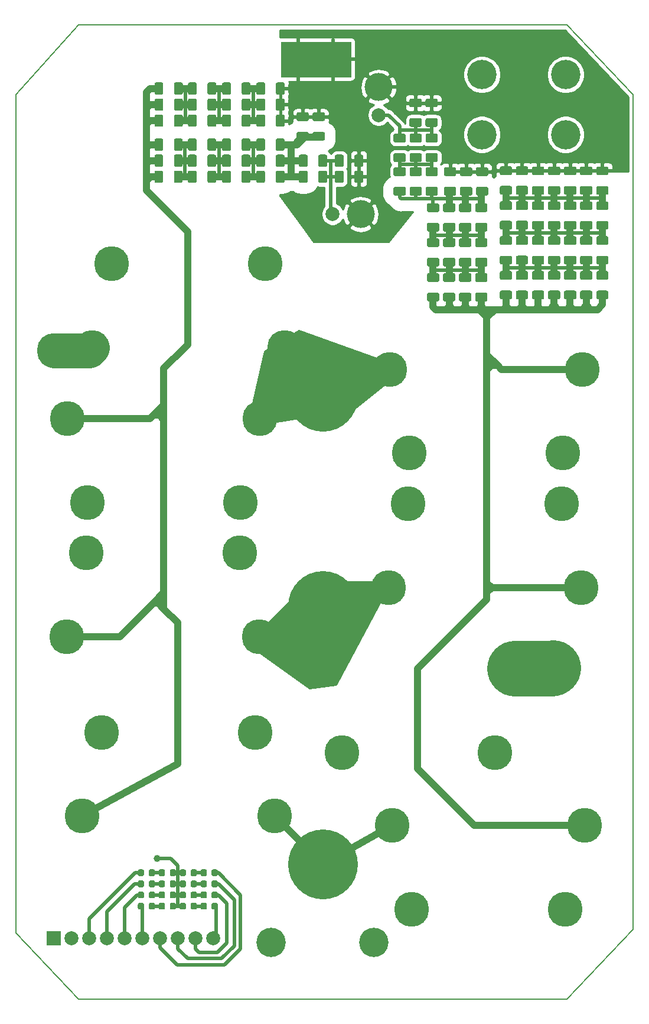
<source format=gbr>
G04 #@! TF.GenerationSoftware,KiCad,Pcbnew,(5.1.0)-1*
G04 #@! TF.CreationDate,2019-05-23T16:07:12+02:00*
G04 #@! TF.ProjectId,relay_card,72656c61-795f-4636-9172-642e6b696361,1.1*
G04 #@! TF.SameCoordinates,Original*
G04 #@! TF.FileFunction,Copper,L1,Top*
G04 #@! TF.FilePolarity,Positive*
%FSLAX46Y46*%
G04 Gerber Fmt 4.6, Leading zero omitted, Abs format (unit mm)*
G04 Created by KiCad (PCBNEW (5.1.0)-1) date 2019-05-23 16:07:12*
%MOMM*%
%LPD*%
G04 APERTURE LIST*
%ADD10C,0.150000*%
%ADD11C,0.100000*%
%ADD12C,5.000000*%
%ADD13C,4.200000*%
%ADD14C,2.000000*%
%ADD15R,2.000000X2.000000*%
%ADD16C,0.875000*%
%ADD17C,1.250000*%
%ADD18C,4.000000*%
%ADD19C,10.000000*%
%ADD20C,1.000000*%
%ADD21C,0.500000*%
%ADD22C,2.000000*%
%ADD23C,1.000000*%
%ADD24C,5.000000*%
%ADD25C,8.000000*%
%ADD26C,0.254000*%
G04 APERTURE END LIST*
D10*
X96300000Y-15600000D02*
X105800000Y-25600000D01*
X26300000Y-155100000D02*
X17300000Y-145600000D01*
X96300000Y-155100000D02*
X105800000Y-145100000D01*
X26300000Y-15600000D02*
X17300000Y-25600000D01*
X96300000Y-15600000D02*
X26300000Y-15600000D01*
X105800000Y-145100000D02*
X105800000Y-25600000D01*
X26300000Y-155100000D02*
X96300000Y-155100000D01*
X17300000Y-25600000D02*
X17300000Y-145600000D01*
D11*
G36*
X65300000Y-18000000D02*
G01*
X55300000Y-18000000D01*
X55300000Y-23000000D01*
X65300000Y-23000000D01*
X65300000Y-18000000D01*
G37*
X65300000Y-18000000D02*
X55300000Y-18000000D01*
X55300000Y-23000000D01*
X65300000Y-23000000D01*
X65300000Y-18000000D01*
D12*
X22800000Y-62200000D03*
X94300000Y-107700000D03*
X71200000Y-130200000D03*
X98800000Y-130200000D03*
X96000000Y-142200000D03*
X74000000Y-142200000D03*
X54400000Y-128900000D03*
X26800000Y-128900000D03*
X29600000Y-116900000D03*
X51600000Y-116900000D03*
X55800000Y-61800000D03*
X28200000Y-61800000D03*
X31000000Y-49800000D03*
X53000000Y-49800000D03*
X61200000Y-107800000D03*
X88800000Y-107800000D03*
X86000000Y-119800000D03*
X64000000Y-119800000D03*
X52200000Y-103200000D03*
X24600000Y-103200000D03*
X27400000Y-91200000D03*
X49400000Y-91200000D03*
X24700000Y-72000000D03*
X52300000Y-72000000D03*
X49500000Y-84000000D03*
X27500000Y-84000000D03*
X98300000Y-96200000D03*
X70700000Y-96200000D03*
X73500000Y-84200000D03*
X95500000Y-84200000D03*
X70900000Y-64900000D03*
X98500000Y-64900000D03*
X95700000Y-76900000D03*
X73700000Y-76900000D03*
D13*
X68600000Y-147000000D03*
X53900000Y-147000000D03*
X84100000Y-22700000D03*
X96100000Y-31300000D03*
X84100000Y-31300000D03*
X96100000Y-22700000D03*
D14*
X45560000Y-146400000D03*
X43020000Y-146400000D03*
X40480000Y-146400000D03*
X37940000Y-146400000D03*
X35400000Y-146400000D03*
X32860000Y-146400000D03*
X30320000Y-146400000D03*
X27780000Y-146400000D03*
X25240000Y-146400000D03*
D15*
X22700000Y-146400000D03*
D11*
G36*
X43027691Y-141326053D02*
G01*
X43048926Y-141329203D01*
X43069750Y-141334419D01*
X43089962Y-141341651D01*
X43109368Y-141350830D01*
X43127781Y-141361866D01*
X43145024Y-141374654D01*
X43160930Y-141389070D01*
X43175346Y-141404976D01*
X43188134Y-141422219D01*
X43199170Y-141440632D01*
X43208349Y-141460038D01*
X43215581Y-141480250D01*
X43220797Y-141501074D01*
X43223947Y-141522309D01*
X43225000Y-141543750D01*
X43225000Y-142056250D01*
X43223947Y-142077691D01*
X43220797Y-142098926D01*
X43215581Y-142119750D01*
X43208349Y-142139962D01*
X43199170Y-142159368D01*
X43188134Y-142177781D01*
X43175346Y-142195024D01*
X43160930Y-142210930D01*
X43145024Y-142225346D01*
X43127781Y-142238134D01*
X43109368Y-142249170D01*
X43089962Y-142258349D01*
X43069750Y-142265581D01*
X43048926Y-142270797D01*
X43027691Y-142273947D01*
X43006250Y-142275000D01*
X42568750Y-142275000D01*
X42547309Y-142273947D01*
X42526074Y-142270797D01*
X42505250Y-142265581D01*
X42485038Y-142258349D01*
X42465632Y-142249170D01*
X42447219Y-142238134D01*
X42429976Y-142225346D01*
X42414070Y-142210930D01*
X42399654Y-142195024D01*
X42386866Y-142177781D01*
X42375830Y-142159368D01*
X42366651Y-142139962D01*
X42359419Y-142119750D01*
X42354203Y-142098926D01*
X42351053Y-142077691D01*
X42350000Y-142056250D01*
X42350000Y-141543750D01*
X42351053Y-141522309D01*
X42354203Y-141501074D01*
X42359419Y-141480250D01*
X42366651Y-141460038D01*
X42375830Y-141440632D01*
X42386866Y-141422219D01*
X42399654Y-141404976D01*
X42414070Y-141389070D01*
X42429976Y-141374654D01*
X42447219Y-141361866D01*
X42465632Y-141350830D01*
X42485038Y-141341651D01*
X42505250Y-141334419D01*
X42526074Y-141329203D01*
X42547309Y-141326053D01*
X42568750Y-141325000D01*
X43006250Y-141325000D01*
X43027691Y-141326053D01*
X43027691Y-141326053D01*
G37*
D16*
X42787500Y-141800000D03*
D11*
G36*
X41452691Y-141326053D02*
G01*
X41473926Y-141329203D01*
X41494750Y-141334419D01*
X41514962Y-141341651D01*
X41534368Y-141350830D01*
X41552781Y-141361866D01*
X41570024Y-141374654D01*
X41585930Y-141389070D01*
X41600346Y-141404976D01*
X41613134Y-141422219D01*
X41624170Y-141440632D01*
X41633349Y-141460038D01*
X41640581Y-141480250D01*
X41645797Y-141501074D01*
X41648947Y-141522309D01*
X41650000Y-141543750D01*
X41650000Y-142056250D01*
X41648947Y-142077691D01*
X41645797Y-142098926D01*
X41640581Y-142119750D01*
X41633349Y-142139962D01*
X41624170Y-142159368D01*
X41613134Y-142177781D01*
X41600346Y-142195024D01*
X41585930Y-142210930D01*
X41570024Y-142225346D01*
X41552781Y-142238134D01*
X41534368Y-142249170D01*
X41514962Y-142258349D01*
X41494750Y-142265581D01*
X41473926Y-142270797D01*
X41452691Y-142273947D01*
X41431250Y-142275000D01*
X40993750Y-142275000D01*
X40972309Y-142273947D01*
X40951074Y-142270797D01*
X40930250Y-142265581D01*
X40910038Y-142258349D01*
X40890632Y-142249170D01*
X40872219Y-142238134D01*
X40854976Y-142225346D01*
X40839070Y-142210930D01*
X40824654Y-142195024D01*
X40811866Y-142177781D01*
X40800830Y-142159368D01*
X40791651Y-142139962D01*
X40784419Y-142119750D01*
X40779203Y-142098926D01*
X40776053Y-142077691D01*
X40775000Y-142056250D01*
X40775000Y-141543750D01*
X40776053Y-141522309D01*
X40779203Y-141501074D01*
X40784419Y-141480250D01*
X40791651Y-141460038D01*
X40800830Y-141440632D01*
X40811866Y-141422219D01*
X40824654Y-141404976D01*
X40839070Y-141389070D01*
X40854976Y-141374654D01*
X40872219Y-141361866D01*
X40890632Y-141350830D01*
X40910038Y-141341651D01*
X40930250Y-141334419D01*
X40951074Y-141329203D01*
X40972309Y-141326053D01*
X40993750Y-141325000D01*
X41431250Y-141325000D01*
X41452691Y-141326053D01*
X41452691Y-141326053D01*
G37*
D16*
X41212500Y-141800000D03*
D11*
G36*
X43027691Y-139726053D02*
G01*
X43048926Y-139729203D01*
X43069750Y-139734419D01*
X43089962Y-139741651D01*
X43109368Y-139750830D01*
X43127781Y-139761866D01*
X43145024Y-139774654D01*
X43160930Y-139789070D01*
X43175346Y-139804976D01*
X43188134Y-139822219D01*
X43199170Y-139840632D01*
X43208349Y-139860038D01*
X43215581Y-139880250D01*
X43220797Y-139901074D01*
X43223947Y-139922309D01*
X43225000Y-139943750D01*
X43225000Y-140456250D01*
X43223947Y-140477691D01*
X43220797Y-140498926D01*
X43215581Y-140519750D01*
X43208349Y-140539962D01*
X43199170Y-140559368D01*
X43188134Y-140577781D01*
X43175346Y-140595024D01*
X43160930Y-140610930D01*
X43145024Y-140625346D01*
X43127781Y-140638134D01*
X43109368Y-140649170D01*
X43089962Y-140658349D01*
X43069750Y-140665581D01*
X43048926Y-140670797D01*
X43027691Y-140673947D01*
X43006250Y-140675000D01*
X42568750Y-140675000D01*
X42547309Y-140673947D01*
X42526074Y-140670797D01*
X42505250Y-140665581D01*
X42485038Y-140658349D01*
X42465632Y-140649170D01*
X42447219Y-140638134D01*
X42429976Y-140625346D01*
X42414070Y-140610930D01*
X42399654Y-140595024D01*
X42386866Y-140577781D01*
X42375830Y-140559368D01*
X42366651Y-140539962D01*
X42359419Y-140519750D01*
X42354203Y-140498926D01*
X42351053Y-140477691D01*
X42350000Y-140456250D01*
X42350000Y-139943750D01*
X42351053Y-139922309D01*
X42354203Y-139901074D01*
X42359419Y-139880250D01*
X42366651Y-139860038D01*
X42375830Y-139840632D01*
X42386866Y-139822219D01*
X42399654Y-139804976D01*
X42414070Y-139789070D01*
X42429976Y-139774654D01*
X42447219Y-139761866D01*
X42465632Y-139750830D01*
X42485038Y-139741651D01*
X42505250Y-139734419D01*
X42526074Y-139729203D01*
X42547309Y-139726053D01*
X42568750Y-139725000D01*
X43006250Y-139725000D01*
X43027691Y-139726053D01*
X43027691Y-139726053D01*
G37*
D16*
X42787500Y-140200000D03*
D11*
G36*
X41452691Y-139726053D02*
G01*
X41473926Y-139729203D01*
X41494750Y-139734419D01*
X41514962Y-139741651D01*
X41534368Y-139750830D01*
X41552781Y-139761866D01*
X41570024Y-139774654D01*
X41585930Y-139789070D01*
X41600346Y-139804976D01*
X41613134Y-139822219D01*
X41624170Y-139840632D01*
X41633349Y-139860038D01*
X41640581Y-139880250D01*
X41645797Y-139901074D01*
X41648947Y-139922309D01*
X41650000Y-139943750D01*
X41650000Y-140456250D01*
X41648947Y-140477691D01*
X41645797Y-140498926D01*
X41640581Y-140519750D01*
X41633349Y-140539962D01*
X41624170Y-140559368D01*
X41613134Y-140577781D01*
X41600346Y-140595024D01*
X41585930Y-140610930D01*
X41570024Y-140625346D01*
X41552781Y-140638134D01*
X41534368Y-140649170D01*
X41514962Y-140658349D01*
X41494750Y-140665581D01*
X41473926Y-140670797D01*
X41452691Y-140673947D01*
X41431250Y-140675000D01*
X40993750Y-140675000D01*
X40972309Y-140673947D01*
X40951074Y-140670797D01*
X40930250Y-140665581D01*
X40910038Y-140658349D01*
X40890632Y-140649170D01*
X40872219Y-140638134D01*
X40854976Y-140625346D01*
X40839070Y-140610930D01*
X40824654Y-140595024D01*
X40811866Y-140577781D01*
X40800830Y-140559368D01*
X40791651Y-140539962D01*
X40784419Y-140519750D01*
X40779203Y-140498926D01*
X40776053Y-140477691D01*
X40775000Y-140456250D01*
X40775000Y-139943750D01*
X40776053Y-139922309D01*
X40779203Y-139901074D01*
X40784419Y-139880250D01*
X40791651Y-139860038D01*
X40800830Y-139840632D01*
X40811866Y-139822219D01*
X40824654Y-139804976D01*
X40839070Y-139789070D01*
X40854976Y-139774654D01*
X40872219Y-139761866D01*
X40890632Y-139750830D01*
X40910038Y-139741651D01*
X40930250Y-139734419D01*
X40951074Y-139729203D01*
X40972309Y-139726053D01*
X40993750Y-139725000D01*
X41431250Y-139725000D01*
X41452691Y-139726053D01*
X41452691Y-139726053D01*
G37*
D16*
X41212500Y-140200000D03*
D11*
G36*
X43027691Y-138126053D02*
G01*
X43048926Y-138129203D01*
X43069750Y-138134419D01*
X43089962Y-138141651D01*
X43109368Y-138150830D01*
X43127781Y-138161866D01*
X43145024Y-138174654D01*
X43160930Y-138189070D01*
X43175346Y-138204976D01*
X43188134Y-138222219D01*
X43199170Y-138240632D01*
X43208349Y-138260038D01*
X43215581Y-138280250D01*
X43220797Y-138301074D01*
X43223947Y-138322309D01*
X43225000Y-138343750D01*
X43225000Y-138856250D01*
X43223947Y-138877691D01*
X43220797Y-138898926D01*
X43215581Y-138919750D01*
X43208349Y-138939962D01*
X43199170Y-138959368D01*
X43188134Y-138977781D01*
X43175346Y-138995024D01*
X43160930Y-139010930D01*
X43145024Y-139025346D01*
X43127781Y-139038134D01*
X43109368Y-139049170D01*
X43089962Y-139058349D01*
X43069750Y-139065581D01*
X43048926Y-139070797D01*
X43027691Y-139073947D01*
X43006250Y-139075000D01*
X42568750Y-139075000D01*
X42547309Y-139073947D01*
X42526074Y-139070797D01*
X42505250Y-139065581D01*
X42485038Y-139058349D01*
X42465632Y-139049170D01*
X42447219Y-139038134D01*
X42429976Y-139025346D01*
X42414070Y-139010930D01*
X42399654Y-138995024D01*
X42386866Y-138977781D01*
X42375830Y-138959368D01*
X42366651Y-138939962D01*
X42359419Y-138919750D01*
X42354203Y-138898926D01*
X42351053Y-138877691D01*
X42350000Y-138856250D01*
X42350000Y-138343750D01*
X42351053Y-138322309D01*
X42354203Y-138301074D01*
X42359419Y-138280250D01*
X42366651Y-138260038D01*
X42375830Y-138240632D01*
X42386866Y-138222219D01*
X42399654Y-138204976D01*
X42414070Y-138189070D01*
X42429976Y-138174654D01*
X42447219Y-138161866D01*
X42465632Y-138150830D01*
X42485038Y-138141651D01*
X42505250Y-138134419D01*
X42526074Y-138129203D01*
X42547309Y-138126053D01*
X42568750Y-138125000D01*
X43006250Y-138125000D01*
X43027691Y-138126053D01*
X43027691Y-138126053D01*
G37*
D16*
X42787500Y-138600000D03*
D11*
G36*
X41452691Y-138126053D02*
G01*
X41473926Y-138129203D01*
X41494750Y-138134419D01*
X41514962Y-138141651D01*
X41534368Y-138150830D01*
X41552781Y-138161866D01*
X41570024Y-138174654D01*
X41585930Y-138189070D01*
X41600346Y-138204976D01*
X41613134Y-138222219D01*
X41624170Y-138240632D01*
X41633349Y-138260038D01*
X41640581Y-138280250D01*
X41645797Y-138301074D01*
X41648947Y-138322309D01*
X41650000Y-138343750D01*
X41650000Y-138856250D01*
X41648947Y-138877691D01*
X41645797Y-138898926D01*
X41640581Y-138919750D01*
X41633349Y-138939962D01*
X41624170Y-138959368D01*
X41613134Y-138977781D01*
X41600346Y-138995024D01*
X41585930Y-139010930D01*
X41570024Y-139025346D01*
X41552781Y-139038134D01*
X41534368Y-139049170D01*
X41514962Y-139058349D01*
X41494750Y-139065581D01*
X41473926Y-139070797D01*
X41452691Y-139073947D01*
X41431250Y-139075000D01*
X40993750Y-139075000D01*
X40972309Y-139073947D01*
X40951074Y-139070797D01*
X40930250Y-139065581D01*
X40910038Y-139058349D01*
X40890632Y-139049170D01*
X40872219Y-139038134D01*
X40854976Y-139025346D01*
X40839070Y-139010930D01*
X40824654Y-138995024D01*
X40811866Y-138977781D01*
X40800830Y-138959368D01*
X40791651Y-138939962D01*
X40784419Y-138919750D01*
X40779203Y-138898926D01*
X40776053Y-138877691D01*
X40775000Y-138856250D01*
X40775000Y-138343750D01*
X40776053Y-138322309D01*
X40779203Y-138301074D01*
X40784419Y-138280250D01*
X40791651Y-138260038D01*
X40800830Y-138240632D01*
X40811866Y-138222219D01*
X40824654Y-138204976D01*
X40839070Y-138189070D01*
X40854976Y-138174654D01*
X40872219Y-138161866D01*
X40890632Y-138150830D01*
X40910038Y-138141651D01*
X40930250Y-138134419D01*
X40951074Y-138129203D01*
X40972309Y-138126053D01*
X40993750Y-138125000D01*
X41431250Y-138125000D01*
X41452691Y-138126053D01*
X41452691Y-138126053D01*
G37*
D16*
X41212500Y-138600000D03*
D11*
G36*
X43027691Y-136526053D02*
G01*
X43048926Y-136529203D01*
X43069750Y-136534419D01*
X43089962Y-136541651D01*
X43109368Y-136550830D01*
X43127781Y-136561866D01*
X43145024Y-136574654D01*
X43160930Y-136589070D01*
X43175346Y-136604976D01*
X43188134Y-136622219D01*
X43199170Y-136640632D01*
X43208349Y-136660038D01*
X43215581Y-136680250D01*
X43220797Y-136701074D01*
X43223947Y-136722309D01*
X43225000Y-136743750D01*
X43225000Y-137256250D01*
X43223947Y-137277691D01*
X43220797Y-137298926D01*
X43215581Y-137319750D01*
X43208349Y-137339962D01*
X43199170Y-137359368D01*
X43188134Y-137377781D01*
X43175346Y-137395024D01*
X43160930Y-137410930D01*
X43145024Y-137425346D01*
X43127781Y-137438134D01*
X43109368Y-137449170D01*
X43089962Y-137458349D01*
X43069750Y-137465581D01*
X43048926Y-137470797D01*
X43027691Y-137473947D01*
X43006250Y-137475000D01*
X42568750Y-137475000D01*
X42547309Y-137473947D01*
X42526074Y-137470797D01*
X42505250Y-137465581D01*
X42485038Y-137458349D01*
X42465632Y-137449170D01*
X42447219Y-137438134D01*
X42429976Y-137425346D01*
X42414070Y-137410930D01*
X42399654Y-137395024D01*
X42386866Y-137377781D01*
X42375830Y-137359368D01*
X42366651Y-137339962D01*
X42359419Y-137319750D01*
X42354203Y-137298926D01*
X42351053Y-137277691D01*
X42350000Y-137256250D01*
X42350000Y-136743750D01*
X42351053Y-136722309D01*
X42354203Y-136701074D01*
X42359419Y-136680250D01*
X42366651Y-136660038D01*
X42375830Y-136640632D01*
X42386866Y-136622219D01*
X42399654Y-136604976D01*
X42414070Y-136589070D01*
X42429976Y-136574654D01*
X42447219Y-136561866D01*
X42465632Y-136550830D01*
X42485038Y-136541651D01*
X42505250Y-136534419D01*
X42526074Y-136529203D01*
X42547309Y-136526053D01*
X42568750Y-136525000D01*
X43006250Y-136525000D01*
X43027691Y-136526053D01*
X43027691Y-136526053D01*
G37*
D16*
X42787500Y-137000000D03*
D11*
G36*
X41452691Y-136526053D02*
G01*
X41473926Y-136529203D01*
X41494750Y-136534419D01*
X41514962Y-136541651D01*
X41534368Y-136550830D01*
X41552781Y-136561866D01*
X41570024Y-136574654D01*
X41585930Y-136589070D01*
X41600346Y-136604976D01*
X41613134Y-136622219D01*
X41624170Y-136640632D01*
X41633349Y-136660038D01*
X41640581Y-136680250D01*
X41645797Y-136701074D01*
X41648947Y-136722309D01*
X41650000Y-136743750D01*
X41650000Y-137256250D01*
X41648947Y-137277691D01*
X41645797Y-137298926D01*
X41640581Y-137319750D01*
X41633349Y-137339962D01*
X41624170Y-137359368D01*
X41613134Y-137377781D01*
X41600346Y-137395024D01*
X41585930Y-137410930D01*
X41570024Y-137425346D01*
X41552781Y-137438134D01*
X41534368Y-137449170D01*
X41514962Y-137458349D01*
X41494750Y-137465581D01*
X41473926Y-137470797D01*
X41452691Y-137473947D01*
X41431250Y-137475000D01*
X40993750Y-137475000D01*
X40972309Y-137473947D01*
X40951074Y-137470797D01*
X40930250Y-137465581D01*
X40910038Y-137458349D01*
X40890632Y-137449170D01*
X40872219Y-137438134D01*
X40854976Y-137425346D01*
X40839070Y-137410930D01*
X40824654Y-137395024D01*
X40811866Y-137377781D01*
X40800830Y-137359368D01*
X40791651Y-137339962D01*
X40784419Y-137319750D01*
X40779203Y-137298926D01*
X40776053Y-137277691D01*
X40775000Y-137256250D01*
X40775000Y-136743750D01*
X40776053Y-136722309D01*
X40779203Y-136701074D01*
X40784419Y-136680250D01*
X40791651Y-136660038D01*
X40800830Y-136640632D01*
X40811866Y-136622219D01*
X40824654Y-136604976D01*
X40839070Y-136589070D01*
X40854976Y-136574654D01*
X40872219Y-136561866D01*
X40890632Y-136550830D01*
X40910038Y-136541651D01*
X40930250Y-136534419D01*
X40951074Y-136529203D01*
X40972309Y-136526053D01*
X40993750Y-136525000D01*
X41431250Y-136525000D01*
X41452691Y-136526053D01*
X41452691Y-136526053D01*
G37*
D16*
X41212500Y-137000000D03*
D11*
G36*
X38452691Y-141326053D02*
G01*
X38473926Y-141329203D01*
X38494750Y-141334419D01*
X38514962Y-141341651D01*
X38534368Y-141350830D01*
X38552781Y-141361866D01*
X38570024Y-141374654D01*
X38585930Y-141389070D01*
X38600346Y-141404976D01*
X38613134Y-141422219D01*
X38624170Y-141440632D01*
X38633349Y-141460038D01*
X38640581Y-141480250D01*
X38645797Y-141501074D01*
X38648947Y-141522309D01*
X38650000Y-141543750D01*
X38650000Y-142056250D01*
X38648947Y-142077691D01*
X38645797Y-142098926D01*
X38640581Y-142119750D01*
X38633349Y-142139962D01*
X38624170Y-142159368D01*
X38613134Y-142177781D01*
X38600346Y-142195024D01*
X38585930Y-142210930D01*
X38570024Y-142225346D01*
X38552781Y-142238134D01*
X38534368Y-142249170D01*
X38514962Y-142258349D01*
X38494750Y-142265581D01*
X38473926Y-142270797D01*
X38452691Y-142273947D01*
X38431250Y-142275000D01*
X37993750Y-142275000D01*
X37972309Y-142273947D01*
X37951074Y-142270797D01*
X37930250Y-142265581D01*
X37910038Y-142258349D01*
X37890632Y-142249170D01*
X37872219Y-142238134D01*
X37854976Y-142225346D01*
X37839070Y-142210930D01*
X37824654Y-142195024D01*
X37811866Y-142177781D01*
X37800830Y-142159368D01*
X37791651Y-142139962D01*
X37784419Y-142119750D01*
X37779203Y-142098926D01*
X37776053Y-142077691D01*
X37775000Y-142056250D01*
X37775000Y-141543750D01*
X37776053Y-141522309D01*
X37779203Y-141501074D01*
X37784419Y-141480250D01*
X37791651Y-141460038D01*
X37800830Y-141440632D01*
X37811866Y-141422219D01*
X37824654Y-141404976D01*
X37839070Y-141389070D01*
X37854976Y-141374654D01*
X37872219Y-141361866D01*
X37890632Y-141350830D01*
X37910038Y-141341651D01*
X37930250Y-141334419D01*
X37951074Y-141329203D01*
X37972309Y-141326053D01*
X37993750Y-141325000D01*
X38431250Y-141325000D01*
X38452691Y-141326053D01*
X38452691Y-141326053D01*
G37*
D16*
X38212500Y-141800000D03*
D11*
G36*
X40027691Y-141326053D02*
G01*
X40048926Y-141329203D01*
X40069750Y-141334419D01*
X40089962Y-141341651D01*
X40109368Y-141350830D01*
X40127781Y-141361866D01*
X40145024Y-141374654D01*
X40160930Y-141389070D01*
X40175346Y-141404976D01*
X40188134Y-141422219D01*
X40199170Y-141440632D01*
X40208349Y-141460038D01*
X40215581Y-141480250D01*
X40220797Y-141501074D01*
X40223947Y-141522309D01*
X40225000Y-141543750D01*
X40225000Y-142056250D01*
X40223947Y-142077691D01*
X40220797Y-142098926D01*
X40215581Y-142119750D01*
X40208349Y-142139962D01*
X40199170Y-142159368D01*
X40188134Y-142177781D01*
X40175346Y-142195024D01*
X40160930Y-142210930D01*
X40145024Y-142225346D01*
X40127781Y-142238134D01*
X40109368Y-142249170D01*
X40089962Y-142258349D01*
X40069750Y-142265581D01*
X40048926Y-142270797D01*
X40027691Y-142273947D01*
X40006250Y-142275000D01*
X39568750Y-142275000D01*
X39547309Y-142273947D01*
X39526074Y-142270797D01*
X39505250Y-142265581D01*
X39485038Y-142258349D01*
X39465632Y-142249170D01*
X39447219Y-142238134D01*
X39429976Y-142225346D01*
X39414070Y-142210930D01*
X39399654Y-142195024D01*
X39386866Y-142177781D01*
X39375830Y-142159368D01*
X39366651Y-142139962D01*
X39359419Y-142119750D01*
X39354203Y-142098926D01*
X39351053Y-142077691D01*
X39350000Y-142056250D01*
X39350000Y-141543750D01*
X39351053Y-141522309D01*
X39354203Y-141501074D01*
X39359419Y-141480250D01*
X39366651Y-141460038D01*
X39375830Y-141440632D01*
X39386866Y-141422219D01*
X39399654Y-141404976D01*
X39414070Y-141389070D01*
X39429976Y-141374654D01*
X39447219Y-141361866D01*
X39465632Y-141350830D01*
X39485038Y-141341651D01*
X39505250Y-141334419D01*
X39526074Y-141329203D01*
X39547309Y-141326053D01*
X39568750Y-141325000D01*
X40006250Y-141325000D01*
X40027691Y-141326053D01*
X40027691Y-141326053D01*
G37*
D16*
X39787500Y-141800000D03*
D11*
G36*
X38452691Y-139726053D02*
G01*
X38473926Y-139729203D01*
X38494750Y-139734419D01*
X38514962Y-139741651D01*
X38534368Y-139750830D01*
X38552781Y-139761866D01*
X38570024Y-139774654D01*
X38585930Y-139789070D01*
X38600346Y-139804976D01*
X38613134Y-139822219D01*
X38624170Y-139840632D01*
X38633349Y-139860038D01*
X38640581Y-139880250D01*
X38645797Y-139901074D01*
X38648947Y-139922309D01*
X38650000Y-139943750D01*
X38650000Y-140456250D01*
X38648947Y-140477691D01*
X38645797Y-140498926D01*
X38640581Y-140519750D01*
X38633349Y-140539962D01*
X38624170Y-140559368D01*
X38613134Y-140577781D01*
X38600346Y-140595024D01*
X38585930Y-140610930D01*
X38570024Y-140625346D01*
X38552781Y-140638134D01*
X38534368Y-140649170D01*
X38514962Y-140658349D01*
X38494750Y-140665581D01*
X38473926Y-140670797D01*
X38452691Y-140673947D01*
X38431250Y-140675000D01*
X37993750Y-140675000D01*
X37972309Y-140673947D01*
X37951074Y-140670797D01*
X37930250Y-140665581D01*
X37910038Y-140658349D01*
X37890632Y-140649170D01*
X37872219Y-140638134D01*
X37854976Y-140625346D01*
X37839070Y-140610930D01*
X37824654Y-140595024D01*
X37811866Y-140577781D01*
X37800830Y-140559368D01*
X37791651Y-140539962D01*
X37784419Y-140519750D01*
X37779203Y-140498926D01*
X37776053Y-140477691D01*
X37775000Y-140456250D01*
X37775000Y-139943750D01*
X37776053Y-139922309D01*
X37779203Y-139901074D01*
X37784419Y-139880250D01*
X37791651Y-139860038D01*
X37800830Y-139840632D01*
X37811866Y-139822219D01*
X37824654Y-139804976D01*
X37839070Y-139789070D01*
X37854976Y-139774654D01*
X37872219Y-139761866D01*
X37890632Y-139750830D01*
X37910038Y-139741651D01*
X37930250Y-139734419D01*
X37951074Y-139729203D01*
X37972309Y-139726053D01*
X37993750Y-139725000D01*
X38431250Y-139725000D01*
X38452691Y-139726053D01*
X38452691Y-139726053D01*
G37*
D16*
X38212500Y-140200000D03*
D11*
G36*
X40027691Y-139726053D02*
G01*
X40048926Y-139729203D01*
X40069750Y-139734419D01*
X40089962Y-139741651D01*
X40109368Y-139750830D01*
X40127781Y-139761866D01*
X40145024Y-139774654D01*
X40160930Y-139789070D01*
X40175346Y-139804976D01*
X40188134Y-139822219D01*
X40199170Y-139840632D01*
X40208349Y-139860038D01*
X40215581Y-139880250D01*
X40220797Y-139901074D01*
X40223947Y-139922309D01*
X40225000Y-139943750D01*
X40225000Y-140456250D01*
X40223947Y-140477691D01*
X40220797Y-140498926D01*
X40215581Y-140519750D01*
X40208349Y-140539962D01*
X40199170Y-140559368D01*
X40188134Y-140577781D01*
X40175346Y-140595024D01*
X40160930Y-140610930D01*
X40145024Y-140625346D01*
X40127781Y-140638134D01*
X40109368Y-140649170D01*
X40089962Y-140658349D01*
X40069750Y-140665581D01*
X40048926Y-140670797D01*
X40027691Y-140673947D01*
X40006250Y-140675000D01*
X39568750Y-140675000D01*
X39547309Y-140673947D01*
X39526074Y-140670797D01*
X39505250Y-140665581D01*
X39485038Y-140658349D01*
X39465632Y-140649170D01*
X39447219Y-140638134D01*
X39429976Y-140625346D01*
X39414070Y-140610930D01*
X39399654Y-140595024D01*
X39386866Y-140577781D01*
X39375830Y-140559368D01*
X39366651Y-140539962D01*
X39359419Y-140519750D01*
X39354203Y-140498926D01*
X39351053Y-140477691D01*
X39350000Y-140456250D01*
X39350000Y-139943750D01*
X39351053Y-139922309D01*
X39354203Y-139901074D01*
X39359419Y-139880250D01*
X39366651Y-139860038D01*
X39375830Y-139840632D01*
X39386866Y-139822219D01*
X39399654Y-139804976D01*
X39414070Y-139789070D01*
X39429976Y-139774654D01*
X39447219Y-139761866D01*
X39465632Y-139750830D01*
X39485038Y-139741651D01*
X39505250Y-139734419D01*
X39526074Y-139729203D01*
X39547309Y-139726053D01*
X39568750Y-139725000D01*
X40006250Y-139725000D01*
X40027691Y-139726053D01*
X40027691Y-139726053D01*
G37*
D16*
X39787500Y-140200000D03*
D11*
G36*
X38452691Y-138126053D02*
G01*
X38473926Y-138129203D01*
X38494750Y-138134419D01*
X38514962Y-138141651D01*
X38534368Y-138150830D01*
X38552781Y-138161866D01*
X38570024Y-138174654D01*
X38585930Y-138189070D01*
X38600346Y-138204976D01*
X38613134Y-138222219D01*
X38624170Y-138240632D01*
X38633349Y-138260038D01*
X38640581Y-138280250D01*
X38645797Y-138301074D01*
X38648947Y-138322309D01*
X38650000Y-138343750D01*
X38650000Y-138856250D01*
X38648947Y-138877691D01*
X38645797Y-138898926D01*
X38640581Y-138919750D01*
X38633349Y-138939962D01*
X38624170Y-138959368D01*
X38613134Y-138977781D01*
X38600346Y-138995024D01*
X38585930Y-139010930D01*
X38570024Y-139025346D01*
X38552781Y-139038134D01*
X38534368Y-139049170D01*
X38514962Y-139058349D01*
X38494750Y-139065581D01*
X38473926Y-139070797D01*
X38452691Y-139073947D01*
X38431250Y-139075000D01*
X37993750Y-139075000D01*
X37972309Y-139073947D01*
X37951074Y-139070797D01*
X37930250Y-139065581D01*
X37910038Y-139058349D01*
X37890632Y-139049170D01*
X37872219Y-139038134D01*
X37854976Y-139025346D01*
X37839070Y-139010930D01*
X37824654Y-138995024D01*
X37811866Y-138977781D01*
X37800830Y-138959368D01*
X37791651Y-138939962D01*
X37784419Y-138919750D01*
X37779203Y-138898926D01*
X37776053Y-138877691D01*
X37775000Y-138856250D01*
X37775000Y-138343750D01*
X37776053Y-138322309D01*
X37779203Y-138301074D01*
X37784419Y-138280250D01*
X37791651Y-138260038D01*
X37800830Y-138240632D01*
X37811866Y-138222219D01*
X37824654Y-138204976D01*
X37839070Y-138189070D01*
X37854976Y-138174654D01*
X37872219Y-138161866D01*
X37890632Y-138150830D01*
X37910038Y-138141651D01*
X37930250Y-138134419D01*
X37951074Y-138129203D01*
X37972309Y-138126053D01*
X37993750Y-138125000D01*
X38431250Y-138125000D01*
X38452691Y-138126053D01*
X38452691Y-138126053D01*
G37*
D16*
X38212500Y-138600000D03*
D11*
G36*
X40027691Y-138126053D02*
G01*
X40048926Y-138129203D01*
X40069750Y-138134419D01*
X40089962Y-138141651D01*
X40109368Y-138150830D01*
X40127781Y-138161866D01*
X40145024Y-138174654D01*
X40160930Y-138189070D01*
X40175346Y-138204976D01*
X40188134Y-138222219D01*
X40199170Y-138240632D01*
X40208349Y-138260038D01*
X40215581Y-138280250D01*
X40220797Y-138301074D01*
X40223947Y-138322309D01*
X40225000Y-138343750D01*
X40225000Y-138856250D01*
X40223947Y-138877691D01*
X40220797Y-138898926D01*
X40215581Y-138919750D01*
X40208349Y-138939962D01*
X40199170Y-138959368D01*
X40188134Y-138977781D01*
X40175346Y-138995024D01*
X40160930Y-139010930D01*
X40145024Y-139025346D01*
X40127781Y-139038134D01*
X40109368Y-139049170D01*
X40089962Y-139058349D01*
X40069750Y-139065581D01*
X40048926Y-139070797D01*
X40027691Y-139073947D01*
X40006250Y-139075000D01*
X39568750Y-139075000D01*
X39547309Y-139073947D01*
X39526074Y-139070797D01*
X39505250Y-139065581D01*
X39485038Y-139058349D01*
X39465632Y-139049170D01*
X39447219Y-139038134D01*
X39429976Y-139025346D01*
X39414070Y-139010930D01*
X39399654Y-138995024D01*
X39386866Y-138977781D01*
X39375830Y-138959368D01*
X39366651Y-138939962D01*
X39359419Y-138919750D01*
X39354203Y-138898926D01*
X39351053Y-138877691D01*
X39350000Y-138856250D01*
X39350000Y-138343750D01*
X39351053Y-138322309D01*
X39354203Y-138301074D01*
X39359419Y-138280250D01*
X39366651Y-138260038D01*
X39375830Y-138240632D01*
X39386866Y-138222219D01*
X39399654Y-138204976D01*
X39414070Y-138189070D01*
X39429976Y-138174654D01*
X39447219Y-138161866D01*
X39465632Y-138150830D01*
X39485038Y-138141651D01*
X39505250Y-138134419D01*
X39526074Y-138129203D01*
X39547309Y-138126053D01*
X39568750Y-138125000D01*
X40006250Y-138125000D01*
X40027691Y-138126053D01*
X40027691Y-138126053D01*
G37*
D16*
X39787500Y-138600000D03*
D11*
G36*
X38452691Y-136526053D02*
G01*
X38473926Y-136529203D01*
X38494750Y-136534419D01*
X38514962Y-136541651D01*
X38534368Y-136550830D01*
X38552781Y-136561866D01*
X38570024Y-136574654D01*
X38585930Y-136589070D01*
X38600346Y-136604976D01*
X38613134Y-136622219D01*
X38624170Y-136640632D01*
X38633349Y-136660038D01*
X38640581Y-136680250D01*
X38645797Y-136701074D01*
X38648947Y-136722309D01*
X38650000Y-136743750D01*
X38650000Y-137256250D01*
X38648947Y-137277691D01*
X38645797Y-137298926D01*
X38640581Y-137319750D01*
X38633349Y-137339962D01*
X38624170Y-137359368D01*
X38613134Y-137377781D01*
X38600346Y-137395024D01*
X38585930Y-137410930D01*
X38570024Y-137425346D01*
X38552781Y-137438134D01*
X38534368Y-137449170D01*
X38514962Y-137458349D01*
X38494750Y-137465581D01*
X38473926Y-137470797D01*
X38452691Y-137473947D01*
X38431250Y-137475000D01*
X37993750Y-137475000D01*
X37972309Y-137473947D01*
X37951074Y-137470797D01*
X37930250Y-137465581D01*
X37910038Y-137458349D01*
X37890632Y-137449170D01*
X37872219Y-137438134D01*
X37854976Y-137425346D01*
X37839070Y-137410930D01*
X37824654Y-137395024D01*
X37811866Y-137377781D01*
X37800830Y-137359368D01*
X37791651Y-137339962D01*
X37784419Y-137319750D01*
X37779203Y-137298926D01*
X37776053Y-137277691D01*
X37775000Y-137256250D01*
X37775000Y-136743750D01*
X37776053Y-136722309D01*
X37779203Y-136701074D01*
X37784419Y-136680250D01*
X37791651Y-136660038D01*
X37800830Y-136640632D01*
X37811866Y-136622219D01*
X37824654Y-136604976D01*
X37839070Y-136589070D01*
X37854976Y-136574654D01*
X37872219Y-136561866D01*
X37890632Y-136550830D01*
X37910038Y-136541651D01*
X37930250Y-136534419D01*
X37951074Y-136529203D01*
X37972309Y-136526053D01*
X37993750Y-136525000D01*
X38431250Y-136525000D01*
X38452691Y-136526053D01*
X38452691Y-136526053D01*
G37*
D16*
X38212500Y-137000000D03*
D11*
G36*
X40027691Y-136526053D02*
G01*
X40048926Y-136529203D01*
X40069750Y-136534419D01*
X40089962Y-136541651D01*
X40109368Y-136550830D01*
X40127781Y-136561866D01*
X40145024Y-136574654D01*
X40160930Y-136589070D01*
X40175346Y-136604976D01*
X40188134Y-136622219D01*
X40199170Y-136640632D01*
X40208349Y-136660038D01*
X40215581Y-136680250D01*
X40220797Y-136701074D01*
X40223947Y-136722309D01*
X40225000Y-136743750D01*
X40225000Y-137256250D01*
X40223947Y-137277691D01*
X40220797Y-137298926D01*
X40215581Y-137319750D01*
X40208349Y-137339962D01*
X40199170Y-137359368D01*
X40188134Y-137377781D01*
X40175346Y-137395024D01*
X40160930Y-137410930D01*
X40145024Y-137425346D01*
X40127781Y-137438134D01*
X40109368Y-137449170D01*
X40089962Y-137458349D01*
X40069750Y-137465581D01*
X40048926Y-137470797D01*
X40027691Y-137473947D01*
X40006250Y-137475000D01*
X39568750Y-137475000D01*
X39547309Y-137473947D01*
X39526074Y-137470797D01*
X39505250Y-137465581D01*
X39485038Y-137458349D01*
X39465632Y-137449170D01*
X39447219Y-137438134D01*
X39429976Y-137425346D01*
X39414070Y-137410930D01*
X39399654Y-137395024D01*
X39386866Y-137377781D01*
X39375830Y-137359368D01*
X39366651Y-137339962D01*
X39359419Y-137319750D01*
X39354203Y-137298926D01*
X39351053Y-137277691D01*
X39350000Y-137256250D01*
X39350000Y-136743750D01*
X39351053Y-136722309D01*
X39354203Y-136701074D01*
X39359419Y-136680250D01*
X39366651Y-136660038D01*
X39375830Y-136640632D01*
X39386866Y-136622219D01*
X39399654Y-136604976D01*
X39414070Y-136589070D01*
X39429976Y-136574654D01*
X39447219Y-136561866D01*
X39465632Y-136550830D01*
X39485038Y-136541651D01*
X39505250Y-136534419D01*
X39526074Y-136529203D01*
X39547309Y-136526053D01*
X39568750Y-136525000D01*
X40006250Y-136525000D01*
X40027691Y-136526053D01*
X40027691Y-136526053D01*
G37*
D16*
X39787500Y-137000000D03*
D11*
G36*
X46027691Y-141326053D02*
G01*
X46048926Y-141329203D01*
X46069750Y-141334419D01*
X46089962Y-141341651D01*
X46109368Y-141350830D01*
X46127781Y-141361866D01*
X46145024Y-141374654D01*
X46160930Y-141389070D01*
X46175346Y-141404976D01*
X46188134Y-141422219D01*
X46199170Y-141440632D01*
X46208349Y-141460038D01*
X46215581Y-141480250D01*
X46220797Y-141501074D01*
X46223947Y-141522309D01*
X46225000Y-141543750D01*
X46225000Y-142056250D01*
X46223947Y-142077691D01*
X46220797Y-142098926D01*
X46215581Y-142119750D01*
X46208349Y-142139962D01*
X46199170Y-142159368D01*
X46188134Y-142177781D01*
X46175346Y-142195024D01*
X46160930Y-142210930D01*
X46145024Y-142225346D01*
X46127781Y-142238134D01*
X46109368Y-142249170D01*
X46089962Y-142258349D01*
X46069750Y-142265581D01*
X46048926Y-142270797D01*
X46027691Y-142273947D01*
X46006250Y-142275000D01*
X45568750Y-142275000D01*
X45547309Y-142273947D01*
X45526074Y-142270797D01*
X45505250Y-142265581D01*
X45485038Y-142258349D01*
X45465632Y-142249170D01*
X45447219Y-142238134D01*
X45429976Y-142225346D01*
X45414070Y-142210930D01*
X45399654Y-142195024D01*
X45386866Y-142177781D01*
X45375830Y-142159368D01*
X45366651Y-142139962D01*
X45359419Y-142119750D01*
X45354203Y-142098926D01*
X45351053Y-142077691D01*
X45350000Y-142056250D01*
X45350000Y-141543750D01*
X45351053Y-141522309D01*
X45354203Y-141501074D01*
X45359419Y-141480250D01*
X45366651Y-141460038D01*
X45375830Y-141440632D01*
X45386866Y-141422219D01*
X45399654Y-141404976D01*
X45414070Y-141389070D01*
X45429976Y-141374654D01*
X45447219Y-141361866D01*
X45465632Y-141350830D01*
X45485038Y-141341651D01*
X45505250Y-141334419D01*
X45526074Y-141329203D01*
X45547309Y-141326053D01*
X45568750Y-141325000D01*
X46006250Y-141325000D01*
X46027691Y-141326053D01*
X46027691Y-141326053D01*
G37*
D16*
X45787500Y-141800000D03*
D11*
G36*
X44452691Y-141326053D02*
G01*
X44473926Y-141329203D01*
X44494750Y-141334419D01*
X44514962Y-141341651D01*
X44534368Y-141350830D01*
X44552781Y-141361866D01*
X44570024Y-141374654D01*
X44585930Y-141389070D01*
X44600346Y-141404976D01*
X44613134Y-141422219D01*
X44624170Y-141440632D01*
X44633349Y-141460038D01*
X44640581Y-141480250D01*
X44645797Y-141501074D01*
X44648947Y-141522309D01*
X44650000Y-141543750D01*
X44650000Y-142056250D01*
X44648947Y-142077691D01*
X44645797Y-142098926D01*
X44640581Y-142119750D01*
X44633349Y-142139962D01*
X44624170Y-142159368D01*
X44613134Y-142177781D01*
X44600346Y-142195024D01*
X44585930Y-142210930D01*
X44570024Y-142225346D01*
X44552781Y-142238134D01*
X44534368Y-142249170D01*
X44514962Y-142258349D01*
X44494750Y-142265581D01*
X44473926Y-142270797D01*
X44452691Y-142273947D01*
X44431250Y-142275000D01*
X43993750Y-142275000D01*
X43972309Y-142273947D01*
X43951074Y-142270797D01*
X43930250Y-142265581D01*
X43910038Y-142258349D01*
X43890632Y-142249170D01*
X43872219Y-142238134D01*
X43854976Y-142225346D01*
X43839070Y-142210930D01*
X43824654Y-142195024D01*
X43811866Y-142177781D01*
X43800830Y-142159368D01*
X43791651Y-142139962D01*
X43784419Y-142119750D01*
X43779203Y-142098926D01*
X43776053Y-142077691D01*
X43775000Y-142056250D01*
X43775000Y-141543750D01*
X43776053Y-141522309D01*
X43779203Y-141501074D01*
X43784419Y-141480250D01*
X43791651Y-141460038D01*
X43800830Y-141440632D01*
X43811866Y-141422219D01*
X43824654Y-141404976D01*
X43839070Y-141389070D01*
X43854976Y-141374654D01*
X43872219Y-141361866D01*
X43890632Y-141350830D01*
X43910038Y-141341651D01*
X43930250Y-141334419D01*
X43951074Y-141329203D01*
X43972309Y-141326053D01*
X43993750Y-141325000D01*
X44431250Y-141325000D01*
X44452691Y-141326053D01*
X44452691Y-141326053D01*
G37*
D16*
X44212500Y-141800000D03*
D11*
G36*
X46027691Y-139726053D02*
G01*
X46048926Y-139729203D01*
X46069750Y-139734419D01*
X46089962Y-139741651D01*
X46109368Y-139750830D01*
X46127781Y-139761866D01*
X46145024Y-139774654D01*
X46160930Y-139789070D01*
X46175346Y-139804976D01*
X46188134Y-139822219D01*
X46199170Y-139840632D01*
X46208349Y-139860038D01*
X46215581Y-139880250D01*
X46220797Y-139901074D01*
X46223947Y-139922309D01*
X46225000Y-139943750D01*
X46225000Y-140456250D01*
X46223947Y-140477691D01*
X46220797Y-140498926D01*
X46215581Y-140519750D01*
X46208349Y-140539962D01*
X46199170Y-140559368D01*
X46188134Y-140577781D01*
X46175346Y-140595024D01*
X46160930Y-140610930D01*
X46145024Y-140625346D01*
X46127781Y-140638134D01*
X46109368Y-140649170D01*
X46089962Y-140658349D01*
X46069750Y-140665581D01*
X46048926Y-140670797D01*
X46027691Y-140673947D01*
X46006250Y-140675000D01*
X45568750Y-140675000D01*
X45547309Y-140673947D01*
X45526074Y-140670797D01*
X45505250Y-140665581D01*
X45485038Y-140658349D01*
X45465632Y-140649170D01*
X45447219Y-140638134D01*
X45429976Y-140625346D01*
X45414070Y-140610930D01*
X45399654Y-140595024D01*
X45386866Y-140577781D01*
X45375830Y-140559368D01*
X45366651Y-140539962D01*
X45359419Y-140519750D01*
X45354203Y-140498926D01*
X45351053Y-140477691D01*
X45350000Y-140456250D01*
X45350000Y-139943750D01*
X45351053Y-139922309D01*
X45354203Y-139901074D01*
X45359419Y-139880250D01*
X45366651Y-139860038D01*
X45375830Y-139840632D01*
X45386866Y-139822219D01*
X45399654Y-139804976D01*
X45414070Y-139789070D01*
X45429976Y-139774654D01*
X45447219Y-139761866D01*
X45465632Y-139750830D01*
X45485038Y-139741651D01*
X45505250Y-139734419D01*
X45526074Y-139729203D01*
X45547309Y-139726053D01*
X45568750Y-139725000D01*
X46006250Y-139725000D01*
X46027691Y-139726053D01*
X46027691Y-139726053D01*
G37*
D16*
X45787500Y-140200000D03*
D11*
G36*
X44452691Y-139726053D02*
G01*
X44473926Y-139729203D01*
X44494750Y-139734419D01*
X44514962Y-139741651D01*
X44534368Y-139750830D01*
X44552781Y-139761866D01*
X44570024Y-139774654D01*
X44585930Y-139789070D01*
X44600346Y-139804976D01*
X44613134Y-139822219D01*
X44624170Y-139840632D01*
X44633349Y-139860038D01*
X44640581Y-139880250D01*
X44645797Y-139901074D01*
X44648947Y-139922309D01*
X44650000Y-139943750D01*
X44650000Y-140456250D01*
X44648947Y-140477691D01*
X44645797Y-140498926D01*
X44640581Y-140519750D01*
X44633349Y-140539962D01*
X44624170Y-140559368D01*
X44613134Y-140577781D01*
X44600346Y-140595024D01*
X44585930Y-140610930D01*
X44570024Y-140625346D01*
X44552781Y-140638134D01*
X44534368Y-140649170D01*
X44514962Y-140658349D01*
X44494750Y-140665581D01*
X44473926Y-140670797D01*
X44452691Y-140673947D01*
X44431250Y-140675000D01*
X43993750Y-140675000D01*
X43972309Y-140673947D01*
X43951074Y-140670797D01*
X43930250Y-140665581D01*
X43910038Y-140658349D01*
X43890632Y-140649170D01*
X43872219Y-140638134D01*
X43854976Y-140625346D01*
X43839070Y-140610930D01*
X43824654Y-140595024D01*
X43811866Y-140577781D01*
X43800830Y-140559368D01*
X43791651Y-140539962D01*
X43784419Y-140519750D01*
X43779203Y-140498926D01*
X43776053Y-140477691D01*
X43775000Y-140456250D01*
X43775000Y-139943750D01*
X43776053Y-139922309D01*
X43779203Y-139901074D01*
X43784419Y-139880250D01*
X43791651Y-139860038D01*
X43800830Y-139840632D01*
X43811866Y-139822219D01*
X43824654Y-139804976D01*
X43839070Y-139789070D01*
X43854976Y-139774654D01*
X43872219Y-139761866D01*
X43890632Y-139750830D01*
X43910038Y-139741651D01*
X43930250Y-139734419D01*
X43951074Y-139729203D01*
X43972309Y-139726053D01*
X43993750Y-139725000D01*
X44431250Y-139725000D01*
X44452691Y-139726053D01*
X44452691Y-139726053D01*
G37*
D16*
X44212500Y-140200000D03*
D11*
G36*
X46027691Y-138126053D02*
G01*
X46048926Y-138129203D01*
X46069750Y-138134419D01*
X46089962Y-138141651D01*
X46109368Y-138150830D01*
X46127781Y-138161866D01*
X46145024Y-138174654D01*
X46160930Y-138189070D01*
X46175346Y-138204976D01*
X46188134Y-138222219D01*
X46199170Y-138240632D01*
X46208349Y-138260038D01*
X46215581Y-138280250D01*
X46220797Y-138301074D01*
X46223947Y-138322309D01*
X46225000Y-138343750D01*
X46225000Y-138856250D01*
X46223947Y-138877691D01*
X46220797Y-138898926D01*
X46215581Y-138919750D01*
X46208349Y-138939962D01*
X46199170Y-138959368D01*
X46188134Y-138977781D01*
X46175346Y-138995024D01*
X46160930Y-139010930D01*
X46145024Y-139025346D01*
X46127781Y-139038134D01*
X46109368Y-139049170D01*
X46089962Y-139058349D01*
X46069750Y-139065581D01*
X46048926Y-139070797D01*
X46027691Y-139073947D01*
X46006250Y-139075000D01*
X45568750Y-139075000D01*
X45547309Y-139073947D01*
X45526074Y-139070797D01*
X45505250Y-139065581D01*
X45485038Y-139058349D01*
X45465632Y-139049170D01*
X45447219Y-139038134D01*
X45429976Y-139025346D01*
X45414070Y-139010930D01*
X45399654Y-138995024D01*
X45386866Y-138977781D01*
X45375830Y-138959368D01*
X45366651Y-138939962D01*
X45359419Y-138919750D01*
X45354203Y-138898926D01*
X45351053Y-138877691D01*
X45350000Y-138856250D01*
X45350000Y-138343750D01*
X45351053Y-138322309D01*
X45354203Y-138301074D01*
X45359419Y-138280250D01*
X45366651Y-138260038D01*
X45375830Y-138240632D01*
X45386866Y-138222219D01*
X45399654Y-138204976D01*
X45414070Y-138189070D01*
X45429976Y-138174654D01*
X45447219Y-138161866D01*
X45465632Y-138150830D01*
X45485038Y-138141651D01*
X45505250Y-138134419D01*
X45526074Y-138129203D01*
X45547309Y-138126053D01*
X45568750Y-138125000D01*
X46006250Y-138125000D01*
X46027691Y-138126053D01*
X46027691Y-138126053D01*
G37*
D16*
X45787500Y-138600000D03*
D11*
G36*
X44452691Y-138126053D02*
G01*
X44473926Y-138129203D01*
X44494750Y-138134419D01*
X44514962Y-138141651D01*
X44534368Y-138150830D01*
X44552781Y-138161866D01*
X44570024Y-138174654D01*
X44585930Y-138189070D01*
X44600346Y-138204976D01*
X44613134Y-138222219D01*
X44624170Y-138240632D01*
X44633349Y-138260038D01*
X44640581Y-138280250D01*
X44645797Y-138301074D01*
X44648947Y-138322309D01*
X44650000Y-138343750D01*
X44650000Y-138856250D01*
X44648947Y-138877691D01*
X44645797Y-138898926D01*
X44640581Y-138919750D01*
X44633349Y-138939962D01*
X44624170Y-138959368D01*
X44613134Y-138977781D01*
X44600346Y-138995024D01*
X44585930Y-139010930D01*
X44570024Y-139025346D01*
X44552781Y-139038134D01*
X44534368Y-139049170D01*
X44514962Y-139058349D01*
X44494750Y-139065581D01*
X44473926Y-139070797D01*
X44452691Y-139073947D01*
X44431250Y-139075000D01*
X43993750Y-139075000D01*
X43972309Y-139073947D01*
X43951074Y-139070797D01*
X43930250Y-139065581D01*
X43910038Y-139058349D01*
X43890632Y-139049170D01*
X43872219Y-139038134D01*
X43854976Y-139025346D01*
X43839070Y-139010930D01*
X43824654Y-138995024D01*
X43811866Y-138977781D01*
X43800830Y-138959368D01*
X43791651Y-138939962D01*
X43784419Y-138919750D01*
X43779203Y-138898926D01*
X43776053Y-138877691D01*
X43775000Y-138856250D01*
X43775000Y-138343750D01*
X43776053Y-138322309D01*
X43779203Y-138301074D01*
X43784419Y-138280250D01*
X43791651Y-138260038D01*
X43800830Y-138240632D01*
X43811866Y-138222219D01*
X43824654Y-138204976D01*
X43839070Y-138189070D01*
X43854976Y-138174654D01*
X43872219Y-138161866D01*
X43890632Y-138150830D01*
X43910038Y-138141651D01*
X43930250Y-138134419D01*
X43951074Y-138129203D01*
X43972309Y-138126053D01*
X43993750Y-138125000D01*
X44431250Y-138125000D01*
X44452691Y-138126053D01*
X44452691Y-138126053D01*
G37*
D16*
X44212500Y-138600000D03*
D11*
G36*
X46027691Y-136526053D02*
G01*
X46048926Y-136529203D01*
X46069750Y-136534419D01*
X46089962Y-136541651D01*
X46109368Y-136550830D01*
X46127781Y-136561866D01*
X46145024Y-136574654D01*
X46160930Y-136589070D01*
X46175346Y-136604976D01*
X46188134Y-136622219D01*
X46199170Y-136640632D01*
X46208349Y-136660038D01*
X46215581Y-136680250D01*
X46220797Y-136701074D01*
X46223947Y-136722309D01*
X46225000Y-136743750D01*
X46225000Y-137256250D01*
X46223947Y-137277691D01*
X46220797Y-137298926D01*
X46215581Y-137319750D01*
X46208349Y-137339962D01*
X46199170Y-137359368D01*
X46188134Y-137377781D01*
X46175346Y-137395024D01*
X46160930Y-137410930D01*
X46145024Y-137425346D01*
X46127781Y-137438134D01*
X46109368Y-137449170D01*
X46089962Y-137458349D01*
X46069750Y-137465581D01*
X46048926Y-137470797D01*
X46027691Y-137473947D01*
X46006250Y-137475000D01*
X45568750Y-137475000D01*
X45547309Y-137473947D01*
X45526074Y-137470797D01*
X45505250Y-137465581D01*
X45485038Y-137458349D01*
X45465632Y-137449170D01*
X45447219Y-137438134D01*
X45429976Y-137425346D01*
X45414070Y-137410930D01*
X45399654Y-137395024D01*
X45386866Y-137377781D01*
X45375830Y-137359368D01*
X45366651Y-137339962D01*
X45359419Y-137319750D01*
X45354203Y-137298926D01*
X45351053Y-137277691D01*
X45350000Y-137256250D01*
X45350000Y-136743750D01*
X45351053Y-136722309D01*
X45354203Y-136701074D01*
X45359419Y-136680250D01*
X45366651Y-136660038D01*
X45375830Y-136640632D01*
X45386866Y-136622219D01*
X45399654Y-136604976D01*
X45414070Y-136589070D01*
X45429976Y-136574654D01*
X45447219Y-136561866D01*
X45465632Y-136550830D01*
X45485038Y-136541651D01*
X45505250Y-136534419D01*
X45526074Y-136529203D01*
X45547309Y-136526053D01*
X45568750Y-136525000D01*
X46006250Y-136525000D01*
X46027691Y-136526053D01*
X46027691Y-136526053D01*
G37*
D16*
X45787500Y-137000000D03*
D11*
G36*
X44452691Y-136526053D02*
G01*
X44473926Y-136529203D01*
X44494750Y-136534419D01*
X44514962Y-136541651D01*
X44534368Y-136550830D01*
X44552781Y-136561866D01*
X44570024Y-136574654D01*
X44585930Y-136589070D01*
X44600346Y-136604976D01*
X44613134Y-136622219D01*
X44624170Y-136640632D01*
X44633349Y-136660038D01*
X44640581Y-136680250D01*
X44645797Y-136701074D01*
X44648947Y-136722309D01*
X44650000Y-136743750D01*
X44650000Y-137256250D01*
X44648947Y-137277691D01*
X44645797Y-137298926D01*
X44640581Y-137319750D01*
X44633349Y-137339962D01*
X44624170Y-137359368D01*
X44613134Y-137377781D01*
X44600346Y-137395024D01*
X44585930Y-137410930D01*
X44570024Y-137425346D01*
X44552781Y-137438134D01*
X44534368Y-137449170D01*
X44514962Y-137458349D01*
X44494750Y-137465581D01*
X44473926Y-137470797D01*
X44452691Y-137473947D01*
X44431250Y-137475000D01*
X43993750Y-137475000D01*
X43972309Y-137473947D01*
X43951074Y-137470797D01*
X43930250Y-137465581D01*
X43910038Y-137458349D01*
X43890632Y-137449170D01*
X43872219Y-137438134D01*
X43854976Y-137425346D01*
X43839070Y-137410930D01*
X43824654Y-137395024D01*
X43811866Y-137377781D01*
X43800830Y-137359368D01*
X43791651Y-137339962D01*
X43784419Y-137319750D01*
X43779203Y-137298926D01*
X43776053Y-137277691D01*
X43775000Y-137256250D01*
X43775000Y-136743750D01*
X43776053Y-136722309D01*
X43779203Y-136701074D01*
X43784419Y-136680250D01*
X43791651Y-136660038D01*
X43800830Y-136640632D01*
X43811866Y-136622219D01*
X43824654Y-136604976D01*
X43839070Y-136589070D01*
X43854976Y-136574654D01*
X43872219Y-136561866D01*
X43890632Y-136550830D01*
X43910038Y-136541651D01*
X43930250Y-136534419D01*
X43951074Y-136529203D01*
X43972309Y-136526053D01*
X43993750Y-136525000D01*
X44431250Y-136525000D01*
X44452691Y-136526053D01*
X44452691Y-136526053D01*
G37*
D16*
X44212500Y-137000000D03*
D11*
G36*
X35452691Y-141326053D02*
G01*
X35473926Y-141329203D01*
X35494750Y-141334419D01*
X35514962Y-141341651D01*
X35534368Y-141350830D01*
X35552781Y-141361866D01*
X35570024Y-141374654D01*
X35585930Y-141389070D01*
X35600346Y-141404976D01*
X35613134Y-141422219D01*
X35624170Y-141440632D01*
X35633349Y-141460038D01*
X35640581Y-141480250D01*
X35645797Y-141501074D01*
X35648947Y-141522309D01*
X35650000Y-141543750D01*
X35650000Y-142056250D01*
X35648947Y-142077691D01*
X35645797Y-142098926D01*
X35640581Y-142119750D01*
X35633349Y-142139962D01*
X35624170Y-142159368D01*
X35613134Y-142177781D01*
X35600346Y-142195024D01*
X35585930Y-142210930D01*
X35570024Y-142225346D01*
X35552781Y-142238134D01*
X35534368Y-142249170D01*
X35514962Y-142258349D01*
X35494750Y-142265581D01*
X35473926Y-142270797D01*
X35452691Y-142273947D01*
X35431250Y-142275000D01*
X34993750Y-142275000D01*
X34972309Y-142273947D01*
X34951074Y-142270797D01*
X34930250Y-142265581D01*
X34910038Y-142258349D01*
X34890632Y-142249170D01*
X34872219Y-142238134D01*
X34854976Y-142225346D01*
X34839070Y-142210930D01*
X34824654Y-142195024D01*
X34811866Y-142177781D01*
X34800830Y-142159368D01*
X34791651Y-142139962D01*
X34784419Y-142119750D01*
X34779203Y-142098926D01*
X34776053Y-142077691D01*
X34775000Y-142056250D01*
X34775000Y-141543750D01*
X34776053Y-141522309D01*
X34779203Y-141501074D01*
X34784419Y-141480250D01*
X34791651Y-141460038D01*
X34800830Y-141440632D01*
X34811866Y-141422219D01*
X34824654Y-141404976D01*
X34839070Y-141389070D01*
X34854976Y-141374654D01*
X34872219Y-141361866D01*
X34890632Y-141350830D01*
X34910038Y-141341651D01*
X34930250Y-141334419D01*
X34951074Y-141329203D01*
X34972309Y-141326053D01*
X34993750Y-141325000D01*
X35431250Y-141325000D01*
X35452691Y-141326053D01*
X35452691Y-141326053D01*
G37*
D16*
X35212500Y-141800000D03*
D11*
G36*
X37027691Y-141326053D02*
G01*
X37048926Y-141329203D01*
X37069750Y-141334419D01*
X37089962Y-141341651D01*
X37109368Y-141350830D01*
X37127781Y-141361866D01*
X37145024Y-141374654D01*
X37160930Y-141389070D01*
X37175346Y-141404976D01*
X37188134Y-141422219D01*
X37199170Y-141440632D01*
X37208349Y-141460038D01*
X37215581Y-141480250D01*
X37220797Y-141501074D01*
X37223947Y-141522309D01*
X37225000Y-141543750D01*
X37225000Y-142056250D01*
X37223947Y-142077691D01*
X37220797Y-142098926D01*
X37215581Y-142119750D01*
X37208349Y-142139962D01*
X37199170Y-142159368D01*
X37188134Y-142177781D01*
X37175346Y-142195024D01*
X37160930Y-142210930D01*
X37145024Y-142225346D01*
X37127781Y-142238134D01*
X37109368Y-142249170D01*
X37089962Y-142258349D01*
X37069750Y-142265581D01*
X37048926Y-142270797D01*
X37027691Y-142273947D01*
X37006250Y-142275000D01*
X36568750Y-142275000D01*
X36547309Y-142273947D01*
X36526074Y-142270797D01*
X36505250Y-142265581D01*
X36485038Y-142258349D01*
X36465632Y-142249170D01*
X36447219Y-142238134D01*
X36429976Y-142225346D01*
X36414070Y-142210930D01*
X36399654Y-142195024D01*
X36386866Y-142177781D01*
X36375830Y-142159368D01*
X36366651Y-142139962D01*
X36359419Y-142119750D01*
X36354203Y-142098926D01*
X36351053Y-142077691D01*
X36350000Y-142056250D01*
X36350000Y-141543750D01*
X36351053Y-141522309D01*
X36354203Y-141501074D01*
X36359419Y-141480250D01*
X36366651Y-141460038D01*
X36375830Y-141440632D01*
X36386866Y-141422219D01*
X36399654Y-141404976D01*
X36414070Y-141389070D01*
X36429976Y-141374654D01*
X36447219Y-141361866D01*
X36465632Y-141350830D01*
X36485038Y-141341651D01*
X36505250Y-141334419D01*
X36526074Y-141329203D01*
X36547309Y-141326053D01*
X36568750Y-141325000D01*
X37006250Y-141325000D01*
X37027691Y-141326053D01*
X37027691Y-141326053D01*
G37*
D16*
X36787500Y-141800000D03*
D11*
G36*
X35452691Y-139726053D02*
G01*
X35473926Y-139729203D01*
X35494750Y-139734419D01*
X35514962Y-139741651D01*
X35534368Y-139750830D01*
X35552781Y-139761866D01*
X35570024Y-139774654D01*
X35585930Y-139789070D01*
X35600346Y-139804976D01*
X35613134Y-139822219D01*
X35624170Y-139840632D01*
X35633349Y-139860038D01*
X35640581Y-139880250D01*
X35645797Y-139901074D01*
X35648947Y-139922309D01*
X35650000Y-139943750D01*
X35650000Y-140456250D01*
X35648947Y-140477691D01*
X35645797Y-140498926D01*
X35640581Y-140519750D01*
X35633349Y-140539962D01*
X35624170Y-140559368D01*
X35613134Y-140577781D01*
X35600346Y-140595024D01*
X35585930Y-140610930D01*
X35570024Y-140625346D01*
X35552781Y-140638134D01*
X35534368Y-140649170D01*
X35514962Y-140658349D01*
X35494750Y-140665581D01*
X35473926Y-140670797D01*
X35452691Y-140673947D01*
X35431250Y-140675000D01*
X34993750Y-140675000D01*
X34972309Y-140673947D01*
X34951074Y-140670797D01*
X34930250Y-140665581D01*
X34910038Y-140658349D01*
X34890632Y-140649170D01*
X34872219Y-140638134D01*
X34854976Y-140625346D01*
X34839070Y-140610930D01*
X34824654Y-140595024D01*
X34811866Y-140577781D01*
X34800830Y-140559368D01*
X34791651Y-140539962D01*
X34784419Y-140519750D01*
X34779203Y-140498926D01*
X34776053Y-140477691D01*
X34775000Y-140456250D01*
X34775000Y-139943750D01*
X34776053Y-139922309D01*
X34779203Y-139901074D01*
X34784419Y-139880250D01*
X34791651Y-139860038D01*
X34800830Y-139840632D01*
X34811866Y-139822219D01*
X34824654Y-139804976D01*
X34839070Y-139789070D01*
X34854976Y-139774654D01*
X34872219Y-139761866D01*
X34890632Y-139750830D01*
X34910038Y-139741651D01*
X34930250Y-139734419D01*
X34951074Y-139729203D01*
X34972309Y-139726053D01*
X34993750Y-139725000D01*
X35431250Y-139725000D01*
X35452691Y-139726053D01*
X35452691Y-139726053D01*
G37*
D16*
X35212500Y-140200000D03*
D11*
G36*
X37027691Y-139726053D02*
G01*
X37048926Y-139729203D01*
X37069750Y-139734419D01*
X37089962Y-139741651D01*
X37109368Y-139750830D01*
X37127781Y-139761866D01*
X37145024Y-139774654D01*
X37160930Y-139789070D01*
X37175346Y-139804976D01*
X37188134Y-139822219D01*
X37199170Y-139840632D01*
X37208349Y-139860038D01*
X37215581Y-139880250D01*
X37220797Y-139901074D01*
X37223947Y-139922309D01*
X37225000Y-139943750D01*
X37225000Y-140456250D01*
X37223947Y-140477691D01*
X37220797Y-140498926D01*
X37215581Y-140519750D01*
X37208349Y-140539962D01*
X37199170Y-140559368D01*
X37188134Y-140577781D01*
X37175346Y-140595024D01*
X37160930Y-140610930D01*
X37145024Y-140625346D01*
X37127781Y-140638134D01*
X37109368Y-140649170D01*
X37089962Y-140658349D01*
X37069750Y-140665581D01*
X37048926Y-140670797D01*
X37027691Y-140673947D01*
X37006250Y-140675000D01*
X36568750Y-140675000D01*
X36547309Y-140673947D01*
X36526074Y-140670797D01*
X36505250Y-140665581D01*
X36485038Y-140658349D01*
X36465632Y-140649170D01*
X36447219Y-140638134D01*
X36429976Y-140625346D01*
X36414070Y-140610930D01*
X36399654Y-140595024D01*
X36386866Y-140577781D01*
X36375830Y-140559368D01*
X36366651Y-140539962D01*
X36359419Y-140519750D01*
X36354203Y-140498926D01*
X36351053Y-140477691D01*
X36350000Y-140456250D01*
X36350000Y-139943750D01*
X36351053Y-139922309D01*
X36354203Y-139901074D01*
X36359419Y-139880250D01*
X36366651Y-139860038D01*
X36375830Y-139840632D01*
X36386866Y-139822219D01*
X36399654Y-139804976D01*
X36414070Y-139789070D01*
X36429976Y-139774654D01*
X36447219Y-139761866D01*
X36465632Y-139750830D01*
X36485038Y-139741651D01*
X36505250Y-139734419D01*
X36526074Y-139729203D01*
X36547309Y-139726053D01*
X36568750Y-139725000D01*
X37006250Y-139725000D01*
X37027691Y-139726053D01*
X37027691Y-139726053D01*
G37*
D16*
X36787500Y-140200000D03*
D11*
G36*
X35452691Y-138126053D02*
G01*
X35473926Y-138129203D01*
X35494750Y-138134419D01*
X35514962Y-138141651D01*
X35534368Y-138150830D01*
X35552781Y-138161866D01*
X35570024Y-138174654D01*
X35585930Y-138189070D01*
X35600346Y-138204976D01*
X35613134Y-138222219D01*
X35624170Y-138240632D01*
X35633349Y-138260038D01*
X35640581Y-138280250D01*
X35645797Y-138301074D01*
X35648947Y-138322309D01*
X35650000Y-138343750D01*
X35650000Y-138856250D01*
X35648947Y-138877691D01*
X35645797Y-138898926D01*
X35640581Y-138919750D01*
X35633349Y-138939962D01*
X35624170Y-138959368D01*
X35613134Y-138977781D01*
X35600346Y-138995024D01*
X35585930Y-139010930D01*
X35570024Y-139025346D01*
X35552781Y-139038134D01*
X35534368Y-139049170D01*
X35514962Y-139058349D01*
X35494750Y-139065581D01*
X35473926Y-139070797D01*
X35452691Y-139073947D01*
X35431250Y-139075000D01*
X34993750Y-139075000D01*
X34972309Y-139073947D01*
X34951074Y-139070797D01*
X34930250Y-139065581D01*
X34910038Y-139058349D01*
X34890632Y-139049170D01*
X34872219Y-139038134D01*
X34854976Y-139025346D01*
X34839070Y-139010930D01*
X34824654Y-138995024D01*
X34811866Y-138977781D01*
X34800830Y-138959368D01*
X34791651Y-138939962D01*
X34784419Y-138919750D01*
X34779203Y-138898926D01*
X34776053Y-138877691D01*
X34775000Y-138856250D01*
X34775000Y-138343750D01*
X34776053Y-138322309D01*
X34779203Y-138301074D01*
X34784419Y-138280250D01*
X34791651Y-138260038D01*
X34800830Y-138240632D01*
X34811866Y-138222219D01*
X34824654Y-138204976D01*
X34839070Y-138189070D01*
X34854976Y-138174654D01*
X34872219Y-138161866D01*
X34890632Y-138150830D01*
X34910038Y-138141651D01*
X34930250Y-138134419D01*
X34951074Y-138129203D01*
X34972309Y-138126053D01*
X34993750Y-138125000D01*
X35431250Y-138125000D01*
X35452691Y-138126053D01*
X35452691Y-138126053D01*
G37*
D16*
X35212500Y-138600000D03*
D11*
G36*
X37027691Y-138126053D02*
G01*
X37048926Y-138129203D01*
X37069750Y-138134419D01*
X37089962Y-138141651D01*
X37109368Y-138150830D01*
X37127781Y-138161866D01*
X37145024Y-138174654D01*
X37160930Y-138189070D01*
X37175346Y-138204976D01*
X37188134Y-138222219D01*
X37199170Y-138240632D01*
X37208349Y-138260038D01*
X37215581Y-138280250D01*
X37220797Y-138301074D01*
X37223947Y-138322309D01*
X37225000Y-138343750D01*
X37225000Y-138856250D01*
X37223947Y-138877691D01*
X37220797Y-138898926D01*
X37215581Y-138919750D01*
X37208349Y-138939962D01*
X37199170Y-138959368D01*
X37188134Y-138977781D01*
X37175346Y-138995024D01*
X37160930Y-139010930D01*
X37145024Y-139025346D01*
X37127781Y-139038134D01*
X37109368Y-139049170D01*
X37089962Y-139058349D01*
X37069750Y-139065581D01*
X37048926Y-139070797D01*
X37027691Y-139073947D01*
X37006250Y-139075000D01*
X36568750Y-139075000D01*
X36547309Y-139073947D01*
X36526074Y-139070797D01*
X36505250Y-139065581D01*
X36485038Y-139058349D01*
X36465632Y-139049170D01*
X36447219Y-139038134D01*
X36429976Y-139025346D01*
X36414070Y-139010930D01*
X36399654Y-138995024D01*
X36386866Y-138977781D01*
X36375830Y-138959368D01*
X36366651Y-138939962D01*
X36359419Y-138919750D01*
X36354203Y-138898926D01*
X36351053Y-138877691D01*
X36350000Y-138856250D01*
X36350000Y-138343750D01*
X36351053Y-138322309D01*
X36354203Y-138301074D01*
X36359419Y-138280250D01*
X36366651Y-138260038D01*
X36375830Y-138240632D01*
X36386866Y-138222219D01*
X36399654Y-138204976D01*
X36414070Y-138189070D01*
X36429976Y-138174654D01*
X36447219Y-138161866D01*
X36465632Y-138150830D01*
X36485038Y-138141651D01*
X36505250Y-138134419D01*
X36526074Y-138129203D01*
X36547309Y-138126053D01*
X36568750Y-138125000D01*
X37006250Y-138125000D01*
X37027691Y-138126053D01*
X37027691Y-138126053D01*
G37*
D16*
X36787500Y-138600000D03*
D11*
G36*
X35452691Y-136526053D02*
G01*
X35473926Y-136529203D01*
X35494750Y-136534419D01*
X35514962Y-136541651D01*
X35534368Y-136550830D01*
X35552781Y-136561866D01*
X35570024Y-136574654D01*
X35585930Y-136589070D01*
X35600346Y-136604976D01*
X35613134Y-136622219D01*
X35624170Y-136640632D01*
X35633349Y-136660038D01*
X35640581Y-136680250D01*
X35645797Y-136701074D01*
X35648947Y-136722309D01*
X35650000Y-136743750D01*
X35650000Y-137256250D01*
X35648947Y-137277691D01*
X35645797Y-137298926D01*
X35640581Y-137319750D01*
X35633349Y-137339962D01*
X35624170Y-137359368D01*
X35613134Y-137377781D01*
X35600346Y-137395024D01*
X35585930Y-137410930D01*
X35570024Y-137425346D01*
X35552781Y-137438134D01*
X35534368Y-137449170D01*
X35514962Y-137458349D01*
X35494750Y-137465581D01*
X35473926Y-137470797D01*
X35452691Y-137473947D01*
X35431250Y-137475000D01*
X34993750Y-137475000D01*
X34972309Y-137473947D01*
X34951074Y-137470797D01*
X34930250Y-137465581D01*
X34910038Y-137458349D01*
X34890632Y-137449170D01*
X34872219Y-137438134D01*
X34854976Y-137425346D01*
X34839070Y-137410930D01*
X34824654Y-137395024D01*
X34811866Y-137377781D01*
X34800830Y-137359368D01*
X34791651Y-137339962D01*
X34784419Y-137319750D01*
X34779203Y-137298926D01*
X34776053Y-137277691D01*
X34775000Y-137256250D01*
X34775000Y-136743750D01*
X34776053Y-136722309D01*
X34779203Y-136701074D01*
X34784419Y-136680250D01*
X34791651Y-136660038D01*
X34800830Y-136640632D01*
X34811866Y-136622219D01*
X34824654Y-136604976D01*
X34839070Y-136589070D01*
X34854976Y-136574654D01*
X34872219Y-136561866D01*
X34890632Y-136550830D01*
X34910038Y-136541651D01*
X34930250Y-136534419D01*
X34951074Y-136529203D01*
X34972309Y-136526053D01*
X34993750Y-136525000D01*
X35431250Y-136525000D01*
X35452691Y-136526053D01*
X35452691Y-136526053D01*
G37*
D16*
X35212500Y-137000000D03*
D11*
G36*
X37027691Y-136526053D02*
G01*
X37048926Y-136529203D01*
X37069750Y-136534419D01*
X37089962Y-136541651D01*
X37109368Y-136550830D01*
X37127781Y-136561866D01*
X37145024Y-136574654D01*
X37160930Y-136589070D01*
X37175346Y-136604976D01*
X37188134Y-136622219D01*
X37199170Y-136640632D01*
X37208349Y-136660038D01*
X37215581Y-136680250D01*
X37220797Y-136701074D01*
X37223947Y-136722309D01*
X37225000Y-136743750D01*
X37225000Y-137256250D01*
X37223947Y-137277691D01*
X37220797Y-137298926D01*
X37215581Y-137319750D01*
X37208349Y-137339962D01*
X37199170Y-137359368D01*
X37188134Y-137377781D01*
X37175346Y-137395024D01*
X37160930Y-137410930D01*
X37145024Y-137425346D01*
X37127781Y-137438134D01*
X37109368Y-137449170D01*
X37089962Y-137458349D01*
X37069750Y-137465581D01*
X37048926Y-137470797D01*
X37027691Y-137473947D01*
X37006250Y-137475000D01*
X36568750Y-137475000D01*
X36547309Y-137473947D01*
X36526074Y-137470797D01*
X36505250Y-137465581D01*
X36485038Y-137458349D01*
X36465632Y-137449170D01*
X36447219Y-137438134D01*
X36429976Y-137425346D01*
X36414070Y-137410930D01*
X36399654Y-137395024D01*
X36386866Y-137377781D01*
X36375830Y-137359368D01*
X36366651Y-137339962D01*
X36359419Y-137319750D01*
X36354203Y-137298926D01*
X36351053Y-137277691D01*
X36350000Y-137256250D01*
X36350000Y-136743750D01*
X36351053Y-136722309D01*
X36354203Y-136701074D01*
X36359419Y-136680250D01*
X36366651Y-136660038D01*
X36375830Y-136640632D01*
X36386866Y-136622219D01*
X36399654Y-136604976D01*
X36414070Y-136589070D01*
X36429976Y-136574654D01*
X36447219Y-136561866D01*
X36465632Y-136550830D01*
X36485038Y-136541651D01*
X36505250Y-136534419D01*
X36526074Y-136529203D01*
X36547309Y-136526053D01*
X36568750Y-136525000D01*
X37006250Y-136525000D01*
X37027691Y-136526053D01*
X37027691Y-136526053D01*
G37*
D16*
X36787500Y-137000000D03*
D11*
G36*
X72949504Y-31176204D02*
G01*
X72973773Y-31179804D01*
X72997571Y-31185765D01*
X73020671Y-31194030D01*
X73042849Y-31204520D01*
X73063893Y-31217133D01*
X73083598Y-31231747D01*
X73101777Y-31248223D01*
X73118253Y-31266402D01*
X73132867Y-31286107D01*
X73145480Y-31307151D01*
X73155970Y-31329329D01*
X73164235Y-31352429D01*
X73170196Y-31376227D01*
X73173796Y-31400496D01*
X73175000Y-31425000D01*
X73175000Y-32175000D01*
X73173796Y-32199504D01*
X73170196Y-32223773D01*
X73164235Y-32247571D01*
X73155970Y-32270671D01*
X73145480Y-32292849D01*
X73132867Y-32313893D01*
X73118253Y-32333598D01*
X73101777Y-32351777D01*
X73083598Y-32368253D01*
X73063893Y-32382867D01*
X73042849Y-32395480D01*
X73020671Y-32405970D01*
X72997571Y-32414235D01*
X72973773Y-32420196D01*
X72949504Y-32423796D01*
X72925000Y-32425000D01*
X71675000Y-32425000D01*
X71650496Y-32423796D01*
X71626227Y-32420196D01*
X71602429Y-32414235D01*
X71579329Y-32405970D01*
X71557151Y-32395480D01*
X71536107Y-32382867D01*
X71516402Y-32368253D01*
X71498223Y-32351777D01*
X71481747Y-32333598D01*
X71467133Y-32313893D01*
X71454520Y-32292849D01*
X71444030Y-32270671D01*
X71435765Y-32247571D01*
X71429804Y-32223773D01*
X71426204Y-32199504D01*
X71425000Y-32175000D01*
X71425000Y-31425000D01*
X71426204Y-31400496D01*
X71429804Y-31376227D01*
X71435765Y-31352429D01*
X71444030Y-31329329D01*
X71454520Y-31307151D01*
X71467133Y-31286107D01*
X71481747Y-31266402D01*
X71498223Y-31248223D01*
X71516402Y-31231747D01*
X71536107Y-31217133D01*
X71557151Y-31204520D01*
X71579329Y-31194030D01*
X71602429Y-31185765D01*
X71626227Y-31179804D01*
X71650496Y-31176204D01*
X71675000Y-31175000D01*
X72925000Y-31175000D01*
X72949504Y-31176204D01*
X72949504Y-31176204D01*
G37*
D17*
X72300000Y-31800000D03*
D11*
G36*
X72949504Y-33976204D02*
G01*
X72973773Y-33979804D01*
X72997571Y-33985765D01*
X73020671Y-33994030D01*
X73042849Y-34004520D01*
X73063893Y-34017133D01*
X73083598Y-34031747D01*
X73101777Y-34048223D01*
X73118253Y-34066402D01*
X73132867Y-34086107D01*
X73145480Y-34107151D01*
X73155970Y-34129329D01*
X73164235Y-34152429D01*
X73170196Y-34176227D01*
X73173796Y-34200496D01*
X73175000Y-34225000D01*
X73175000Y-34975000D01*
X73173796Y-34999504D01*
X73170196Y-35023773D01*
X73164235Y-35047571D01*
X73155970Y-35070671D01*
X73145480Y-35092849D01*
X73132867Y-35113893D01*
X73118253Y-35133598D01*
X73101777Y-35151777D01*
X73083598Y-35168253D01*
X73063893Y-35182867D01*
X73042849Y-35195480D01*
X73020671Y-35205970D01*
X72997571Y-35214235D01*
X72973773Y-35220196D01*
X72949504Y-35223796D01*
X72925000Y-35225000D01*
X71675000Y-35225000D01*
X71650496Y-35223796D01*
X71626227Y-35220196D01*
X71602429Y-35214235D01*
X71579329Y-35205970D01*
X71557151Y-35195480D01*
X71536107Y-35182867D01*
X71516402Y-35168253D01*
X71498223Y-35151777D01*
X71481747Y-35133598D01*
X71467133Y-35113893D01*
X71454520Y-35092849D01*
X71444030Y-35070671D01*
X71435765Y-35047571D01*
X71429804Y-35023773D01*
X71426204Y-34999504D01*
X71425000Y-34975000D01*
X71425000Y-34225000D01*
X71426204Y-34200496D01*
X71429804Y-34176227D01*
X71435765Y-34152429D01*
X71444030Y-34129329D01*
X71454520Y-34107151D01*
X71467133Y-34086107D01*
X71481747Y-34066402D01*
X71498223Y-34048223D01*
X71516402Y-34031747D01*
X71536107Y-34017133D01*
X71557151Y-34004520D01*
X71579329Y-33994030D01*
X71602429Y-33985765D01*
X71626227Y-33979804D01*
X71650496Y-33976204D01*
X71675000Y-33975000D01*
X72925000Y-33975000D01*
X72949504Y-33976204D01*
X72949504Y-33976204D01*
G37*
D17*
X72300000Y-34600000D03*
D11*
G36*
X66849504Y-34161204D02*
G01*
X66873773Y-34164804D01*
X66897571Y-34170765D01*
X66920671Y-34179030D01*
X66942849Y-34189520D01*
X66963893Y-34202133D01*
X66983598Y-34216747D01*
X67001777Y-34233223D01*
X67018253Y-34251402D01*
X67032867Y-34271107D01*
X67045480Y-34292151D01*
X67055970Y-34314329D01*
X67064235Y-34337429D01*
X67070196Y-34361227D01*
X67073796Y-34385496D01*
X67075000Y-34410000D01*
X67075000Y-35660000D01*
X67073796Y-35684504D01*
X67070196Y-35708773D01*
X67064235Y-35732571D01*
X67055970Y-35755671D01*
X67045480Y-35777849D01*
X67032867Y-35798893D01*
X67018253Y-35818598D01*
X67001777Y-35836777D01*
X66983598Y-35853253D01*
X66963893Y-35867867D01*
X66942849Y-35880480D01*
X66920671Y-35890970D01*
X66897571Y-35899235D01*
X66873773Y-35905196D01*
X66849504Y-35908796D01*
X66825000Y-35910000D01*
X66075000Y-35910000D01*
X66050496Y-35908796D01*
X66026227Y-35905196D01*
X66002429Y-35899235D01*
X65979329Y-35890970D01*
X65957151Y-35880480D01*
X65936107Y-35867867D01*
X65916402Y-35853253D01*
X65898223Y-35836777D01*
X65881747Y-35818598D01*
X65867133Y-35798893D01*
X65854520Y-35777849D01*
X65844030Y-35755671D01*
X65835765Y-35732571D01*
X65829804Y-35708773D01*
X65826204Y-35684504D01*
X65825000Y-35660000D01*
X65825000Y-34410000D01*
X65826204Y-34385496D01*
X65829804Y-34361227D01*
X65835765Y-34337429D01*
X65844030Y-34314329D01*
X65854520Y-34292151D01*
X65867133Y-34271107D01*
X65881747Y-34251402D01*
X65898223Y-34233223D01*
X65916402Y-34216747D01*
X65936107Y-34202133D01*
X65957151Y-34189520D01*
X65979329Y-34179030D01*
X66002429Y-34170765D01*
X66026227Y-34164804D01*
X66050496Y-34161204D01*
X66075000Y-34160000D01*
X66825000Y-34160000D01*
X66849504Y-34161204D01*
X66849504Y-34161204D01*
G37*
D17*
X66450000Y-35035000D03*
D11*
G36*
X64049504Y-34161204D02*
G01*
X64073773Y-34164804D01*
X64097571Y-34170765D01*
X64120671Y-34179030D01*
X64142849Y-34189520D01*
X64163893Y-34202133D01*
X64183598Y-34216747D01*
X64201777Y-34233223D01*
X64218253Y-34251402D01*
X64232867Y-34271107D01*
X64245480Y-34292151D01*
X64255970Y-34314329D01*
X64264235Y-34337429D01*
X64270196Y-34361227D01*
X64273796Y-34385496D01*
X64275000Y-34410000D01*
X64275000Y-35660000D01*
X64273796Y-35684504D01*
X64270196Y-35708773D01*
X64264235Y-35732571D01*
X64255970Y-35755671D01*
X64245480Y-35777849D01*
X64232867Y-35798893D01*
X64218253Y-35818598D01*
X64201777Y-35836777D01*
X64183598Y-35853253D01*
X64163893Y-35867867D01*
X64142849Y-35880480D01*
X64120671Y-35890970D01*
X64097571Y-35899235D01*
X64073773Y-35905196D01*
X64049504Y-35908796D01*
X64025000Y-35910000D01*
X63275000Y-35910000D01*
X63250496Y-35908796D01*
X63226227Y-35905196D01*
X63202429Y-35899235D01*
X63179329Y-35890970D01*
X63157151Y-35880480D01*
X63136107Y-35867867D01*
X63116402Y-35853253D01*
X63098223Y-35836777D01*
X63081747Y-35818598D01*
X63067133Y-35798893D01*
X63054520Y-35777849D01*
X63044030Y-35755671D01*
X63035765Y-35732571D01*
X63029804Y-35708773D01*
X63026204Y-35684504D01*
X63025000Y-35660000D01*
X63025000Y-34410000D01*
X63026204Y-34385496D01*
X63029804Y-34361227D01*
X63035765Y-34337429D01*
X63044030Y-34314329D01*
X63054520Y-34292151D01*
X63067133Y-34271107D01*
X63081747Y-34251402D01*
X63098223Y-34233223D01*
X63116402Y-34216747D01*
X63136107Y-34202133D01*
X63157151Y-34189520D01*
X63179329Y-34179030D01*
X63202429Y-34170765D01*
X63226227Y-34164804D01*
X63250496Y-34161204D01*
X63275000Y-34160000D01*
X64025000Y-34160000D01*
X64049504Y-34161204D01*
X64049504Y-34161204D01*
G37*
D17*
X63650000Y-35035000D03*
D11*
G36*
X61674504Y-34161204D02*
G01*
X61698773Y-34164804D01*
X61722571Y-34170765D01*
X61745671Y-34179030D01*
X61767849Y-34189520D01*
X61788893Y-34202133D01*
X61808598Y-34216747D01*
X61826777Y-34233223D01*
X61843253Y-34251402D01*
X61857867Y-34271107D01*
X61870480Y-34292151D01*
X61880970Y-34314329D01*
X61889235Y-34337429D01*
X61895196Y-34361227D01*
X61898796Y-34385496D01*
X61900000Y-34410000D01*
X61900000Y-35660000D01*
X61898796Y-35684504D01*
X61895196Y-35708773D01*
X61889235Y-35732571D01*
X61880970Y-35755671D01*
X61870480Y-35777849D01*
X61857867Y-35798893D01*
X61843253Y-35818598D01*
X61826777Y-35836777D01*
X61808598Y-35853253D01*
X61788893Y-35867867D01*
X61767849Y-35880480D01*
X61745671Y-35890970D01*
X61722571Y-35899235D01*
X61698773Y-35905196D01*
X61674504Y-35908796D01*
X61650000Y-35910000D01*
X60900000Y-35910000D01*
X60875496Y-35908796D01*
X60851227Y-35905196D01*
X60827429Y-35899235D01*
X60804329Y-35890970D01*
X60782151Y-35880480D01*
X60761107Y-35867867D01*
X60741402Y-35853253D01*
X60723223Y-35836777D01*
X60706747Y-35818598D01*
X60692133Y-35798893D01*
X60679520Y-35777849D01*
X60669030Y-35755671D01*
X60660765Y-35732571D01*
X60654804Y-35708773D01*
X60651204Y-35684504D01*
X60650000Y-35660000D01*
X60650000Y-34410000D01*
X60651204Y-34385496D01*
X60654804Y-34361227D01*
X60660765Y-34337429D01*
X60669030Y-34314329D01*
X60679520Y-34292151D01*
X60692133Y-34271107D01*
X60706747Y-34251402D01*
X60723223Y-34233223D01*
X60741402Y-34216747D01*
X60761107Y-34202133D01*
X60782151Y-34189520D01*
X60804329Y-34179030D01*
X60827429Y-34170765D01*
X60851227Y-34164804D01*
X60875496Y-34161204D01*
X60900000Y-34160000D01*
X61650000Y-34160000D01*
X61674504Y-34161204D01*
X61674504Y-34161204D01*
G37*
D17*
X61275000Y-35035000D03*
D11*
G36*
X58874504Y-34161204D02*
G01*
X58898773Y-34164804D01*
X58922571Y-34170765D01*
X58945671Y-34179030D01*
X58967849Y-34189520D01*
X58988893Y-34202133D01*
X59008598Y-34216747D01*
X59026777Y-34233223D01*
X59043253Y-34251402D01*
X59057867Y-34271107D01*
X59070480Y-34292151D01*
X59080970Y-34314329D01*
X59089235Y-34337429D01*
X59095196Y-34361227D01*
X59098796Y-34385496D01*
X59100000Y-34410000D01*
X59100000Y-35660000D01*
X59098796Y-35684504D01*
X59095196Y-35708773D01*
X59089235Y-35732571D01*
X59080970Y-35755671D01*
X59070480Y-35777849D01*
X59057867Y-35798893D01*
X59043253Y-35818598D01*
X59026777Y-35836777D01*
X59008598Y-35853253D01*
X58988893Y-35867867D01*
X58967849Y-35880480D01*
X58945671Y-35890970D01*
X58922571Y-35899235D01*
X58898773Y-35905196D01*
X58874504Y-35908796D01*
X58850000Y-35910000D01*
X58100000Y-35910000D01*
X58075496Y-35908796D01*
X58051227Y-35905196D01*
X58027429Y-35899235D01*
X58004329Y-35890970D01*
X57982151Y-35880480D01*
X57961107Y-35867867D01*
X57941402Y-35853253D01*
X57923223Y-35836777D01*
X57906747Y-35818598D01*
X57892133Y-35798893D01*
X57879520Y-35777849D01*
X57869030Y-35755671D01*
X57860765Y-35732571D01*
X57854804Y-35708773D01*
X57851204Y-35684504D01*
X57850000Y-35660000D01*
X57850000Y-34410000D01*
X57851204Y-34385496D01*
X57854804Y-34361227D01*
X57860765Y-34337429D01*
X57869030Y-34314329D01*
X57879520Y-34292151D01*
X57892133Y-34271107D01*
X57906747Y-34251402D01*
X57923223Y-34233223D01*
X57941402Y-34216747D01*
X57961107Y-34202133D01*
X57982151Y-34189520D01*
X58004329Y-34179030D01*
X58027429Y-34170765D01*
X58051227Y-34164804D01*
X58075496Y-34161204D01*
X58100000Y-34160000D01*
X58850000Y-34160000D01*
X58874504Y-34161204D01*
X58874504Y-34161204D01*
G37*
D17*
X58475000Y-35035000D03*
D11*
G36*
X61349504Y-30911204D02*
G01*
X61373773Y-30914804D01*
X61397571Y-30920765D01*
X61420671Y-30929030D01*
X61442849Y-30939520D01*
X61463893Y-30952133D01*
X61483598Y-30966747D01*
X61501777Y-30983223D01*
X61518253Y-31001402D01*
X61532867Y-31021107D01*
X61545480Y-31042151D01*
X61555970Y-31064329D01*
X61564235Y-31087429D01*
X61570196Y-31111227D01*
X61573796Y-31135496D01*
X61575000Y-31160000D01*
X61575000Y-31910000D01*
X61573796Y-31934504D01*
X61570196Y-31958773D01*
X61564235Y-31982571D01*
X61555970Y-32005671D01*
X61545480Y-32027849D01*
X61532867Y-32048893D01*
X61518253Y-32068598D01*
X61501777Y-32086777D01*
X61483598Y-32103253D01*
X61463893Y-32117867D01*
X61442849Y-32130480D01*
X61420671Y-32140970D01*
X61397571Y-32149235D01*
X61373773Y-32155196D01*
X61349504Y-32158796D01*
X61325000Y-32160000D01*
X60075000Y-32160000D01*
X60050496Y-32158796D01*
X60026227Y-32155196D01*
X60002429Y-32149235D01*
X59979329Y-32140970D01*
X59957151Y-32130480D01*
X59936107Y-32117867D01*
X59916402Y-32103253D01*
X59898223Y-32086777D01*
X59881747Y-32068598D01*
X59867133Y-32048893D01*
X59854520Y-32027849D01*
X59844030Y-32005671D01*
X59835765Y-31982571D01*
X59829804Y-31958773D01*
X59826204Y-31934504D01*
X59825000Y-31910000D01*
X59825000Y-31160000D01*
X59826204Y-31135496D01*
X59829804Y-31111227D01*
X59835765Y-31087429D01*
X59844030Y-31064329D01*
X59854520Y-31042151D01*
X59867133Y-31021107D01*
X59881747Y-31001402D01*
X59898223Y-30983223D01*
X59916402Y-30966747D01*
X59936107Y-30952133D01*
X59957151Y-30939520D01*
X59979329Y-30929030D01*
X60002429Y-30920765D01*
X60026227Y-30914804D01*
X60050496Y-30911204D01*
X60075000Y-30910000D01*
X61325000Y-30910000D01*
X61349504Y-30911204D01*
X61349504Y-30911204D01*
G37*
D17*
X60700000Y-31535000D03*
D11*
G36*
X61349504Y-28111204D02*
G01*
X61373773Y-28114804D01*
X61397571Y-28120765D01*
X61420671Y-28129030D01*
X61442849Y-28139520D01*
X61463893Y-28152133D01*
X61483598Y-28166747D01*
X61501777Y-28183223D01*
X61518253Y-28201402D01*
X61532867Y-28221107D01*
X61545480Y-28242151D01*
X61555970Y-28264329D01*
X61564235Y-28287429D01*
X61570196Y-28311227D01*
X61573796Y-28335496D01*
X61575000Y-28360000D01*
X61575000Y-29110000D01*
X61573796Y-29134504D01*
X61570196Y-29158773D01*
X61564235Y-29182571D01*
X61555970Y-29205671D01*
X61545480Y-29227849D01*
X61532867Y-29248893D01*
X61518253Y-29268598D01*
X61501777Y-29286777D01*
X61483598Y-29303253D01*
X61463893Y-29317867D01*
X61442849Y-29330480D01*
X61420671Y-29340970D01*
X61397571Y-29349235D01*
X61373773Y-29355196D01*
X61349504Y-29358796D01*
X61325000Y-29360000D01*
X60075000Y-29360000D01*
X60050496Y-29358796D01*
X60026227Y-29355196D01*
X60002429Y-29349235D01*
X59979329Y-29340970D01*
X59957151Y-29330480D01*
X59936107Y-29317867D01*
X59916402Y-29303253D01*
X59898223Y-29286777D01*
X59881747Y-29268598D01*
X59867133Y-29248893D01*
X59854520Y-29227849D01*
X59844030Y-29205671D01*
X59835765Y-29182571D01*
X59829804Y-29158773D01*
X59826204Y-29134504D01*
X59825000Y-29110000D01*
X59825000Y-28360000D01*
X59826204Y-28335496D01*
X59829804Y-28311227D01*
X59835765Y-28287429D01*
X59844030Y-28264329D01*
X59854520Y-28242151D01*
X59867133Y-28221107D01*
X59881747Y-28201402D01*
X59898223Y-28183223D01*
X59916402Y-28166747D01*
X59936107Y-28152133D01*
X59957151Y-28139520D01*
X59979329Y-28129030D01*
X60002429Y-28120765D01*
X60026227Y-28114804D01*
X60050496Y-28111204D01*
X60075000Y-28110000D01*
X61325000Y-28110000D01*
X61349504Y-28111204D01*
X61349504Y-28111204D01*
G37*
D17*
X60700000Y-28735000D03*
D11*
G36*
X52774504Y-31861204D02*
G01*
X52798773Y-31864804D01*
X52822571Y-31870765D01*
X52845671Y-31879030D01*
X52867849Y-31889520D01*
X52888893Y-31902133D01*
X52908598Y-31916747D01*
X52926777Y-31933223D01*
X52943253Y-31951402D01*
X52957867Y-31971107D01*
X52970480Y-31992151D01*
X52980970Y-32014329D01*
X52989235Y-32037429D01*
X52995196Y-32061227D01*
X52998796Y-32085496D01*
X53000000Y-32110000D01*
X53000000Y-33360000D01*
X52998796Y-33384504D01*
X52995196Y-33408773D01*
X52989235Y-33432571D01*
X52980970Y-33455671D01*
X52970480Y-33477849D01*
X52957867Y-33498893D01*
X52943253Y-33518598D01*
X52926777Y-33536777D01*
X52908598Y-33553253D01*
X52888893Y-33567867D01*
X52867849Y-33580480D01*
X52845671Y-33590970D01*
X52822571Y-33599235D01*
X52798773Y-33605196D01*
X52774504Y-33608796D01*
X52750000Y-33610000D01*
X52000000Y-33610000D01*
X51975496Y-33608796D01*
X51951227Y-33605196D01*
X51927429Y-33599235D01*
X51904329Y-33590970D01*
X51882151Y-33580480D01*
X51861107Y-33567867D01*
X51841402Y-33553253D01*
X51823223Y-33536777D01*
X51806747Y-33518598D01*
X51792133Y-33498893D01*
X51779520Y-33477849D01*
X51769030Y-33455671D01*
X51760765Y-33432571D01*
X51754804Y-33408773D01*
X51751204Y-33384504D01*
X51750000Y-33360000D01*
X51750000Y-32110000D01*
X51751204Y-32085496D01*
X51754804Y-32061227D01*
X51760765Y-32037429D01*
X51769030Y-32014329D01*
X51779520Y-31992151D01*
X51792133Y-31971107D01*
X51806747Y-31951402D01*
X51823223Y-31933223D01*
X51841402Y-31916747D01*
X51861107Y-31902133D01*
X51882151Y-31889520D01*
X51904329Y-31879030D01*
X51927429Y-31870765D01*
X51951227Y-31864804D01*
X51975496Y-31861204D01*
X52000000Y-31860000D01*
X52750000Y-31860000D01*
X52774504Y-31861204D01*
X52774504Y-31861204D01*
G37*
D17*
X52375000Y-32735000D03*
D11*
G36*
X55574504Y-31861204D02*
G01*
X55598773Y-31864804D01*
X55622571Y-31870765D01*
X55645671Y-31879030D01*
X55667849Y-31889520D01*
X55688893Y-31902133D01*
X55708598Y-31916747D01*
X55726777Y-31933223D01*
X55743253Y-31951402D01*
X55757867Y-31971107D01*
X55770480Y-31992151D01*
X55780970Y-32014329D01*
X55789235Y-32037429D01*
X55795196Y-32061227D01*
X55798796Y-32085496D01*
X55800000Y-32110000D01*
X55800000Y-33360000D01*
X55798796Y-33384504D01*
X55795196Y-33408773D01*
X55789235Y-33432571D01*
X55780970Y-33455671D01*
X55770480Y-33477849D01*
X55757867Y-33498893D01*
X55743253Y-33518598D01*
X55726777Y-33536777D01*
X55708598Y-33553253D01*
X55688893Y-33567867D01*
X55667849Y-33580480D01*
X55645671Y-33590970D01*
X55622571Y-33599235D01*
X55598773Y-33605196D01*
X55574504Y-33608796D01*
X55550000Y-33610000D01*
X54800000Y-33610000D01*
X54775496Y-33608796D01*
X54751227Y-33605196D01*
X54727429Y-33599235D01*
X54704329Y-33590970D01*
X54682151Y-33580480D01*
X54661107Y-33567867D01*
X54641402Y-33553253D01*
X54623223Y-33536777D01*
X54606747Y-33518598D01*
X54592133Y-33498893D01*
X54579520Y-33477849D01*
X54569030Y-33455671D01*
X54560765Y-33432571D01*
X54554804Y-33408773D01*
X54551204Y-33384504D01*
X54550000Y-33360000D01*
X54550000Y-32110000D01*
X54551204Y-32085496D01*
X54554804Y-32061227D01*
X54560765Y-32037429D01*
X54569030Y-32014329D01*
X54579520Y-31992151D01*
X54592133Y-31971107D01*
X54606747Y-31951402D01*
X54623223Y-31933223D01*
X54641402Y-31916747D01*
X54661107Y-31902133D01*
X54682151Y-31889520D01*
X54704329Y-31879030D01*
X54727429Y-31870765D01*
X54751227Y-31864804D01*
X54775496Y-31861204D01*
X54800000Y-31860000D01*
X55550000Y-31860000D01*
X55574504Y-31861204D01*
X55574504Y-31861204D01*
G37*
D17*
X55175000Y-32735000D03*
D11*
G36*
X47874504Y-31861204D02*
G01*
X47898773Y-31864804D01*
X47922571Y-31870765D01*
X47945671Y-31879030D01*
X47967849Y-31889520D01*
X47988893Y-31902133D01*
X48008598Y-31916747D01*
X48026777Y-31933223D01*
X48043253Y-31951402D01*
X48057867Y-31971107D01*
X48070480Y-31992151D01*
X48080970Y-32014329D01*
X48089235Y-32037429D01*
X48095196Y-32061227D01*
X48098796Y-32085496D01*
X48100000Y-32110000D01*
X48100000Y-33360000D01*
X48098796Y-33384504D01*
X48095196Y-33408773D01*
X48089235Y-33432571D01*
X48080970Y-33455671D01*
X48070480Y-33477849D01*
X48057867Y-33498893D01*
X48043253Y-33518598D01*
X48026777Y-33536777D01*
X48008598Y-33553253D01*
X47988893Y-33567867D01*
X47967849Y-33580480D01*
X47945671Y-33590970D01*
X47922571Y-33599235D01*
X47898773Y-33605196D01*
X47874504Y-33608796D01*
X47850000Y-33610000D01*
X47100000Y-33610000D01*
X47075496Y-33608796D01*
X47051227Y-33605196D01*
X47027429Y-33599235D01*
X47004329Y-33590970D01*
X46982151Y-33580480D01*
X46961107Y-33567867D01*
X46941402Y-33553253D01*
X46923223Y-33536777D01*
X46906747Y-33518598D01*
X46892133Y-33498893D01*
X46879520Y-33477849D01*
X46869030Y-33455671D01*
X46860765Y-33432571D01*
X46854804Y-33408773D01*
X46851204Y-33384504D01*
X46850000Y-33360000D01*
X46850000Y-32110000D01*
X46851204Y-32085496D01*
X46854804Y-32061227D01*
X46860765Y-32037429D01*
X46869030Y-32014329D01*
X46879520Y-31992151D01*
X46892133Y-31971107D01*
X46906747Y-31951402D01*
X46923223Y-31933223D01*
X46941402Y-31916747D01*
X46961107Y-31902133D01*
X46982151Y-31889520D01*
X47004329Y-31879030D01*
X47027429Y-31870765D01*
X47051227Y-31864804D01*
X47075496Y-31861204D01*
X47100000Y-31860000D01*
X47850000Y-31860000D01*
X47874504Y-31861204D01*
X47874504Y-31861204D01*
G37*
D17*
X47475000Y-32735000D03*
D11*
G36*
X50674504Y-31861204D02*
G01*
X50698773Y-31864804D01*
X50722571Y-31870765D01*
X50745671Y-31879030D01*
X50767849Y-31889520D01*
X50788893Y-31902133D01*
X50808598Y-31916747D01*
X50826777Y-31933223D01*
X50843253Y-31951402D01*
X50857867Y-31971107D01*
X50870480Y-31992151D01*
X50880970Y-32014329D01*
X50889235Y-32037429D01*
X50895196Y-32061227D01*
X50898796Y-32085496D01*
X50900000Y-32110000D01*
X50900000Y-33360000D01*
X50898796Y-33384504D01*
X50895196Y-33408773D01*
X50889235Y-33432571D01*
X50880970Y-33455671D01*
X50870480Y-33477849D01*
X50857867Y-33498893D01*
X50843253Y-33518598D01*
X50826777Y-33536777D01*
X50808598Y-33553253D01*
X50788893Y-33567867D01*
X50767849Y-33580480D01*
X50745671Y-33590970D01*
X50722571Y-33599235D01*
X50698773Y-33605196D01*
X50674504Y-33608796D01*
X50650000Y-33610000D01*
X49900000Y-33610000D01*
X49875496Y-33608796D01*
X49851227Y-33605196D01*
X49827429Y-33599235D01*
X49804329Y-33590970D01*
X49782151Y-33580480D01*
X49761107Y-33567867D01*
X49741402Y-33553253D01*
X49723223Y-33536777D01*
X49706747Y-33518598D01*
X49692133Y-33498893D01*
X49679520Y-33477849D01*
X49669030Y-33455671D01*
X49660765Y-33432571D01*
X49654804Y-33408773D01*
X49651204Y-33384504D01*
X49650000Y-33360000D01*
X49650000Y-32110000D01*
X49651204Y-32085496D01*
X49654804Y-32061227D01*
X49660765Y-32037429D01*
X49669030Y-32014329D01*
X49679520Y-31992151D01*
X49692133Y-31971107D01*
X49706747Y-31951402D01*
X49723223Y-31933223D01*
X49741402Y-31916747D01*
X49761107Y-31902133D01*
X49782151Y-31889520D01*
X49804329Y-31879030D01*
X49827429Y-31870765D01*
X49851227Y-31864804D01*
X49875496Y-31861204D01*
X49900000Y-31860000D01*
X50650000Y-31860000D01*
X50674504Y-31861204D01*
X50674504Y-31861204D01*
G37*
D17*
X50275000Y-32735000D03*
D11*
G36*
X42974504Y-31861204D02*
G01*
X42998773Y-31864804D01*
X43022571Y-31870765D01*
X43045671Y-31879030D01*
X43067849Y-31889520D01*
X43088893Y-31902133D01*
X43108598Y-31916747D01*
X43126777Y-31933223D01*
X43143253Y-31951402D01*
X43157867Y-31971107D01*
X43170480Y-31992151D01*
X43180970Y-32014329D01*
X43189235Y-32037429D01*
X43195196Y-32061227D01*
X43198796Y-32085496D01*
X43200000Y-32110000D01*
X43200000Y-33360000D01*
X43198796Y-33384504D01*
X43195196Y-33408773D01*
X43189235Y-33432571D01*
X43180970Y-33455671D01*
X43170480Y-33477849D01*
X43157867Y-33498893D01*
X43143253Y-33518598D01*
X43126777Y-33536777D01*
X43108598Y-33553253D01*
X43088893Y-33567867D01*
X43067849Y-33580480D01*
X43045671Y-33590970D01*
X43022571Y-33599235D01*
X42998773Y-33605196D01*
X42974504Y-33608796D01*
X42950000Y-33610000D01*
X42200000Y-33610000D01*
X42175496Y-33608796D01*
X42151227Y-33605196D01*
X42127429Y-33599235D01*
X42104329Y-33590970D01*
X42082151Y-33580480D01*
X42061107Y-33567867D01*
X42041402Y-33553253D01*
X42023223Y-33536777D01*
X42006747Y-33518598D01*
X41992133Y-33498893D01*
X41979520Y-33477849D01*
X41969030Y-33455671D01*
X41960765Y-33432571D01*
X41954804Y-33408773D01*
X41951204Y-33384504D01*
X41950000Y-33360000D01*
X41950000Y-32110000D01*
X41951204Y-32085496D01*
X41954804Y-32061227D01*
X41960765Y-32037429D01*
X41969030Y-32014329D01*
X41979520Y-31992151D01*
X41992133Y-31971107D01*
X42006747Y-31951402D01*
X42023223Y-31933223D01*
X42041402Y-31916747D01*
X42061107Y-31902133D01*
X42082151Y-31889520D01*
X42104329Y-31879030D01*
X42127429Y-31870765D01*
X42151227Y-31864804D01*
X42175496Y-31861204D01*
X42200000Y-31860000D01*
X42950000Y-31860000D01*
X42974504Y-31861204D01*
X42974504Y-31861204D01*
G37*
D17*
X42575000Y-32735000D03*
D11*
G36*
X45774504Y-31861204D02*
G01*
X45798773Y-31864804D01*
X45822571Y-31870765D01*
X45845671Y-31879030D01*
X45867849Y-31889520D01*
X45888893Y-31902133D01*
X45908598Y-31916747D01*
X45926777Y-31933223D01*
X45943253Y-31951402D01*
X45957867Y-31971107D01*
X45970480Y-31992151D01*
X45980970Y-32014329D01*
X45989235Y-32037429D01*
X45995196Y-32061227D01*
X45998796Y-32085496D01*
X46000000Y-32110000D01*
X46000000Y-33360000D01*
X45998796Y-33384504D01*
X45995196Y-33408773D01*
X45989235Y-33432571D01*
X45980970Y-33455671D01*
X45970480Y-33477849D01*
X45957867Y-33498893D01*
X45943253Y-33518598D01*
X45926777Y-33536777D01*
X45908598Y-33553253D01*
X45888893Y-33567867D01*
X45867849Y-33580480D01*
X45845671Y-33590970D01*
X45822571Y-33599235D01*
X45798773Y-33605196D01*
X45774504Y-33608796D01*
X45750000Y-33610000D01*
X45000000Y-33610000D01*
X44975496Y-33608796D01*
X44951227Y-33605196D01*
X44927429Y-33599235D01*
X44904329Y-33590970D01*
X44882151Y-33580480D01*
X44861107Y-33567867D01*
X44841402Y-33553253D01*
X44823223Y-33536777D01*
X44806747Y-33518598D01*
X44792133Y-33498893D01*
X44779520Y-33477849D01*
X44769030Y-33455671D01*
X44760765Y-33432571D01*
X44754804Y-33408773D01*
X44751204Y-33384504D01*
X44750000Y-33360000D01*
X44750000Y-32110000D01*
X44751204Y-32085496D01*
X44754804Y-32061227D01*
X44760765Y-32037429D01*
X44769030Y-32014329D01*
X44779520Y-31992151D01*
X44792133Y-31971107D01*
X44806747Y-31951402D01*
X44823223Y-31933223D01*
X44841402Y-31916747D01*
X44861107Y-31902133D01*
X44882151Y-31889520D01*
X44904329Y-31879030D01*
X44927429Y-31870765D01*
X44951227Y-31864804D01*
X44975496Y-31861204D01*
X45000000Y-31860000D01*
X45750000Y-31860000D01*
X45774504Y-31861204D01*
X45774504Y-31861204D01*
G37*
D17*
X45375000Y-32735000D03*
D11*
G36*
X38174504Y-31861204D02*
G01*
X38198773Y-31864804D01*
X38222571Y-31870765D01*
X38245671Y-31879030D01*
X38267849Y-31889520D01*
X38288893Y-31902133D01*
X38308598Y-31916747D01*
X38326777Y-31933223D01*
X38343253Y-31951402D01*
X38357867Y-31971107D01*
X38370480Y-31992151D01*
X38380970Y-32014329D01*
X38389235Y-32037429D01*
X38395196Y-32061227D01*
X38398796Y-32085496D01*
X38400000Y-32110000D01*
X38400000Y-33360000D01*
X38398796Y-33384504D01*
X38395196Y-33408773D01*
X38389235Y-33432571D01*
X38380970Y-33455671D01*
X38370480Y-33477849D01*
X38357867Y-33498893D01*
X38343253Y-33518598D01*
X38326777Y-33536777D01*
X38308598Y-33553253D01*
X38288893Y-33567867D01*
X38267849Y-33580480D01*
X38245671Y-33590970D01*
X38222571Y-33599235D01*
X38198773Y-33605196D01*
X38174504Y-33608796D01*
X38150000Y-33610000D01*
X37400000Y-33610000D01*
X37375496Y-33608796D01*
X37351227Y-33605196D01*
X37327429Y-33599235D01*
X37304329Y-33590970D01*
X37282151Y-33580480D01*
X37261107Y-33567867D01*
X37241402Y-33553253D01*
X37223223Y-33536777D01*
X37206747Y-33518598D01*
X37192133Y-33498893D01*
X37179520Y-33477849D01*
X37169030Y-33455671D01*
X37160765Y-33432571D01*
X37154804Y-33408773D01*
X37151204Y-33384504D01*
X37150000Y-33360000D01*
X37150000Y-32110000D01*
X37151204Y-32085496D01*
X37154804Y-32061227D01*
X37160765Y-32037429D01*
X37169030Y-32014329D01*
X37179520Y-31992151D01*
X37192133Y-31971107D01*
X37206747Y-31951402D01*
X37223223Y-31933223D01*
X37241402Y-31916747D01*
X37261107Y-31902133D01*
X37282151Y-31889520D01*
X37304329Y-31879030D01*
X37327429Y-31870765D01*
X37351227Y-31864804D01*
X37375496Y-31861204D01*
X37400000Y-31860000D01*
X38150000Y-31860000D01*
X38174504Y-31861204D01*
X38174504Y-31861204D01*
G37*
D17*
X37775000Y-32735000D03*
D11*
G36*
X40974504Y-31861204D02*
G01*
X40998773Y-31864804D01*
X41022571Y-31870765D01*
X41045671Y-31879030D01*
X41067849Y-31889520D01*
X41088893Y-31902133D01*
X41108598Y-31916747D01*
X41126777Y-31933223D01*
X41143253Y-31951402D01*
X41157867Y-31971107D01*
X41170480Y-31992151D01*
X41180970Y-32014329D01*
X41189235Y-32037429D01*
X41195196Y-32061227D01*
X41198796Y-32085496D01*
X41200000Y-32110000D01*
X41200000Y-33360000D01*
X41198796Y-33384504D01*
X41195196Y-33408773D01*
X41189235Y-33432571D01*
X41180970Y-33455671D01*
X41170480Y-33477849D01*
X41157867Y-33498893D01*
X41143253Y-33518598D01*
X41126777Y-33536777D01*
X41108598Y-33553253D01*
X41088893Y-33567867D01*
X41067849Y-33580480D01*
X41045671Y-33590970D01*
X41022571Y-33599235D01*
X40998773Y-33605196D01*
X40974504Y-33608796D01*
X40950000Y-33610000D01*
X40200000Y-33610000D01*
X40175496Y-33608796D01*
X40151227Y-33605196D01*
X40127429Y-33599235D01*
X40104329Y-33590970D01*
X40082151Y-33580480D01*
X40061107Y-33567867D01*
X40041402Y-33553253D01*
X40023223Y-33536777D01*
X40006747Y-33518598D01*
X39992133Y-33498893D01*
X39979520Y-33477849D01*
X39969030Y-33455671D01*
X39960765Y-33432571D01*
X39954804Y-33408773D01*
X39951204Y-33384504D01*
X39950000Y-33360000D01*
X39950000Y-32110000D01*
X39951204Y-32085496D01*
X39954804Y-32061227D01*
X39960765Y-32037429D01*
X39969030Y-32014329D01*
X39979520Y-31992151D01*
X39992133Y-31971107D01*
X40006747Y-31951402D01*
X40023223Y-31933223D01*
X40041402Y-31916747D01*
X40061107Y-31902133D01*
X40082151Y-31889520D01*
X40104329Y-31879030D01*
X40127429Y-31870765D01*
X40151227Y-31864804D01*
X40175496Y-31861204D01*
X40200000Y-31860000D01*
X40950000Y-31860000D01*
X40974504Y-31861204D01*
X40974504Y-31861204D01*
G37*
D17*
X40575000Y-32735000D03*
D11*
G36*
X55589504Y-23826204D02*
G01*
X55613773Y-23829804D01*
X55637571Y-23835765D01*
X55660671Y-23844030D01*
X55682849Y-23854520D01*
X55703893Y-23867133D01*
X55723598Y-23881747D01*
X55741777Y-23898223D01*
X55758253Y-23916402D01*
X55772867Y-23936107D01*
X55785480Y-23957151D01*
X55795970Y-23979329D01*
X55804235Y-24002429D01*
X55810196Y-24026227D01*
X55813796Y-24050496D01*
X55815000Y-24075000D01*
X55815000Y-25325000D01*
X55813796Y-25349504D01*
X55810196Y-25373773D01*
X55804235Y-25397571D01*
X55795970Y-25420671D01*
X55785480Y-25442849D01*
X55772867Y-25463893D01*
X55758253Y-25483598D01*
X55741777Y-25501777D01*
X55723598Y-25518253D01*
X55703893Y-25532867D01*
X55682849Y-25545480D01*
X55660671Y-25555970D01*
X55637571Y-25564235D01*
X55613773Y-25570196D01*
X55589504Y-25573796D01*
X55565000Y-25575000D01*
X54815000Y-25575000D01*
X54790496Y-25573796D01*
X54766227Y-25570196D01*
X54742429Y-25564235D01*
X54719329Y-25555970D01*
X54697151Y-25545480D01*
X54676107Y-25532867D01*
X54656402Y-25518253D01*
X54638223Y-25501777D01*
X54621747Y-25483598D01*
X54607133Y-25463893D01*
X54594520Y-25442849D01*
X54584030Y-25420671D01*
X54575765Y-25397571D01*
X54569804Y-25373773D01*
X54566204Y-25349504D01*
X54565000Y-25325000D01*
X54565000Y-24075000D01*
X54566204Y-24050496D01*
X54569804Y-24026227D01*
X54575765Y-24002429D01*
X54584030Y-23979329D01*
X54594520Y-23957151D01*
X54607133Y-23936107D01*
X54621747Y-23916402D01*
X54638223Y-23898223D01*
X54656402Y-23881747D01*
X54676107Y-23867133D01*
X54697151Y-23854520D01*
X54719329Y-23844030D01*
X54742429Y-23835765D01*
X54766227Y-23829804D01*
X54790496Y-23826204D01*
X54815000Y-23825000D01*
X55565000Y-23825000D01*
X55589504Y-23826204D01*
X55589504Y-23826204D01*
G37*
D17*
X55190000Y-24700000D03*
D11*
G36*
X52789504Y-23826204D02*
G01*
X52813773Y-23829804D01*
X52837571Y-23835765D01*
X52860671Y-23844030D01*
X52882849Y-23854520D01*
X52903893Y-23867133D01*
X52923598Y-23881747D01*
X52941777Y-23898223D01*
X52958253Y-23916402D01*
X52972867Y-23936107D01*
X52985480Y-23957151D01*
X52995970Y-23979329D01*
X53004235Y-24002429D01*
X53010196Y-24026227D01*
X53013796Y-24050496D01*
X53015000Y-24075000D01*
X53015000Y-25325000D01*
X53013796Y-25349504D01*
X53010196Y-25373773D01*
X53004235Y-25397571D01*
X52995970Y-25420671D01*
X52985480Y-25442849D01*
X52972867Y-25463893D01*
X52958253Y-25483598D01*
X52941777Y-25501777D01*
X52923598Y-25518253D01*
X52903893Y-25532867D01*
X52882849Y-25545480D01*
X52860671Y-25555970D01*
X52837571Y-25564235D01*
X52813773Y-25570196D01*
X52789504Y-25573796D01*
X52765000Y-25575000D01*
X52015000Y-25575000D01*
X51990496Y-25573796D01*
X51966227Y-25570196D01*
X51942429Y-25564235D01*
X51919329Y-25555970D01*
X51897151Y-25545480D01*
X51876107Y-25532867D01*
X51856402Y-25518253D01*
X51838223Y-25501777D01*
X51821747Y-25483598D01*
X51807133Y-25463893D01*
X51794520Y-25442849D01*
X51784030Y-25420671D01*
X51775765Y-25397571D01*
X51769804Y-25373773D01*
X51766204Y-25349504D01*
X51765000Y-25325000D01*
X51765000Y-24075000D01*
X51766204Y-24050496D01*
X51769804Y-24026227D01*
X51775765Y-24002429D01*
X51784030Y-23979329D01*
X51794520Y-23957151D01*
X51807133Y-23936107D01*
X51821747Y-23916402D01*
X51838223Y-23898223D01*
X51856402Y-23881747D01*
X51876107Y-23867133D01*
X51897151Y-23854520D01*
X51919329Y-23844030D01*
X51942429Y-23835765D01*
X51966227Y-23829804D01*
X51990496Y-23826204D01*
X52015000Y-23825000D01*
X52765000Y-23825000D01*
X52789504Y-23826204D01*
X52789504Y-23826204D01*
G37*
D17*
X52390000Y-24700000D03*
D11*
G36*
X50689504Y-23826204D02*
G01*
X50713773Y-23829804D01*
X50737571Y-23835765D01*
X50760671Y-23844030D01*
X50782849Y-23854520D01*
X50803893Y-23867133D01*
X50823598Y-23881747D01*
X50841777Y-23898223D01*
X50858253Y-23916402D01*
X50872867Y-23936107D01*
X50885480Y-23957151D01*
X50895970Y-23979329D01*
X50904235Y-24002429D01*
X50910196Y-24026227D01*
X50913796Y-24050496D01*
X50915000Y-24075000D01*
X50915000Y-25325000D01*
X50913796Y-25349504D01*
X50910196Y-25373773D01*
X50904235Y-25397571D01*
X50895970Y-25420671D01*
X50885480Y-25442849D01*
X50872867Y-25463893D01*
X50858253Y-25483598D01*
X50841777Y-25501777D01*
X50823598Y-25518253D01*
X50803893Y-25532867D01*
X50782849Y-25545480D01*
X50760671Y-25555970D01*
X50737571Y-25564235D01*
X50713773Y-25570196D01*
X50689504Y-25573796D01*
X50665000Y-25575000D01*
X49915000Y-25575000D01*
X49890496Y-25573796D01*
X49866227Y-25570196D01*
X49842429Y-25564235D01*
X49819329Y-25555970D01*
X49797151Y-25545480D01*
X49776107Y-25532867D01*
X49756402Y-25518253D01*
X49738223Y-25501777D01*
X49721747Y-25483598D01*
X49707133Y-25463893D01*
X49694520Y-25442849D01*
X49684030Y-25420671D01*
X49675765Y-25397571D01*
X49669804Y-25373773D01*
X49666204Y-25349504D01*
X49665000Y-25325000D01*
X49665000Y-24075000D01*
X49666204Y-24050496D01*
X49669804Y-24026227D01*
X49675765Y-24002429D01*
X49684030Y-23979329D01*
X49694520Y-23957151D01*
X49707133Y-23936107D01*
X49721747Y-23916402D01*
X49738223Y-23898223D01*
X49756402Y-23881747D01*
X49776107Y-23867133D01*
X49797151Y-23854520D01*
X49819329Y-23844030D01*
X49842429Y-23835765D01*
X49866227Y-23829804D01*
X49890496Y-23826204D01*
X49915000Y-23825000D01*
X50665000Y-23825000D01*
X50689504Y-23826204D01*
X50689504Y-23826204D01*
G37*
D17*
X50290000Y-24700000D03*
D11*
G36*
X47889504Y-23826204D02*
G01*
X47913773Y-23829804D01*
X47937571Y-23835765D01*
X47960671Y-23844030D01*
X47982849Y-23854520D01*
X48003893Y-23867133D01*
X48023598Y-23881747D01*
X48041777Y-23898223D01*
X48058253Y-23916402D01*
X48072867Y-23936107D01*
X48085480Y-23957151D01*
X48095970Y-23979329D01*
X48104235Y-24002429D01*
X48110196Y-24026227D01*
X48113796Y-24050496D01*
X48115000Y-24075000D01*
X48115000Y-25325000D01*
X48113796Y-25349504D01*
X48110196Y-25373773D01*
X48104235Y-25397571D01*
X48095970Y-25420671D01*
X48085480Y-25442849D01*
X48072867Y-25463893D01*
X48058253Y-25483598D01*
X48041777Y-25501777D01*
X48023598Y-25518253D01*
X48003893Y-25532867D01*
X47982849Y-25545480D01*
X47960671Y-25555970D01*
X47937571Y-25564235D01*
X47913773Y-25570196D01*
X47889504Y-25573796D01*
X47865000Y-25575000D01*
X47115000Y-25575000D01*
X47090496Y-25573796D01*
X47066227Y-25570196D01*
X47042429Y-25564235D01*
X47019329Y-25555970D01*
X46997151Y-25545480D01*
X46976107Y-25532867D01*
X46956402Y-25518253D01*
X46938223Y-25501777D01*
X46921747Y-25483598D01*
X46907133Y-25463893D01*
X46894520Y-25442849D01*
X46884030Y-25420671D01*
X46875765Y-25397571D01*
X46869804Y-25373773D01*
X46866204Y-25349504D01*
X46865000Y-25325000D01*
X46865000Y-24075000D01*
X46866204Y-24050496D01*
X46869804Y-24026227D01*
X46875765Y-24002429D01*
X46884030Y-23979329D01*
X46894520Y-23957151D01*
X46907133Y-23936107D01*
X46921747Y-23916402D01*
X46938223Y-23898223D01*
X46956402Y-23881747D01*
X46976107Y-23867133D01*
X46997151Y-23854520D01*
X47019329Y-23844030D01*
X47042429Y-23835765D01*
X47066227Y-23829804D01*
X47090496Y-23826204D01*
X47115000Y-23825000D01*
X47865000Y-23825000D01*
X47889504Y-23826204D01*
X47889504Y-23826204D01*
G37*
D17*
X47490000Y-24700000D03*
D11*
G36*
X45789504Y-23826204D02*
G01*
X45813773Y-23829804D01*
X45837571Y-23835765D01*
X45860671Y-23844030D01*
X45882849Y-23854520D01*
X45903893Y-23867133D01*
X45923598Y-23881747D01*
X45941777Y-23898223D01*
X45958253Y-23916402D01*
X45972867Y-23936107D01*
X45985480Y-23957151D01*
X45995970Y-23979329D01*
X46004235Y-24002429D01*
X46010196Y-24026227D01*
X46013796Y-24050496D01*
X46015000Y-24075000D01*
X46015000Y-25325000D01*
X46013796Y-25349504D01*
X46010196Y-25373773D01*
X46004235Y-25397571D01*
X45995970Y-25420671D01*
X45985480Y-25442849D01*
X45972867Y-25463893D01*
X45958253Y-25483598D01*
X45941777Y-25501777D01*
X45923598Y-25518253D01*
X45903893Y-25532867D01*
X45882849Y-25545480D01*
X45860671Y-25555970D01*
X45837571Y-25564235D01*
X45813773Y-25570196D01*
X45789504Y-25573796D01*
X45765000Y-25575000D01*
X45015000Y-25575000D01*
X44990496Y-25573796D01*
X44966227Y-25570196D01*
X44942429Y-25564235D01*
X44919329Y-25555970D01*
X44897151Y-25545480D01*
X44876107Y-25532867D01*
X44856402Y-25518253D01*
X44838223Y-25501777D01*
X44821747Y-25483598D01*
X44807133Y-25463893D01*
X44794520Y-25442849D01*
X44784030Y-25420671D01*
X44775765Y-25397571D01*
X44769804Y-25373773D01*
X44766204Y-25349504D01*
X44765000Y-25325000D01*
X44765000Y-24075000D01*
X44766204Y-24050496D01*
X44769804Y-24026227D01*
X44775765Y-24002429D01*
X44784030Y-23979329D01*
X44794520Y-23957151D01*
X44807133Y-23936107D01*
X44821747Y-23916402D01*
X44838223Y-23898223D01*
X44856402Y-23881747D01*
X44876107Y-23867133D01*
X44897151Y-23854520D01*
X44919329Y-23844030D01*
X44942429Y-23835765D01*
X44966227Y-23829804D01*
X44990496Y-23826204D01*
X45015000Y-23825000D01*
X45765000Y-23825000D01*
X45789504Y-23826204D01*
X45789504Y-23826204D01*
G37*
D17*
X45390000Y-24700000D03*
D11*
G36*
X42989504Y-23826204D02*
G01*
X43013773Y-23829804D01*
X43037571Y-23835765D01*
X43060671Y-23844030D01*
X43082849Y-23854520D01*
X43103893Y-23867133D01*
X43123598Y-23881747D01*
X43141777Y-23898223D01*
X43158253Y-23916402D01*
X43172867Y-23936107D01*
X43185480Y-23957151D01*
X43195970Y-23979329D01*
X43204235Y-24002429D01*
X43210196Y-24026227D01*
X43213796Y-24050496D01*
X43215000Y-24075000D01*
X43215000Y-25325000D01*
X43213796Y-25349504D01*
X43210196Y-25373773D01*
X43204235Y-25397571D01*
X43195970Y-25420671D01*
X43185480Y-25442849D01*
X43172867Y-25463893D01*
X43158253Y-25483598D01*
X43141777Y-25501777D01*
X43123598Y-25518253D01*
X43103893Y-25532867D01*
X43082849Y-25545480D01*
X43060671Y-25555970D01*
X43037571Y-25564235D01*
X43013773Y-25570196D01*
X42989504Y-25573796D01*
X42965000Y-25575000D01*
X42215000Y-25575000D01*
X42190496Y-25573796D01*
X42166227Y-25570196D01*
X42142429Y-25564235D01*
X42119329Y-25555970D01*
X42097151Y-25545480D01*
X42076107Y-25532867D01*
X42056402Y-25518253D01*
X42038223Y-25501777D01*
X42021747Y-25483598D01*
X42007133Y-25463893D01*
X41994520Y-25442849D01*
X41984030Y-25420671D01*
X41975765Y-25397571D01*
X41969804Y-25373773D01*
X41966204Y-25349504D01*
X41965000Y-25325000D01*
X41965000Y-24075000D01*
X41966204Y-24050496D01*
X41969804Y-24026227D01*
X41975765Y-24002429D01*
X41984030Y-23979329D01*
X41994520Y-23957151D01*
X42007133Y-23936107D01*
X42021747Y-23916402D01*
X42038223Y-23898223D01*
X42056402Y-23881747D01*
X42076107Y-23867133D01*
X42097151Y-23854520D01*
X42119329Y-23844030D01*
X42142429Y-23835765D01*
X42166227Y-23829804D01*
X42190496Y-23826204D01*
X42215000Y-23825000D01*
X42965000Y-23825000D01*
X42989504Y-23826204D01*
X42989504Y-23826204D01*
G37*
D17*
X42590000Y-24700000D03*
D11*
G36*
X40989504Y-23826204D02*
G01*
X41013773Y-23829804D01*
X41037571Y-23835765D01*
X41060671Y-23844030D01*
X41082849Y-23854520D01*
X41103893Y-23867133D01*
X41123598Y-23881747D01*
X41141777Y-23898223D01*
X41158253Y-23916402D01*
X41172867Y-23936107D01*
X41185480Y-23957151D01*
X41195970Y-23979329D01*
X41204235Y-24002429D01*
X41210196Y-24026227D01*
X41213796Y-24050496D01*
X41215000Y-24075000D01*
X41215000Y-25325000D01*
X41213796Y-25349504D01*
X41210196Y-25373773D01*
X41204235Y-25397571D01*
X41195970Y-25420671D01*
X41185480Y-25442849D01*
X41172867Y-25463893D01*
X41158253Y-25483598D01*
X41141777Y-25501777D01*
X41123598Y-25518253D01*
X41103893Y-25532867D01*
X41082849Y-25545480D01*
X41060671Y-25555970D01*
X41037571Y-25564235D01*
X41013773Y-25570196D01*
X40989504Y-25573796D01*
X40965000Y-25575000D01*
X40215000Y-25575000D01*
X40190496Y-25573796D01*
X40166227Y-25570196D01*
X40142429Y-25564235D01*
X40119329Y-25555970D01*
X40097151Y-25545480D01*
X40076107Y-25532867D01*
X40056402Y-25518253D01*
X40038223Y-25501777D01*
X40021747Y-25483598D01*
X40007133Y-25463893D01*
X39994520Y-25442849D01*
X39984030Y-25420671D01*
X39975765Y-25397571D01*
X39969804Y-25373773D01*
X39966204Y-25349504D01*
X39965000Y-25325000D01*
X39965000Y-24075000D01*
X39966204Y-24050496D01*
X39969804Y-24026227D01*
X39975765Y-24002429D01*
X39984030Y-23979329D01*
X39994520Y-23957151D01*
X40007133Y-23936107D01*
X40021747Y-23916402D01*
X40038223Y-23898223D01*
X40056402Y-23881747D01*
X40076107Y-23867133D01*
X40097151Y-23854520D01*
X40119329Y-23844030D01*
X40142429Y-23835765D01*
X40166227Y-23829804D01*
X40190496Y-23826204D01*
X40215000Y-23825000D01*
X40965000Y-23825000D01*
X40989504Y-23826204D01*
X40989504Y-23826204D01*
G37*
D17*
X40590000Y-24700000D03*
D11*
G36*
X38189504Y-23826204D02*
G01*
X38213773Y-23829804D01*
X38237571Y-23835765D01*
X38260671Y-23844030D01*
X38282849Y-23854520D01*
X38303893Y-23867133D01*
X38323598Y-23881747D01*
X38341777Y-23898223D01*
X38358253Y-23916402D01*
X38372867Y-23936107D01*
X38385480Y-23957151D01*
X38395970Y-23979329D01*
X38404235Y-24002429D01*
X38410196Y-24026227D01*
X38413796Y-24050496D01*
X38415000Y-24075000D01*
X38415000Y-25325000D01*
X38413796Y-25349504D01*
X38410196Y-25373773D01*
X38404235Y-25397571D01*
X38395970Y-25420671D01*
X38385480Y-25442849D01*
X38372867Y-25463893D01*
X38358253Y-25483598D01*
X38341777Y-25501777D01*
X38323598Y-25518253D01*
X38303893Y-25532867D01*
X38282849Y-25545480D01*
X38260671Y-25555970D01*
X38237571Y-25564235D01*
X38213773Y-25570196D01*
X38189504Y-25573796D01*
X38165000Y-25575000D01*
X37415000Y-25575000D01*
X37390496Y-25573796D01*
X37366227Y-25570196D01*
X37342429Y-25564235D01*
X37319329Y-25555970D01*
X37297151Y-25545480D01*
X37276107Y-25532867D01*
X37256402Y-25518253D01*
X37238223Y-25501777D01*
X37221747Y-25483598D01*
X37207133Y-25463893D01*
X37194520Y-25442849D01*
X37184030Y-25420671D01*
X37175765Y-25397571D01*
X37169804Y-25373773D01*
X37166204Y-25349504D01*
X37165000Y-25325000D01*
X37165000Y-24075000D01*
X37166204Y-24050496D01*
X37169804Y-24026227D01*
X37175765Y-24002429D01*
X37184030Y-23979329D01*
X37194520Y-23957151D01*
X37207133Y-23936107D01*
X37221747Y-23916402D01*
X37238223Y-23898223D01*
X37256402Y-23881747D01*
X37276107Y-23867133D01*
X37297151Y-23854520D01*
X37319329Y-23844030D01*
X37342429Y-23835765D01*
X37366227Y-23829804D01*
X37390496Y-23826204D01*
X37415000Y-23825000D01*
X38165000Y-23825000D01*
X38189504Y-23826204D01*
X38189504Y-23826204D01*
G37*
D17*
X37790000Y-24700000D03*
D11*
G36*
X75234504Y-26141204D02*
G01*
X75258773Y-26144804D01*
X75282571Y-26150765D01*
X75305671Y-26159030D01*
X75327849Y-26169520D01*
X75348893Y-26182133D01*
X75368598Y-26196747D01*
X75386777Y-26213223D01*
X75403253Y-26231402D01*
X75417867Y-26251107D01*
X75430480Y-26272151D01*
X75440970Y-26294329D01*
X75449235Y-26317429D01*
X75455196Y-26341227D01*
X75458796Y-26365496D01*
X75460000Y-26390000D01*
X75460000Y-27140000D01*
X75458796Y-27164504D01*
X75455196Y-27188773D01*
X75449235Y-27212571D01*
X75440970Y-27235671D01*
X75430480Y-27257849D01*
X75417867Y-27278893D01*
X75403253Y-27298598D01*
X75386777Y-27316777D01*
X75368598Y-27333253D01*
X75348893Y-27347867D01*
X75327849Y-27360480D01*
X75305671Y-27370970D01*
X75282571Y-27379235D01*
X75258773Y-27385196D01*
X75234504Y-27388796D01*
X75210000Y-27390000D01*
X73960000Y-27390000D01*
X73935496Y-27388796D01*
X73911227Y-27385196D01*
X73887429Y-27379235D01*
X73864329Y-27370970D01*
X73842151Y-27360480D01*
X73821107Y-27347867D01*
X73801402Y-27333253D01*
X73783223Y-27316777D01*
X73766747Y-27298598D01*
X73752133Y-27278893D01*
X73739520Y-27257849D01*
X73729030Y-27235671D01*
X73720765Y-27212571D01*
X73714804Y-27188773D01*
X73711204Y-27164504D01*
X73710000Y-27140000D01*
X73710000Y-26390000D01*
X73711204Y-26365496D01*
X73714804Y-26341227D01*
X73720765Y-26317429D01*
X73729030Y-26294329D01*
X73739520Y-26272151D01*
X73752133Y-26251107D01*
X73766747Y-26231402D01*
X73783223Y-26213223D01*
X73801402Y-26196747D01*
X73821107Y-26182133D01*
X73842151Y-26169520D01*
X73864329Y-26159030D01*
X73887429Y-26150765D01*
X73911227Y-26144804D01*
X73935496Y-26141204D01*
X73960000Y-26140000D01*
X75210000Y-26140000D01*
X75234504Y-26141204D01*
X75234504Y-26141204D01*
G37*
D17*
X74585000Y-26765000D03*
D11*
G36*
X75234504Y-28941204D02*
G01*
X75258773Y-28944804D01*
X75282571Y-28950765D01*
X75305671Y-28959030D01*
X75327849Y-28969520D01*
X75348893Y-28982133D01*
X75368598Y-28996747D01*
X75386777Y-29013223D01*
X75403253Y-29031402D01*
X75417867Y-29051107D01*
X75430480Y-29072151D01*
X75440970Y-29094329D01*
X75449235Y-29117429D01*
X75455196Y-29141227D01*
X75458796Y-29165496D01*
X75460000Y-29190000D01*
X75460000Y-29940000D01*
X75458796Y-29964504D01*
X75455196Y-29988773D01*
X75449235Y-30012571D01*
X75440970Y-30035671D01*
X75430480Y-30057849D01*
X75417867Y-30078893D01*
X75403253Y-30098598D01*
X75386777Y-30116777D01*
X75368598Y-30133253D01*
X75348893Y-30147867D01*
X75327849Y-30160480D01*
X75305671Y-30170970D01*
X75282571Y-30179235D01*
X75258773Y-30185196D01*
X75234504Y-30188796D01*
X75210000Y-30190000D01*
X73960000Y-30190000D01*
X73935496Y-30188796D01*
X73911227Y-30185196D01*
X73887429Y-30179235D01*
X73864329Y-30170970D01*
X73842151Y-30160480D01*
X73821107Y-30147867D01*
X73801402Y-30133253D01*
X73783223Y-30116777D01*
X73766747Y-30098598D01*
X73752133Y-30078893D01*
X73739520Y-30057849D01*
X73729030Y-30035671D01*
X73720765Y-30012571D01*
X73714804Y-29988773D01*
X73711204Y-29964504D01*
X73710000Y-29940000D01*
X73710000Y-29190000D01*
X73711204Y-29165496D01*
X73714804Y-29141227D01*
X73720765Y-29117429D01*
X73729030Y-29094329D01*
X73739520Y-29072151D01*
X73752133Y-29051107D01*
X73766747Y-29031402D01*
X73783223Y-29013223D01*
X73801402Y-28996747D01*
X73821107Y-28982133D01*
X73842151Y-28969520D01*
X73864329Y-28959030D01*
X73887429Y-28950765D01*
X73911227Y-28944804D01*
X73935496Y-28941204D01*
X73960000Y-28940000D01*
X75210000Y-28940000D01*
X75234504Y-28941204D01*
X75234504Y-28941204D01*
G37*
D17*
X74585000Y-29565000D03*
D11*
G36*
X72949504Y-35976204D02*
G01*
X72973773Y-35979804D01*
X72997571Y-35985765D01*
X73020671Y-35994030D01*
X73042849Y-36004520D01*
X73063893Y-36017133D01*
X73083598Y-36031747D01*
X73101777Y-36048223D01*
X73118253Y-36066402D01*
X73132867Y-36086107D01*
X73145480Y-36107151D01*
X73155970Y-36129329D01*
X73164235Y-36152429D01*
X73170196Y-36176227D01*
X73173796Y-36200496D01*
X73175000Y-36225000D01*
X73175000Y-36975000D01*
X73173796Y-36999504D01*
X73170196Y-37023773D01*
X73164235Y-37047571D01*
X73155970Y-37070671D01*
X73145480Y-37092849D01*
X73132867Y-37113893D01*
X73118253Y-37133598D01*
X73101777Y-37151777D01*
X73083598Y-37168253D01*
X73063893Y-37182867D01*
X73042849Y-37195480D01*
X73020671Y-37205970D01*
X72997571Y-37214235D01*
X72973773Y-37220196D01*
X72949504Y-37223796D01*
X72925000Y-37225000D01*
X71675000Y-37225000D01*
X71650496Y-37223796D01*
X71626227Y-37220196D01*
X71602429Y-37214235D01*
X71579329Y-37205970D01*
X71557151Y-37195480D01*
X71536107Y-37182867D01*
X71516402Y-37168253D01*
X71498223Y-37151777D01*
X71481747Y-37133598D01*
X71467133Y-37113893D01*
X71454520Y-37092849D01*
X71444030Y-37070671D01*
X71435765Y-37047571D01*
X71429804Y-37023773D01*
X71426204Y-36999504D01*
X71425000Y-36975000D01*
X71425000Y-36225000D01*
X71426204Y-36200496D01*
X71429804Y-36176227D01*
X71435765Y-36152429D01*
X71444030Y-36129329D01*
X71454520Y-36107151D01*
X71467133Y-36086107D01*
X71481747Y-36066402D01*
X71498223Y-36048223D01*
X71516402Y-36031747D01*
X71536107Y-36017133D01*
X71557151Y-36004520D01*
X71579329Y-35994030D01*
X71602429Y-35985765D01*
X71626227Y-35979804D01*
X71650496Y-35976204D01*
X71675000Y-35975000D01*
X72925000Y-35975000D01*
X72949504Y-35976204D01*
X72949504Y-35976204D01*
G37*
D17*
X72300000Y-36600000D03*
D11*
G36*
X72949504Y-38776204D02*
G01*
X72973773Y-38779804D01*
X72997571Y-38785765D01*
X73020671Y-38794030D01*
X73042849Y-38804520D01*
X73063893Y-38817133D01*
X73083598Y-38831747D01*
X73101777Y-38848223D01*
X73118253Y-38866402D01*
X73132867Y-38886107D01*
X73145480Y-38907151D01*
X73155970Y-38929329D01*
X73164235Y-38952429D01*
X73170196Y-38976227D01*
X73173796Y-39000496D01*
X73175000Y-39025000D01*
X73175000Y-39775000D01*
X73173796Y-39799504D01*
X73170196Y-39823773D01*
X73164235Y-39847571D01*
X73155970Y-39870671D01*
X73145480Y-39892849D01*
X73132867Y-39913893D01*
X73118253Y-39933598D01*
X73101777Y-39951777D01*
X73083598Y-39968253D01*
X73063893Y-39982867D01*
X73042849Y-39995480D01*
X73020671Y-40005970D01*
X72997571Y-40014235D01*
X72973773Y-40020196D01*
X72949504Y-40023796D01*
X72925000Y-40025000D01*
X71675000Y-40025000D01*
X71650496Y-40023796D01*
X71626227Y-40020196D01*
X71602429Y-40014235D01*
X71579329Y-40005970D01*
X71557151Y-39995480D01*
X71536107Y-39982867D01*
X71516402Y-39968253D01*
X71498223Y-39951777D01*
X71481747Y-39933598D01*
X71467133Y-39913893D01*
X71454520Y-39892849D01*
X71444030Y-39870671D01*
X71435765Y-39847571D01*
X71429804Y-39823773D01*
X71426204Y-39799504D01*
X71425000Y-39775000D01*
X71425000Y-39025000D01*
X71426204Y-39000496D01*
X71429804Y-38976227D01*
X71435765Y-38952429D01*
X71444030Y-38929329D01*
X71454520Y-38907151D01*
X71467133Y-38886107D01*
X71481747Y-38866402D01*
X71498223Y-38848223D01*
X71516402Y-38831747D01*
X71536107Y-38817133D01*
X71557151Y-38804520D01*
X71579329Y-38794030D01*
X71602429Y-38785765D01*
X71626227Y-38779804D01*
X71650496Y-38776204D01*
X71675000Y-38775000D01*
X72925000Y-38775000D01*
X72949504Y-38776204D01*
X72949504Y-38776204D01*
G37*
D17*
X72300000Y-39400000D03*
D11*
G36*
X80184504Y-38776204D02*
G01*
X80208773Y-38779804D01*
X80232571Y-38785765D01*
X80255671Y-38794030D01*
X80277849Y-38804520D01*
X80298893Y-38817133D01*
X80318598Y-38831747D01*
X80336777Y-38848223D01*
X80353253Y-38866402D01*
X80367867Y-38886107D01*
X80380480Y-38907151D01*
X80390970Y-38929329D01*
X80399235Y-38952429D01*
X80405196Y-38976227D01*
X80408796Y-39000496D01*
X80410000Y-39025000D01*
X80410000Y-39775000D01*
X80408796Y-39799504D01*
X80405196Y-39823773D01*
X80399235Y-39847571D01*
X80390970Y-39870671D01*
X80380480Y-39892849D01*
X80367867Y-39913893D01*
X80353253Y-39933598D01*
X80336777Y-39951777D01*
X80318598Y-39968253D01*
X80298893Y-39982867D01*
X80277849Y-39995480D01*
X80255671Y-40005970D01*
X80232571Y-40014235D01*
X80208773Y-40020196D01*
X80184504Y-40023796D01*
X80160000Y-40025000D01*
X78910000Y-40025000D01*
X78885496Y-40023796D01*
X78861227Y-40020196D01*
X78837429Y-40014235D01*
X78814329Y-40005970D01*
X78792151Y-39995480D01*
X78771107Y-39982867D01*
X78751402Y-39968253D01*
X78733223Y-39951777D01*
X78716747Y-39933598D01*
X78702133Y-39913893D01*
X78689520Y-39892849D01*
X78679030Y-39870671D01*
X78670765Y-39847571D01*
X78664804Y-39823773D01*
X78661204Y-39799504D01*
X78660000Y-39775000D01*
X78660000Y-39025000D01*
X78661204Y-39000496D01*
X78664804Y-38976227D01*
X78670765Y-38952429D01*
X78679030Y-38929329D01*
X78689520Y-38907151D01*
X78702133Y-38886107D01*
X78716747Y-38866402D01*
X78733223Y-38848223D01*
X78751402Y-38831747D01*
X78771107Y-38817133D01*
X78792151Y-38804520D01*
X78814329Y-38794030D01*
X78837429Y-38785765D01*
X78861227Y-38779804D01*
X78885496Y-38776204D01*
X78910000Y-38775000D01*
X80160000Y-38775000D01*
X80184504Y-38776204D01*
X80184504Y-38776204D01*
G37*
D17*
X79535000Y-39400000D03*
D11*
G36*
X80184504Y-35976204D02*
G01*
X80208773Y-35979804D01*
X80232571Y-35985765D01*
X80255671Y-35994030D01*
X80277849Y-36004520D01*
X80298893Y-36017133D01*
X80318598Y-36031747D01*
X80336777Y-36048223D01*
X80353253Y-36066402D01*
X80367867Y-36086107D01*
X80380480Y-36107151D01*
X80390970Y-36129329D01*
X80399235Y-36152429D01*
X80405196Y-36176227D01*
X80408796Y-36200496D01*
X80410000Y-36225000D01*
X80410000Y-36975000D01*
X80408796Y-36999504D01*
X80405196Y-37023773D01*
X80399235Y-37047571D01*
X80390970Y-37070671D01*
X80380480Y-37092849D01*
X80367867Y-37113893D01*
X80353253Y-37133598D01*
X80336777Y-37151777D01*
X80318598Y-37168253D01*
X80298893Y-37182867D01*
X80277849Y-37195480D01*
X80255671Y-37205970D01*
X80232571Y-37214235D01*
X80208773Y-37220196D01*
X80184504Y-37223796D01*
X80160000Y-37225000D01*
X78910000Y-37225000D01*
X78885496Y-37223796D01*
X78861227Y-37220196D01*
X78837429Y-37214235D01*
X78814329Y-37205970D01*
X78792151Y-37195480D01*
X78771107Y-37182867D01*
X78751402Y-37168253D01*
X78733223Y-37151777D01*
X78716747Y-37133598D01*
X78702133Y-37113893D01*
X78689520Y-37092849D01*
X78679030Y-37070671D01*
X78670765Y-37047571D01*
X78664804Y-37023773D01*
X78661204Y-36999504D01*
X78660000Y-36975000D01*
X78660000Y-36225000D01*
X78661204Y-36200496D01*
X78664804Y-36176227D01*
X78670765Y-36152429D01*
X78679030Y-36129329D01*
X78689520Y-36107151D01*
X78702133Y-36086107D01*
X78716747Y-36066402D01*
X78733223Y-36048223D01*
X78751402Y-36031747D01*
X78771107Y-36017133D01*
X78792151Y-36004520D01*
X78814329Y-35994030D01*
X78837429Y-35985765D01*
X78861227Y-35979804D01*
X78885496Y-35976204D01*
X78910000Y-35975000D01*
X80160000Y-35975000D01*
X80184504Y-35976204D01*
X80184504Y-35976204D01*
G37*
D17*
X79535000Y-36600000D03*
D11*
G36*
X77749504Y-41138704D02*
G01*
X77773773Y-41142304D01*
X77797571Y-41148265D01*
X77820671Y-41156530D01*
X77842849Y-41167020D01*
X77863893Y-41179633D01*
X77883598Y-41194247D01*
X77901777Y-41210723D01*
X77918253Y-41228902D01*
X77932867Y-41248607D01*
X77945480Y-41269651D01*
X77955970Y-41291829D01*
X77964235Y-41314929D01*
X77970196Y-41338727D01*
X77973796Y-41362996D01*
X77975000Y-41387500D01*
X77975000Y-42137500D01*
X77973796Y-42162004D01*
X77970196Y-42186273D01*
X77964235Y-42210071D01*
X77955970Y-42233171D01*
X77945480Y-42255349D01*
X77932867Y-42276393D01*
X77918253Y-42296098D01*
X77901777Y-42314277D01*
X77883598Y-42330753D01*
X77863893Y-42345367D01*
X77842849Y-42357980D01*
X77820671Y-42368470D01*
X77797571Y-42376735D01*
X77773773Y-42382696D01*
X77749504Y-42386296D01*
X77725000Y-42387500D01*
X76475000Y-42387500D01*
X76450496Y-42386296D01*
X76426227Y-42382696D01*
X76402429Y-42376735D01*
X76379329Y-42368470D01*
X76357151Y-42357980D01*
X76336107Y-42345367D01*
X76316402Y-42330753D01*
X76298223Y-42314277D01*
X76281747Y-42296098D01*
X76267133Y-42276393D01*
X76254520Y-42255349D01*
X76244030Y-42233171D01*
X76235765Y-42210071D01*
X76229804Y-42186273D01*
X76226204Y-42162004D01*
X76225000Y-42137500D01*
X76225000Y-41387500D01*
X76226204Y-41362996D01*
X76229804Y-41338727D01*
X76235765Y-41314929D01*
X76244030Y-41291829D01*
X76254520Y-41269651D01*
X76267133Y-41248607D01*
X76281747Y-41228902D01*
X76298223Y-41210723D01*
X76316402Y-41194247D01*
X76336107Y-41179633D01*
X76357151Y-41167020D01*
X76379329Y-41156530D01*
X76402429Y-41148265D01*
X76426227Y-41142304D01*
X76450496Y-41138704D01*
X76475000Y-41137500D01*
X77725000Y-41137500D01*
X77749504Y-41138704D01*
X77749504Y-41138704D01*
G37*
D17*
X77100000Y-41762500D03*
D11*
G36*
X77749504Y-43938704D02*
G01*
X77773773Y-43942304D01*
X77797571Y-43948265D01*
X77820671Y-43956530D01*
X77842849Y-43967020D01*
X77863893Y-43979633D01*
X77883598Y-43994247D01*
X77901777Y-44010723D01*
X77918253Y-44028902D01*
X77932867Y-44048607D01*
X77945480Y-44069651D01*
X77955970Y-44091829D01*
X77964235Y-44114929D01*
X77970196Y-44138727D01*
X77973796Y-44162996D01*
X77975000Y-44187500D01*
X77975000Y-44937500D01*
X77973796Y-44962004D01*
X77970196Y-44986273D01*
X77964235Y-45010071D01*
X77955970Y-45033171D01*
X77945480Y-45055349D01*
X77932867Y-45076393D01*
X77918253Y-45096098D01*
X77901777Y-45114277D01*
X77883598Y-45130753D01*
X77863893Y-45145367D01*
X77842849Y-45157980D01*
X77820671Y-45168470D01*
X77797571Y-45176735D01*
X77773773Y-45182696D01*
X77749504Y-45186296D01*
X77725000Y-45187500D01*
X76475000Y-45187500D01*
X76450496Y-45186296D01*
X76426227Y-45182696D01*
X76402429Y-45176735D01*
X76379329Y-45168470D01*
X76357151Y-45157980D01*
X76336107Y-45145367D01*
X76316402Y-45130753D01*
X76298223Y-45114277D01*
X76281747Y-45096098D01*
X76267133Y-45076393D01*
X76254520Y-45055349D01*
X76244030Y-45033171D01*
X76235765Y-45010071D01*
X76229804Y-44986273D01*
X76226204Y-44962004D01*
X76225000Y-44937500D01*
X76225000Y-44187500D01*
X76226204Y-44162996D01*
X76229804Y-44138727D01*
X76235765Y-44114929D01*
X76244030Y-44091829D01*
X76254520Y-44069651D01*
X76267133Y-44048607D01*
X76281747Y-44028902D01*
X76298223Y-44010723D01*
X76316402Y-43994247D01*
X76336107Y-43979633D01*
X76357151Y-43967020D01*
X76379329Y-43956530D01*
X76402429Y-43948265D01*
X76426227Y-43942304D01*
X76450496Y-43938704D01*
X76475000Y-43937500D01*
X77725000Y-43937500D01*
X77749504Y-43938704D01*
X77749504Y-43938704D01*
G37*
D17*
X77100000Y-44562500D03*
D11*
G36*
X77749504Y-46138704D02*
G01*
X77773773Y-46142304D01*
X77797571Y-46148265D01*
X77820671Y-46156530D01*
X77842849Y-46167020D01*
X77863893Y-46179633D01*
X77883598Y-46194247D01*
X77901777Y-46210723D01*
X77918253Y-46228902D01*
X77932867Y-46248607D01*
X77945480Y-46269651D01*
X77955970Y-46291829D01*
X77964235Y-46314929D01*
X77970196Y-46338727D01*
X77973796Y-46362996D01*
X77975000Y-46387500D01*
X77975000Y-47137500D01*
X77973796Y-47162004D01*
X77970196Y-47186273D01*
X77964235Y-47210071D01*
X77955970Y-47233171D01*
X77945480Y-47255349D01*
X77932867Y-47276393D01*
X77918253Y-47296098D01*
X77901777Y-47314277D01*
X77883598Y-47330753D01*
X77863893Y-47345367D01*
X77842849Y-47357980D01*
X77820671Y-47368470D01*
X77797571Y-47376735D01*
X77773773Y-47382696D01*
X77749504Y-47386296D01*
X77725000Y-47387500D01*
X76475000Y-47387500D01*
X76450496Y-47386296D01*
X76426227Y-47382696D01*
X76402429Y-47376735D01*
X76379329Y-47368470D01*
X76357151Y-47357980D01*
X76336107Y-47345367D01*
X76316402Y-47330753D01*
X76298223Y-47314277D01*
X76281747Y-47296098D01*
X76267133Y-47276393D01*
X76254520Y-47255349D01*
X76244030Y-47233171D01*
X76235765Y-47210071D01*
X76229804Y-47186273D01*
X76226204Y-47162004D01*
X76225000Y-47137500D01*
X76225000Y-46387500D01*
X76226204Y-46362996D01*
X76229804Y-46338727D01*
X76235765Y-46314929D01*
X76244030Y-46291829D01*
X76254520Y-46269651D01*
X76267133Y-46248607D01*
X76281747Y-46228902D01*
X76298223Y-46210723D01*
X76316402Y-46194247D01*
X76336107Y-46179633D01*
X76357151Y-46167020D01*
X76379329Y-46156530D01*
X76402429Y-46148265D01*
X76426227Y-46142304D01*
X76450496Y-46138704D01*
X76475000Y-46137500D01*
X77725000Y-46137500D01*
X77749504Y-46138704D01*
X77749504Y-46138704D01*
G37*
D17*
X77100000Y-46762500D03*
D11*
G36*
X77749504Y-48938704D02*
G01*
X77773773Y-48942304D01*
X77797571Y-48948265D01*
X77820671Y-48956530D01*
X77842849Y-48967020D01*
X77863893Y-48979633D01*
X77883598Y-48994247D01*
X77901777Y-49010723D01*
X77918253Y-49028902D01*
X77932867Y-49048607D01*
X77945480Y-49069651D01*
X77955970Y-49091829D01*
X77964235Y-49114929D01*
X77970196Y-49138727D01*
X77973796Y-49162996D01*
X77975000Y-49187500D01*
X77975000Y-49937500D01*
X77973796Y-49962004D01*
X77970196Y-49986273D01*
X77964235Y-50010071D01*
X77955970Y-50033171D01*
X77945480Y-50055349D01*
X77932867Y-50076393D01*
X77918253Y-50096098D01*
X77901777Y-50114277D01*
X77883598Y-50130753D01*
X77863893Y-50145367D01*
X77842849Y-50157980D01*
X77820671Y-50168470D01*
X77797571Y-50176735D01*
X77773773Y-50182696D01*
X77749504Y-50186296D01*
X77725000Y-50187500D01*
X76475000Y-50187500D01*
X76450496Y-50186296D01*
X76426227Y-50182696D01*
X76402429Y-50176735D01*
X76379329Y-50168470D01*
X76357151Y-50157980D01*
X76336107Y-50145367D01*
X76316402Y-50130753D01*
X76298223Y-50114277D01*
X76281747Y-50096098D01*
X76267133Y-50076393D01*
X76254520Y-50055349D01*
X76244030Y-50033171D01*
X76235765Y-50010071D01*
X76229804Y-49986273D01*
X76226204Y-49962004D01*
X76225000Y-49937500D01*
X76225000Y-49187500D01*
X76226204Y-49162996D01*
X76229804Y-49138727D01*
X76235765Y-49114929D01*
X76244030Y-49091829D01*
X76254520Y-49069651D01*
X76267133Y-49048607D01*
X76281747Y-49028902D01*
X76298223Y-49010723D01*
X76316402Y-48994247D01*
X76336107Y-48979633D01*
X76357151Y-48967020D01*
X76379329Y-48956530D01*
X76402429Y-48948265D01*
X76426227Y-48942304D01*
X76450496Y-48938704D01*
X76475000Y-48937500D01*
X77725000Y-48937500D01*
X77749504Y-48938704D01*
X77749504Y-48938704D01*
G37*
D17*
X77100000Y-49562500D03*
D11*
G36*
X77749504Y-51138704D02*
G01*
X77773773Y-51142304D01*
X77797571Y-51148265D01*
X77820671Y-51156530D01*
X77842849Y-51167020D01*
X77863893Y-51179633D01*
X77883598Y-51194247D01*
X77901777Y-51210723D01*
X77918253Y-51228902D01*
X77932867Y-51248607D01*
X77945480Y-51269651D01*
X77955970Y-51291829D01*
X77964235Y-51314929D01*
X77970196Y-51338727D01*
X77973796Y-51362996D01*
X77975000Y-51387500D01*
X77975000Y-52137500D01*
X77973796Y-52162004D01*
X77970196Y-52186273D01*
X77964235Y-52210071D01*
X77955970Y-52233171D01*
X77945480Y-52255349D01*
X77932867Y-52276393D01*
X77918253Y-52296098D01*
X77901777Y-52314277D01*
X77883598Y-52330753D01*
X77863893Y-52345367D01*
X77842849Y-52357980D01*
X77820671Y-52368470D01*
X77797571Y-52376735D01*
X77773773Y-52382696D01*
X77749504Y-52386296D01*
X77725000Y-52387500D01*
X76475000Y-52387500D01*
X76450496Y-52386296D01*
X76426227Y-52382696D01*
X76402429Y-52376735D01*
X76379329Y-52368470D01*
X76357151Y-52357980D01*
X76336107Y-52345367D01*
X76316402Y-52330753D01*
X76298223Y-52314277D01*
X76281747Y-52296098D01*
X76267133Y-52276393D01*
X76254520Y-52255349D01*
X76244030Y-52233171D01*
X76235765Y-52210071D01*
X76229804Y-52186273D01*
X76226204Y-52162004D01*
X76225000Y-52137500D01*
X76225000Y-51387500D01*
X76226204Y-51362996D01*
X76229804Y-51338727D01*
X76235765Y-51314929D01*
X76244030Y-51291829D01*
X76254520Y-51269651D01*
X76267133Y-51248607D01*
X76281747Y-51228902D01*
X76298223Y-51210723D01*
X76316402Y-51194247D01*
X76336107Y-51179633D01*
X76357151Y-51167020D01*
X76379329Y-51156530D01*
X76402429Y-51148265D01*
X76426227Y-51142304D01*
X76450496Y-51138704D01*
X76475000Y-51137500D01*
X77725000Y-51137500D01*
X77749504Y-51138704D01*
X77749504Y-51138704D01*
G37*
D17*
X77100000Y-51762500D03*
D11*
G36*
X77749504Y-53938704D02*
G01*
X77773773Y-53942304D01*
X77797571Y-53948265D01*
X77820671Y-53956530D01*
X77842849Y-53967020D01*
X77863893Y-53979633D01*
X77883598Y-53994247D01*
X77901777Y-54010723D01*
X77918253Y-54028902D01*
X77932867Y-54048607D01*
X77945480Y-54069651D01*
X77955970Y-54091829D01*
X77964235Y-54114929D01*
X77970196Y-54138727D01*
X77973796Y-54162996D01*
X77975000Y-54187500D01*
X77975000Y-54937500D01*
X77973796Y-54962004D01*
X77970196Y-54986273D01*
X77964235Y-55010071D01*
X77955970Y-55033171D01*
X77945480Y-55055349D01*
X77932867Y-55076393D01*
X77918253Y-55096098D01*
X77901777Y-55114277D01*
X77883598Y-55130753D01*
X77863893Y-55145367D01*
X77842849Y-55157980D01*
X77820671Y-55168470D01*
X77797571Y-55176735D01*
X77773773Y-55182696D01*
X77749504Y-55186296D01*
X77725000Y-55187500D01*
X76475000Y-55187500D01*
X76450496Y-55186296D01*
X76426227Y-55182696D01*
X76402429Y-55176735D01*
X76379329Y-55168470D01*
X76357151Y-55157980D01*
X76336107Y-55145367D01*
X76316402Y-55130753D01*
X76298223Y-55114277D01*
X76281747Y-55096098D01*
X76267133Y-55076393D01*
X76254520Y-55055349D01*
X76244030Y-55033171D01*
X76235765Y-55010071D01*
X76229804Y-54986273D01*
X76226204Y-54962004D01*
X76225000Y-54937500D01*
X76225000Y-54187500D01*
X76226204Y-54162996D01*
X76229804Y-54138727D01*
X76235765Y-54114929D01*
X76244030Y-54091829D01*
X76254520Y-54069651D01*
X76267133Y-54048607D01*
X76281747Y-54028902D01*
X76298223Y-54010723D01*
X76316402Y-53994247D01*
X76336107Y-53979633D01*
X76357151Y-53967020D01*
X76379329Y-53956530D01*
X76402429Y-53948265D01*
X76426227Y-53942304D01*
X76450496Y-53938704D01*
X76475000Y-53937500D01*
X77725000Y-53937500D01*
X77749504Y-53938704D01*
X77749504Y-53938704D01*
G37*
D17*
X77100000Y-54562500D03*
D11*
G36*
X88199504Y-35851204D02*
G01*
X88223773Y-35854804D01*
X88247571Y-35860765D01*
X88270671Y-35869030D01*
X88292849Y-35879520D01*
X88313893Y-35892133D01*
X88333598Y-35906747D01*
X88351777Y-35923223D01*
X88368253Y-35941402D01*
X88382867Y-35961107D01*
X88395480Y-35982151D01*
X88405970Y-36004329D01*
X88414235Y-36027429D01*
X88420196Y-36051227D01*
X88423796Y-36075496D01*
X88425000Y-36100000D01*
X88425000Y-36850000D01*
X88423796Y-36874504D01*
X88420196Y-36898773D01*
X88414235Y-36922571D01*
X88405970Y-36945671D01*
X88395480Y-36967849D01*
X88382867Y-36988893D01*
X88368253Y-37008598D01*
X88351777Y-37026777D01*
X88333598Y-37043253D01*
X88313893Y-37057867D01*
X88292849Y-37070480D01*
X88270671Y-37080970D01*
X88247571Y-37089235D01*
X88223773Y-37095196D01*
X88199504Y-37098796D01*
X88175000Y-37100000D01*
X86925000Y-37100000D01*
X86900496Y-37098796D01*
X86876227Y-37095196D01*
X86852429Y-37089235D01*
X86829329Y-37080970D01*
X86807151Y-37070480D01*
X86786107Y-37057867D01*
X86766402Y-37043253D01*
X86748223Y-37026777D01*
X86731747Y-37008598D01*
X86717133Y-36988893D01*
X86704520Y-36967849D01*
X86694030Y-36945671D01*
X86685765Y-36922571D01*
X86679804Y-36898773D01*
X86676204Y-36874504D01*
X86675000Y-36850000D01*
X86675000Y-36100000D01*
X86676204Y-36075496D01*
X86679804Y-36051227D01*
X86685765Y-36027429D01*
X86694030Y-36004329D01*
X86704520Y-35982151D01*
X86717133Y-35961107D01*
X86731747Y-35941402D01*
X86748223Y-35923223D01*
X86766402Y-35906747D01*
X86786107Y-35892133D01*
X86807151Y-35879520D01*
X86829329Y-35869030D01*
X86852429Y-35860765D01*
X86876227Y-35854804D01*
X86900496Y-35851204D01*
X86925000Y-35850000D01*
X88175000Y-35850000D01*
X88199504Y-35851204D01*
X88199504Y-35851204D01*
G37*
D17*
X87550000Y-36475000D03*
D11*
G36*
X88199504Y-38651204D02*
G01*
X88223773Y-38654804D01*
X88247571Y-38660765D01*
X88270671Y-38669030D01*
X88292849Y-38679520D01*
X88313893Y-38692133D01*
X88333598Y-38706747D01*
X88351777Y-38723223D01*
X88368253Y-38741402D01*
X88382867Y-38761107D01*
X88395480Y-38782151D01*
X88405970Y-38804329D01*
X88414235Y-38827429D01*
X88420196Y-38851227D01*
X88423796Y-38875496D01*
X88425000Y-38900000D01*
X88425000Y-39650000D01*
X88423796Y-39674504D01*
X88420196Y-39698773D01*
X88414235Y-39722571D01*
X88405970Y-39745671D01*
X88395480Y-39767849D01*
X88382867Y-39788893D01*
X88368253Y-39808598D01*
X88351777Y-39826777D01*
X88333598Y-39843253D01*
X88313893Y-39857867D01*
X88292849Y-39870480D01*
X88270671Y-39880970D01*
X88247571Y-39889235D01*
X88223773Y-39895196D01*
X88199504Y-39898796D01*
X88175000Y-39900000D01*
X86925000Y-39900000D01*
X86900496Y-39898796D01*
X86876227Y-39895196D01*
X86852429Y-39889235D01*
X86829329Y-39880970D01*
X86807151Y-39870480D01*
X86786107Y-39857867D01*
X86766402Y-39843253D01*
X86748223Y-39826777D01*
X86731747Y-39808598D01*
X86717133Y-39788893D01*
X86704520Y-39767849D01*
X86694030Y-39745671D01*
X86685765Y-39722571D01*
X86679804Y-39698773D01*
X86676204Y-39674504D01*
X86675000Y-39650000D01*
X86675000Y-38900000D01*
X86676204Y-38875496D01*
X86679804Y-38851227D01*
X86685765Y-38827429D01*
X86694030Y-38804329D01*
X86704520Y-38782151D01*
X86717133Y-38761107D01*
X86731747Y-38741402D01*
X86748223Y-38723223D01*
X86766402Y-38706747D01*
X86786107Y-38692133D01*
X86807151Y-38679520D01*
X86829329Y-38669030D01*
X86852429Y-38660765D01*
X86876227Y-38654804D01*
X86900496Y-38651204D01*
X86925000Y-38650000D01*
X88175000Y-38650000D01*
X88199504Y-38651204D01*
X88199504Y-38651204D01*
G37*
D17*
X87550000Y-39275000D03*
D11*
G36*
X88199504Y-40847038D02*
G01*
X88223773Y-40850638D01*
X88247571Y-40856599D01*
X88270671Y-40864864D01*
X88292849Y-40875354D01*
X88313893Y-40887967D01*
X88333598Y-40902581D01*
X88351777Y-40919057D01*
X88368253Y-40937236D01*
X88382867Y-40956941D01*
X88395480Y-40977985D01*
X88405970Y-41000163D01*
X88414235Y-41023263D01*
X88420196Y-41047061D01*
X88423796Y-41071330D01*
X88425000Y-41095834D01*
X88425000Y-41845834D01*
X88423796Y-41870338D01*
X88420196Y-41894607D01*
X88414235Y-41918405D01*
X88405970Y-41941505D01*
X88395480Y-41963683D01*
X88382867Y-41984727D01*
X88368253Y-42004432D01*
X88351777Y-42022611D01*
X88333598Y-42039087D01*
X88313893Y-42053701D01*
X88292849Y-42066314D01*
X88270671Y-42076804D01*
X88247571Y-42085069D01*
X88223773Y-42091030D01*
X88199504Y-42094630D01*
X88175000Y-42095834D01*
X86925000Y-42095834D01*
X86900496Y-42094630D01*
X86876227Y-42091030D01*
X86852429Y-42085069D01*
X86829329Y-42076804D01*
X86807151Y-42066314D01*
X86786107Y-42053701D01*
X86766402Y-42039087D01*
X86748223Y-42022611D01*
X86731747Y-42004432D01*
X86717133Y-41984727D01*
X86704520Y-41963683D01*
X86694030Y-41941505D01*
X86685765Y-41918405D01*
X86679804Y-41894607D01*
X86676204Y-41870338D01*
X86675000Y-41845834D01*
X86675000Y-41095834D01*
X86676204Y-41071330D01*
X86679804Y-41047061D01*
X86685765Y-41023263D01*
X86694030Y-41000163D01*
X86704520Y-40977985D01*
X86717133Y-40956941D01*
X86731747Y-40937236D01*
X86748223Y-40919057D01*
X86766402Y-40902581D01*
X86786107Y-40887967D01*
X86807151Y-40875354D01*
X86829329Y-40864864D01*
X86852429Y-40856599D01*
X86876227Y-40850638D01*
X86900496Y-40847038D01*
X86925000Y-40845834D01*
X88175000Y-40845834D01*
X88199504Y-40847038D01*
X88199504Y-40847038D01*
G37*
D17*
X87550000Y-41470834D03*
D11*
G36*
X88199504Y-43647038D02*
G01*
X88223773Y-43650638D01*
X88247571Y-43656599D01*
X88270671Y-43664864D01*
X88292849Y-43675354D01*
X88313893Y-43687967D01*
X88333598Y-43702581D01*
X88351777Y-43719057D01*
X88368253Y-43737236D01*
X88382867Y-43756941D01*
X88395480Y-43777985D01*
X88405970Y-43800163D01*
X88414235Y-43823263D01*
X88420196Y-43847061D01*
X88423796Y-43871330D01*
X88425000Y-43895834D01*
X88425000Y-44645834D01*
X88423796Y-44670338D01*
X88420196Y-44694607D01*
X88414235Y-44718405D01*
X88405970Y-44741505D01*
X88395480Y-44763683D01*
X88382867Y-44784727D01*
X88368253Y-44804432D01*
X88351777Y-44822611D01*
X88333598Y-44839087D01*
X88313893Y-44853701D01*
X88292849Y-44866314D01*
X88270671Y-44876804D01*
X88247571Y-44885069D01*
X88223773Y-44891030D01*
X88199504Y-44894630D01*
X88175000Y-44895834D01*
X86925000Y-44895834D01*
X86900496Y-44894630D01*
X86876227Y-44891030D01*
X86852429Y-44885069D01*
X86829329Y-44876804D01*
X86807151Y-44866314D01*
X86786107Y-44853701D01*
X86766402Y-44839087D01*
X86748223Y-44822611D01*
X86731747Y-44804432D01*
X86717133Y-44784727D01*
X86704520Y-44763683D01*
X86694030Y-44741505D01*
X86685765Y-44718405D01*
X86679804Y-44694607D01*
X86676204Y-44670338D01*
X86675000Y-44645834D01*
X86675000Y-43895834D01*
X86676204Y-43871330D01*
X86679804Y-43847061D01*
X86685765Y-43823263D01*
X86694030Y-43800163D01*
X86704520Y-43777985D01*
X86717133Y-43756941D01*
X86731747Y-43737236D01*
X86748223Y-43719057D01*
X86766402Y-43702581D01*
X86786107Y-43687967D01*
X86807151Y-43675354D01*
X86829329Y-43664864D01*
X86852429Y-43656599D01*
X86876227Y-43650638D01*
X86900496Y-43647038D01*
X86925000Y-43645834D01*
X88175000Y-43645834D01*
X88199504Y-43647038D01*
X88199504Y-43647038D01*
G37*
D17*
X87550000Y-44270834D03*
D11*
G36*
X88199504Y-45847038D02*
G01*
X88223773Y-45850638D01*
X88247571Y-45856599D01*
X88270671Y-45864864D01*
X88292849Y-45875354D01*
X88313893Y-45887967D01*
X88333598Y-45902581D01*
X88351777Y-45919057D01*
X88368253Y-45937236D01*
X88382867Y-45956941D01*
X88395480Y-45977985D01*
X88405970Y-46000163D01*
X88414235Y-46023263D01*
X88420196Y-46047061D01*
X88423796Y-46071330D01*
X88425000Y-46095834D01*
X88425000Y-46845834D01*
X88423796Y-46870338D01*
X88420196Y-46894607D01*
X88414235Y-46918405D01*
X88405970Y-46941505D01*
X88395480Y-46963683D01*
X88382867Y-46984727D01*
X88368253Y-47004432D01*
X88351777Y-47022611D01*
X88333598Y-47039087D01*
X88313893Y-47053701D01*
X88292849Y-47066314D01*
X88270671Y-47076804D01*
X88247571Y-47085069D01*
X88223773Y-47091030D01*
X88199504Y-47094630D01*
X88175000Y-47095834D01*
X86925000Y-47095834D01*
X86900496Y-47094630D01*
X86876227Y-47091030D01*
X86852429Y-47085069D01*
X86829329Y-47076804D01*
X86807151Y-47066314D01*
X86786107Y-47053701D01*
X86766402Y-47039087D01*
X86748223Y-47022611D01*
X86731747Y-47004432D01*
X86717133Y-46984727D01*
X86704520Y-46963683D01*
X86694030Y-46941505D01*
X86685765Y-46918405D01*
X86679804Y-46894607D01*
X86676204Y-46870338D01*
X86675000Y-46845834D01*
X86675000Y-46095834D01*
X86676204Y-46071330D01*
X86679804Y-46047061D01*
X86685765Y-46023263D01*
X86694030Y-46000163D01*
X86704520Y-45977985D01*
X86717133Y-45956941D01*
X86731747Y-45937236D01*
X86748223Y-45919057D01*
X86766402Y-45902581D01*
X86786107Y-45887967D01*
X86807151Y-45875354D01*
X86829329Y-45864864D01*
X86852429Y-45856599D01*
X86876227Y-45850638D01*
X86900496Y-45847038D01*
X86925000Y-45845834D01*
X88175000Y-45845834D01*
X88199504Y-45847038D01*
X88199504Y-45847038D01*
G37*
D17*
X87550000Y-46470834D03*
D11*
G36*
X88199504Y-48647038D02*
G01*
X88223773Y-48650638D01*
X88247571Y-48656599D01*
X88270671Y-48664864D01*
X88292849Y-48675354D01*
X88313893Y-48687967D01*
X88333598Y-48702581D01*
X88351777Y-48719057D01*
X88368253Y-48737236D01*
X88382867Y-48756941D01*
X88395480Y-48777985D01*
X88405970Y-48800163D01*
X88414235Y-48823263D01*
X88420196Y-48847061D01*
X88423796Y-48871330D01*
X88425000Y-48895834D01*
X88425000Y-49645834D01*
X88423796Y-49670338D01*
X88420196Y-49694607D01*
X88414235Y-49718405D01*
X88405970Y-49741505D01*
X88395480Y-49763683D01*
X88382867Y-49784727D01*
X88368253Y-49804432D01*
X88351777Y-49822611D01*
X88333598Y-49839087D01*
X88313893Y-49853701D01*
X88292849Y-49866314D01*
X88270671Y-49876804D01*
X88247571Y-49885069D01*
X88223773Y-49891030D01*
X88199504Y-49894630D01*
X88175000Y-49895834D01*
X86925000Y-49895834D01*
X86900496Y-49894630D01*
X86876227Y-49891030D01*
X86852429Y-49885069D01*
X86829329Y-49876804D01*
X86807151Y-49866314D01*
X86786107Y-49853701D01*
X86766402Y-49839087D01*
X86748223Y-49822611D01*
X86731747Y-49804432D01*
X86717133Y-49784727D01*
X86704520Y-49763683D01*
X86694030Y-49741505D01*
X86685765Y-49718405D01*
X86679804Y-49694607D01*
X86676204Y-49670338D01*
X86675000Y-49645834D01*
X86675000Y-48895834D01*
X86676204Y-48871330D01*
X86679804Y-48847061D01*
X86685765Y-48823263D01*
X86694030Y-48800163D01*
X86704520Y-48777985D01*
X86717133Y-48756941D01*
X86731747Y-48737236D01*
X86748223Y-48719057D01*
X86766402Y-48702581D01*
X86786107Y-48687967D01*
X86807151Y-48675354D01*
X86829329Y-48664864D01*
X86852429Y-48656599D01*
X86876227Y-48650638D01*
X86900496Y-48647038D01*
X86925000Y-48645834D01*
X88175000Y-48645834D01*
X88199504Y-48647038D01*
X88199504Y-48647038D01*
G37*
D17*
X87550000Y-49270834D03*
D11*
G36*
X88199504Y-50838704D02*
G01*
X88223773Y-50842304D01*
X88247571Y-50848265D01*
X88270671Y-50856530D01*
X88292849Y-50867020D01*
X88313893Y-50879633D01*
X88333598Y-50894247D01*
X88351777Y-50910723D01*
X88368253Y-50928902D01*
X88382867Y-50948607D01*
X88395480Y-50969651D01*
X88405970Y-50991829D01*
X88414235Y-51014929D01*
X88420196Y-51038727D01*
X88423796Y-51062996D01*
X88425000Y-51087500D01*
X88425000Y-51837500D01*
X88423796Y-51862004D01*
X88420196Y-51886273D01*
X88414235Y-51910071D01*
X88405970Y-51933171D01*
X88395480Y-51955349D01*
X88382867Y-51976393D01*
X88368253Y-51996098D01*
X88351777Y-52014277D01*
X88333598Y-52030753D01*
X88313893Y-52045367D01*
X88292849Y-52057980D01*
X88270671Y-52068470D01*
X88247571Y-52076735D01*
X88223773Y-52082696D01*
X88199504Y-52086296D01*
X88175000Y-52087500D01*
X86925000Y-52087500D01*
X86900496Y-52086296D01*
X86876227Y-52082696D01*
X86852429Y-52076735D01*
X86829329Y-52068470D01*
X86807151Y-52057980D01*
X86786107Y-52045367D01*
X86766402Y-52030753D01*
X86748223Y-52014277D01*
X86731747Y-51996098D01*
X86717133Y-51976393D01*
X86704520Y-51955349D01*
X86694030Y-51933171D01*
X86685765Y-51910071D01*
X86679804Y-51886273D01*
X86676204Y-51862004D01*
X86675000Y-51837500D01*
X86675000Y-51087500D01*
X86676204Y-51062996D01*
X86679804Y-51038727D01*
X86685765Y-51014929D01*
X86694030Y-50991829D01*
X86704520Y-50969651D01*
X86717133Y-50948607D01*
X86731747Y-50928902D01*
X86748223Y-50910723D01*
X86766402Y-50894247D01*
X86786107Y-50879633D01*
X86807151Y-50867020D01*
X86829329Y-50856530D01*
X86852429Y-50848265D01*
X86876227Y-50842304D01*
X86900496Y-50838704D01*
X86925000Y-50837500D01*
X88175000Y-50837500D01*
X88199504Y-50838704D01*
X88199504Y-50838704D01*
G37*
D17*
X87550000Y-51462500D03*
D11*
G36*
X88199504Y-53638704D02*
G01*
X88223773Y-53642304D01*
X88247571Y-53648265D01*
X88270671Y-53656530D01*
X88292849Y-53667020D01*
X88313893Y-53679633D01*
X88333598Y-53694247D01*
X88351777Y-53710723D01*
X88368253Y-53728902D01*
X88382867Y-53748607D01*
X88395480Y-53769651D01*
X88405970Y-53791829D01*
X88414235Y-53814929D01*
X88420196Y-53838727D01*
X88423796Y-53862996D01*
X88425000Y-53887500D01*
X88425000Y-54637500D01*
X88423796Y-54662004D01*
X88420196Y-54686273D01*
X88414235Y-54710071D01*
X88405970Y-54733171D01*
X88395480Y-54755349D01*
X88382867Y-54776393D01*
X88368253Y-54796098D01*
X88351777Y-54814277D01*
X88333598Y-54830753D01*
X88313893Y-54845367D01*
X88292849Y-54857980D01*
X88270671Y-54868470D01*
X88247571Y-54876735D01*
X88223773Y-54882696D01*
X88199504Y-54886296D01*
X88175000Y-54887500D01*
X86925000Y-54887500D01*
X86900496Y-54886296D01*
X86876227Y-54882696D01*
X86852429Y-54876735D01*
X86829329Y-54868470D01*
X86807151Y-54857980D01*
X86786107Y-54845367D01*
X86766402Y-54830753D01*
X86748223Y-54814277D01*
X86731747Y-54796098D01*
X86717133Y-54776393D01*
X86704520Y-54755349D01*
X86694030Y-54733171D01*
X86685765Y-54710071D01*
X86679804Y-54686273D01*
X86676204Y-54662004D01*
X86675000Y-54637500D01*
X86675000Y-53887500D01*
X86676204Y-53862996D01*
X86679804Y-53838727D01*
X86685765Y-53814929D01*
X86694030Y-53791829D01*
X86704520Y-53769651D01*
X86717133Y-53748607D01*
X86731747Y-53728902D01*
X86748223Y-53710723D01*
X86766402Y-53694247D01*
X86786107Y-53679633D01*
X86807151Y-53667020D01*
X86829329Y-53656530D01*
X86852429Y-53648265D01*
X86876227Y-53642304D01*
X86900496Y-53638704D01*
X86925000Y-53637500D01*
X88175000Y-53637500D01*
X88199504Y-53638704D01*
X88199504Y-53638704D01*
G37*
D17*
X87550000Y-54262500D03*
D11*
G36*
X75249504Y-31176204D02*
G01*
X75273773Y-31179804D01*
X75297571Y-31185765D01*
X75320671Y-31194030D01*
X75342849Y-31204520D01*
X75363893Y-31217133D01*
X75383598Y-31231747D01*
X75401777Y-31248223D01*
X75418253Y-31266402D01*
X75432867Y-31286107D01*
X75445480Y-31307151D01*
X75455970Y-31329329D01*
X75464235Y-31352429D01*
X75470196Y-31376227D01*
X75473796Y-31400496D01*
X75475000Y-31425000D01*
X75475000Y-32175000D01*
X75473796Y-32199504D01*
X75470196Y-32223773D01*
X75464235Y-32247571D01*
X75455970Y-32270671D01*
X75445480Y-32292849D01*
X75432867Y-32313893D01*
X75418253Y-32333598D01*
X75401777Y-32351777D01*
X75383598Y-32368253D01*
X75363893Y-32382867D01*
X75342849Y-32395480D01*
X75320671Y-32405970D01*
X75297571Y-32414235D01*
X75273773Y-32420196D01*
X75249504Y-32423796D01*
X75225000Y-32425000D01*
X73975000Y-32425000D01*
X73950496Y-32423796D01*
X73926227Y-32420196D01*
X73902429Y-32414235D01*
X73879329Y-32405970D01*
X73857151Y-32395480D01*
X73836107Y-32382867D01*
X73816402Y-32368253D01*
X73798223Y-32351777D01*
X73781747Y-32333598D01*
X73767133Y-32313893D01*
X73754520Y-32292849D01*
X73744030Y-32270671D01*
X73735765Y-32247571D01*
X73729804Y-32223773D01*
X73726204Y-32199504D01*
X73725000Y-32175000D01*
X73725000Y-31425000D01*
X73726204Y-31400496D01*
X73729804Y-31376227D01*
X73735765Y-31352429D01*
X73744030Y-31329329D01*
X73754520Y-31307151D01*
X73767133Y-31286107D01*
X73781747Y-31266402D01*
X73798223Y-31248223D01*
X73816402Y-31231747D01*
X73836107Y-31217133D01*
X73857151Y-31204520D01*
X73879329Y-31194030D01*
X73902429Y-31185765D01*
X73926227Y-31179804D01*
X73950496Y-31176204D01*
X73975000Y-31175000D01*
X75225000Y-31175000D01*
X75249504Y-31176204D01*
X75249504Y-31176204D01*
G37*
D17*
X74600000Y-31800000D03*
D11*
G36*
X75249504Y-33976204D02*
G01*
X75273773Y-33979804D01*
X75297571Y-33985765D01*
X75320671Y-33994030D01*
X75342849Y-34004520D01*
X75363893Y-34017133D01*
X75383598Y-34031747D01*
X75401777Y-34048223D01*
X75418253Y-34066402D01*
X75432867Y-34086107D01*
X75445480Y-34107151D01*
X75455970Y-34129329D01*
X75464235Y-34152429D01*
X75470196Y-34176227D01*
X75473796Y-34200496D01*
X75475000Y-34225000D01*
X75475000Y-34975000D01*
X75473796Y-34999504D01*
X75470196Y-35023773D01*
X75464235Y-35047571D01*
X75455970Y-35070671D01*
X75445480Y-35092849D01*
X75432867Y-35113893D01*
X75418253Y-35133598D01*
X75401777Y-35151777D01*
X75383598Y-35168253D01*
X75363893Y-35182867D01*
X75342849Y-35195480D01*
X75320671Y-35205970D01*
X75297571Y-35214235D01*
X75273773Y-35220196D01*
X75249504Y-35223796D01*
X75225000Y-35225000D01*
X73975000Y-35225000D01*
X73950496Y-35223796D01*
X73926227Y-35220196D01*
X73902429Y-35214235D01*
X73879329Y-35205970D01*
X73857151Y-35195480D01*
X73836107Y-35182867D01*
X73816402Y-35168253D01*
X73798223Y-35151777D01*
X73781747Y-35133598D01*
X73767133Y-35113893D01*
X73754520Y-35092849D01*
X73744030Y-35070671D01*
X73735765Y-35047571D01*
X73729804Y-35023773D01*
X73726204Y-34999504D01*
X73725000Y-34975000D01*
X73725000Y-34225000D01*
X73726204Y-34200496D01*
X73729804Y-34176227D01*
X73735765Y-34152429D01*
X73744030Y-34129329D01*
X73754520Y-34107151D01*
X73767133Y-34086107D01*
X73781747Y-34066402D01*
X73798223Y-34048223D01*
X73816402Y-34031747D01*
X73836107Y-34017133D01*
X73857151Y-34004520D01*
X73879329Y-33994030D01*
X73902429Y-33985765D01*
X73926227Y-33979804D01*
X73950496Y-33976204D01*
X73975000Y-33975000D01*
X75225000Y-33975000D01*
X75249504Y-33976204D01*
X75249504Y-33976204D01*
G37*
D17*
X74600000Y-34600000D03*
D11*
G36*
X77549504Y-31176204D02*
G01*
X77573773Y-31179804D01*
X77597571Y-31185765D01*
X77620671Y-31194030D01*
X77642849Y-31204520D01*
X77663893Y-31217133D01*
X77683598Y-31231747D01*
X77701777Y-31248223D01*
X77718253Y-31266402D01*
X77732867Y-31286107D01*
X77745480Y-31307151D01*
X77755970Y-31329329D01*
X77764235Y-31352429D01*
X77770196Y-31376227D01*
X77773796Y-31400496D01*
X77775000Y-31425000D01*
X77775000Y-32175000D01*
X77773796Y-32199504D01*
X77770196Y-32223773D01*
X77764235Y-32247571D01*
X77755970Y-32270671D01*
X77745480Y-32292849D01*
X77732867Y-32313893D01*
X77718253Y-32333598D01*
X77701777Y-32351777D01*
X77683598Y-32368253D01*
X77663893Y-32382867D01*
X77642849Y-32395480D01*
X77620671Y-32405970D01*
X77597571Y-32414235D01*
X77573773Y-32420196D01*
X77549504Y-32423796D01*
X77525000Y-32425000D01*
X76275000Y-32425000D01*
X76250496Y-32423796D01*
X76226227Y-32420196D01*
X76202429Y-32414235D01*
X76179329Y-32405970D01*
X76157151Y-32395480D01*
X76136107Y-32382867D01*
X76116402Y-32368253D01*
X76098223Y-32351777D01*
X76081747Y-32333598D01*
X76067133Y-32313893D01*
X76054520Y-32292849D01*
X76044030Y-32270671D01*
X76035765Y-32247571D01*
X76029804Y-32223773D01*
X76026204Y-32199504D01*
X76025000Y-32175000D01*
X76025000Y-31425000D01*
X76026204Y-31400496D01*
X76029804Y-31376227D01*
X76035765Y-31352429D01*
X76044030Y-31329329D01*
X76054520Y-31307151D01*
X76067133Y-31286107D01*
X76081747Y-31266402D01*
X76098223Y-31248223D01*
X76116402Y-31231747D01*
X76136107Y-31217133D01*
X76157151Y-31204520D01*
X76179329Y-31194030D01*
X76202429Y-31185765D01*
X76226227Y-31179804D01*
X76250496Y-31176204D01*
X76275000Y-31175000D01*
X77525000Y-31175000D01*
X77549504Y-31176204D01*
X77549504Y-31176204D01*
G37*
D17*
X76900000Y-31800000D03*
D11*
G36*
X77549504Y-33976204D02*
G01*
X77573773Y-33979804D01*
X77597571Y-33985765D01*
X77620671Y-33994030D01*
X77642849Y-34004520D01*
X77663893Y-34017133D01*
X77683598Y-34031747D01*
X77701777Y-34048223D01*
X77718253Y-34066402D01*
X77732867Y-34086107D01*
X77745480Y-34107151D01*
X77755970Y-34129329D01*
X77764235Y-34152429D01*
X77770196Y-34176227D01*
X77773796Y-34200496D01*
X77775000Y-34225000D01*
X77775000Y-34975000D01*
X77773796Y-34999504D01*
X77770196Y-35023773D01*
X77764235Y-35047571D01*
X77755970Y-35070671D01*
X77745480Y-35092849D01*
X77732867Y-35113893D01*
X77718253Y-35133598D01*
X77701777Y-35151777D01*
X77683598Y-35168253D01*
X77663893Y-35182867D01*
X77642849Y-35195480D01*
X77620671Y-35205970D01*
X77597571Y-35214235D01*
X77573773Y-35220196D01*
X77549504Y-35223796D01*
X77525000Y-35225000D01*
X76275000Y-35225000D01*
X76250496Y-35223796D01*
X76226227Y-35220196D01*
X76202429Y-35214235D01*
X76179329Y-35205970D01*
X76157151Y-35195480D01*
X76136107Y-35182867D01*
X76116402Y-35168253D01*
X76098223Y-35151777D01*
X76081747Y-35133598D01*
X76067133Y-35113893D01*
X76054520Y-35092849D01*
X76044030Y-35070671D01*
X76035765Y-35047571D01*
X76029804Y-35023773D01*
X76026204Y-34999504D01*
X76025000Y-34975000D01*
X76025000Y-34225000D01*
X76026204Y-34200496D01*
X76029804Y-34176227D01*
X76035765Y-34152429D01*
X76044030Y-34129329D01*
X76054520Y-34107151D01*
X76067133Y-34086107D01*
X76081747Y-34066402D01*
X76098223Y-34048223D01*
X76116402Y-34031747D01*
X76136107Y-34017133D01*
X76157151Y-34004520D01*
X76179329Y-33994030D01*
X76202429Y-33985765D01*
X76226227Y-33979804D01*
X76250496Y-33976204D01*
X76275000Y-33975000D01*
X77525000Y-33975000D01*
X77549504Y-33976204D01*
X77549504Y-33976204D01*
G37*
D17*
X76900000Y-34600000D03*
D11*
G36*
X75249504Y-35976204D02*
G01*
X75273773Y-35979804D01*
X75297571Y-35985765D01*
X75320671Y-35994030D01*
X75342849Y-36004520D01*
X75363893Y-36017133D01*
X75383598Y-36031747D01*
X75401777Y-36048223D01*
X75418253Y-36066402D01*
X75432867Y-36086107D01*
X75445480Y-36107151D01*
X75455970Y-36129329D01*
X75464235Y-36152429D01*
X75470196Y-36176227D01*
X75473796Y-36200496D01*
X75475000Y-36225000D01*
X75475000Y-36975000D01*
X75473796Y-36999504D01*
X75470196Y-37023773D01*
X75464235Y-37047571D01*
X75455970Y-37070671D01*
X75445480Y-37092849D01*
X75432867Y-37113893D01*
X75418253Y-37133598D01*
X75401777Y-37151777D01*
X75383598Y-37168253D01*
X75363893Y-37182867D01*
X75342849Y-37195480D01*
X75320671Y-37205970D01*
X75297571Y-37214235D01*
X75273773Y-37220196D01*
X75249504Y-37223796D01*
X75225000Y-37225000D01*
X73975000Y-37225000D01*
X73950496Y-37223796D01*
X73926227Y-37220196D01*
X73902429Y-37214235D01*
X73879329Y-37205970D01*
X73857151Y-37195480D01*
X73836107Y-37182867D01*
X73816402Y-37168253D01*
X73798223Y-37151777D01*
X73781747Y-37133598D01*
X73767133Y-37113893D01*
X73754520Y-37092849D01*
X73744030Y-37070671D01*
X73735765Y-37047571D01*
X73729804Y-37023773D01*
X73726204Y-36999504D01*
X73725000Y-36975000D01*
X73725000Y-36225000D01*
X73726204Y-36200496D01*
X73729804Y-36176227D01*
X73735765Y-36152429D01*
X73744030Y-36129329D01*
X73754520Y-36107151D01*
X73767133Y-36086107D01*
X73781747Y-36066402D01*
X73798223Y-36048223D01*
X73816402Y-36031747D01*
X73836107Y-36017133D01*
X73857151Y-36004520D01*
X73879329Y-35994030D01*
X73902429Y-35985765D01*
X73926227Y-35979804D01*
X73950496Y-35976204D01*
X73975000Y-35975000D01*
X75225000Y-35975000D01*
X75249504Y-35976204D01*
X75249504Y-35976204D01*
G37*
D17*
X74600000Y-36600000D03*
D11*
G36*
X75249504Y-38776204D02*
G01*
X75273773Y-38779804D01*
X75297571Y-38785765D01*
X75320671Y-38794030D01*
X75342849Y-38804520D01*
X75363893Y-38817133D01*
X75383598Y-38831747D01*
X75401777Y-38848223D01*
X75418253Y-38866402D01*
X75432867Y-38886107D01*
X75445480Y-38907151D01*
X75455970Y-38929329D01*
X75464235Y-38952429D01*
X75470196Y-38976227D01*
X75473796Y-39000496D01*
X75475000Y-39025000D01*
X75475000Y-39775000D01*
X75473796Y-39799504D01*
X75470196Y-39823773D01*
X75464235Y-39847571D01*
X75455970Y-39870671D01*
X75445480Y-39892849D01*
X75432867Y-39913893D01*
X75418253Y-39933598D01*
X75401777Y-39951777D01*
X75383598Y-39968253D01*
X75363893Y-39982867D01*
X75342849Y-39995480D01*
X75320671Y-40005970D01*
X75297571Y-40014235D01*
X75273773Y-40020196D01*
X75249504Y-40023796D01*
X75225000Y-40025000D01*
X73975000Y-40025000D01*
X73950496Y-40023796D01*
X73926227Y-40020196D01*
X73902429Y-40014235D01*
X73879329Y-40005970D01*
X73857151Y-39995480D01*
X73836107Y-39982867D01*
X73816402Y-39968253D01*
X73798223Y-39951777D01*
X73781747Y-39933598D01*
X73767133Y-39913893D01*
X73754520Y-39892849D01*
X73744030Y-39870671D01*
X73735765Y-39847571D01*
X73729804Y-39823773D01*
X73726204Y-39799504D01*
X73725000Y-39775000D01*
X73725000Y-39025000D01*
X73726204Y-39000496D01*
X73729804Y-38976227D01*
X73735765Y-38952429D01*
X73744030Y-38929329D01*
X73754520Y-38907151D01*
X73767133Y-38886107D01*
X73781747Y-38866402D01*
X73798223Y-38848223D01*
X73816402Y-38831747D01*
X73836107Y-38817133D01*
X73857151Y-38804520D01*
X73879329Y-38794030D01*
X73902429Y-38785765D01*
X73926227Y-38779804D01*
X73950496Y-38776204D01*
X73975000Y-38775000D01*
X75225000Y-38775000D01*
X75249504Y-38776204D01*
X75249504Y-38776204D01*
G37*
D17*
X74600000Y-39400000D03*
D11*
G36*
X55589504Y-26126204D02*
G01*
X55613773Y-26129804D01*
X55637571Y-26135765D01*
X55660671Y-26144030D01*
X55682849Y-26154520D01*
X55703893Y-26167133D01*
X55723598Y-26181747D01*
X55741777Y-26198223D01*
X55758253Y-26216402D01*
X55772867Y-26236107D01*
X55785480Y-26257151D01*
X55795970Y-26279329D01*
X55804235Y-26302429D01*
X55810196Y-26326227D01*
X55813796Y-26350496D01*
X55815000Y-26375000D01*
X55815000Y-27625000D01*
X55813796Y-27649504D01*
X55810196Y-27673773D01*
X55804235Y-27697571D01*
X55795970Y-27720671D01*
X55785480Y-27742849D01*
X55772867Y-27763893D01*
X55758253Y-27783598D01*
X55741777Y-27801777D01*
X55723598Y-27818253D01*
X55703893Y-27832867D01*
X55682849Y-27845480D01*
X55660671Y-27855970D01*
X55637571Y-27864235D01*
X55613773Y-27870196D01*
X55589504Y-27873796D01*
X55565000Y-27875000D01*
X54815000Y-27875000D01*
X54790496Y-27873796D01*
X54766227Y-27870196D01*
X54742429Y-27864235D01*
X54719329Y-27855970D01*
X54697151Y-27845480D01*
X54676107Y-27832867D01*
X54656402Y-27818253D01*
X54638223Y-27801777D01*
X54621747Y-27783598D01*
X54607133Y-27763893D01*
X54594520Y-27742849D01*
X54584030Y-27720671D01*
X54575765Y-27697571D01*
X54569804Y-27673773D01*
X54566204Y-27649504D01*
X54565000Y-27625000D01*
X54565000Y-26375000D01*
X54566204Y-26350496D01*
X54569804Y-26326227D01*
X54575765Y-26302429D01*
X54584030Y-26279329D01*
X54594520Y-26257151D01*
X54607133Y-26236107D01*
X54621747Y-26216402D01*
X54638223Y-26198223D01*
X54656402Y-26181747D01*
X54676107Y-26167133D01*
X54697151Y-26154520D01*
X54719329Y-26144030D01*
X54742429Y-26135765D01*
X54766227Y-26129804D01*
X54790496Y-26126204D01*
X54815000Y-26125000D01*
X55565000Y-26125000D01*
X55589504Y-26126204D01*
X55589504Y-26126204D01*
G37*
D17*
X55190000Y-27000000D03*
D11*
G36*
X52789504Y-26126204D02*
G01*
X52813773Y-26129804D01*
X52837571Y-26135765D01*
X52860671Y-26144030D01*
X52882849Y-26154520D01*
X52903893Y-26167133D01*
X52923598Y-26181747D01*
X52941777Y-26198223D01*
X52958253Y-26216402D01*
X52972867Y-26236107D01*
X52985480Y-26257151D01*
X52995970Y-26279329D01*
X53004235Y-26302429D01*
X53010196Y-26326227D01*
X53013796Y-26350496D01*
X53015000Y-26375000D01*
X53015000Y-27625000D01*
X53013796Y-27649504D01*
X53010196Y-27673773D01*
X53004235Y-27697571D01*
X52995970Y-27720671D01*
X52985480Y-27742849D01*
X52972867Y-27763893D01*
X52958253Y-27783598D01*
X52941777Y-27801777D01*
X52923598Y-27818253D01*
X52903893Y-27832867D01*
X52882849Y-27845480D01*
X52860671Y-27855970D01*
X52837571Y-27864235D01*
X52813773Y-27870196D01*
X52789504Y-27873796D01*
X52765000Y-27875000D01*
X52015000Y-27875000D01*
X51990496Y-27873796D01*
X51966227Y-27870196D01*
X51942429Y-27864235D01*
X51919329Y-27855970D01*
X51897151Y-27845480D01*
X51876107Y-27832867D01*
X51856402Y-27818253D01*
X51838223Y-27801777D01*
X51821747Y-27783598D01*
X51807133Y-27763893D01*
X51794520Y-27742849D01*
X51784030Y-27720671D01*
X51775765Y-27697571D01*
X51769804Y-27673773D01*
X51766204Y-27649504D01*
X51765000Y-27625000D01*
X51765000Y-26375000D01*
X51766204Y-26350496D01*
X51769804Y-26326227D01*
X51775765Y-26302429D01*
X51784030Y-26279329D01*
X51794520Y-26257151D01*
X51807133Y-26236107D01*
X51821747Y-26216402D01*
X51838223Y-26198223D01*
X51856402Y-26181747D01*
X51876107Y-26167133D01*
X51897151Y-26154520D01*
X51919329Y-26144030D01*
X51942429Y-26135765D01*
X51966227Y-26129804D01*
X51990496Y-26126204D01*
X52015000Y-26125000D01*
X52765000Y-26125000D01*
X52789504Y-26126204D01*
X52789504Y-26126204D01*
G37*
D17*
X52390000Y-27000000D03*
D11*
G36*
X55589504Y-28426204D02*
G01*
X55613773Y-28429804D01*
X55637571Y-28435765D01*
X55660671Y-28444030D01*
X55682849Y-28454520D01*
X55703893Y-28467133D01*
X55723598Y-28481747D01*
X55741777Y-28498223D01*
X55758253Y-28516402D01*
X55772867Y-28536107D01*
X55785480Y-28557151D01*
X55795970Y-28579329D01*
X55804235Y-28602429D01*
X55810196Y-28626227D01*
X55813796Y-28650496D01*
X55815000Y-28675000D01*
X55815000Y-29925000D01*
X55813796Y-29949504D01*
X55810196Y-29973773D01*
X55804235Y-29997571D01*
X55795970Y-30020671D01*
X55785480Y-30042849D01*
X55772867Y-30063893D01*
X55758253Y-30083598D01*
X55741777Y-30101777D01*
X55723598Y-30118253D01*
X55703893Y-30132867D01*
X55682849Y-30145480D01*
X55660671Y-30155970D01*
X55637571Y-30164235D01*
X55613773Y-30170196D01*
X55589504Y-30173796D01*
X55565000Y-30175000D01*
X54815000Y-30175000D01*
X54790496Y-30173796D01*
X54766227Y-30170196D01*
X54742429Y-30164235D01*
X54719329Y-30155970D01*
X54697151Y-30145480D01*
X54676107Y-30132867D01*
X54656402Y-30118253D01*
X54638223Y-30101777D01*
X54621747Y-30083598D01*
X54607133Y-30063893D01*
X54594520Y-30042849D01*
X54584030Y-30020671D01*
X54575765Y-29997571D01*
X54569804Y-29973773D01*
X54566204Y-29949504D01*
X54565000Y-29925000D01*
X54565000Y-28675000D01*
X54566204Y-28650496D01*
X54569804Y-28626227D01*
X54575765Y-28602429D01*
X54584030Y-28579329D01*
X54594520Y-28557151D01*
X54607133Y-28536107D01*
X54621747Y-28516402D01*
X54638223Y-28498223D01*
X54656402Y-28481747D01*
X54676107Y-28467133D01*
X54697151Y-28454520D01*
X54719329Y-28444030D01*
X54742429Y-28435765D01*
X54766227Y-28429804D01*
X54790496Y-28426204D01*
X54815000Y-28425000D01*
X55565000Y-28425000D01*
X55589504Y-28426204D01*
X55589504Y-28426204D01*
G37*
D17*
X55190000Y-29300000D03*
D11*
G36*
X52789504Y-28426204D02*
G01*
X52813773Y-28429804D01*
X52837571Y-28435765D01*
X52860671Y-28444030D01*
X52882849Y-28454520D01*
X52903893Y-28467133D01*
X52923598Y-28481747D01*
X52941777Y-28498223D01*
X52958253Y-28516402D01*
X52972867Y-28536107D01*
X52985480Y-28557151D01*
X52995970Y-28579329D01*
X53004235Y-28602429D01*
X53010196Y-28626227D01*
X53013796Y-28650496D01*
X53015000Y-28675000D01*
X53015000Y-29925000D01*
X53013796Y-29949504D01*
X53010196Y-29973773D01*
X53004235Y-29997571D01*
X52995970Y-30020671D01*
X52985480Y-30042849D01*
X52972867Y-30063893D01*
X52958253Y-30083598D01*
X52941777Y-30101777D01*
X52923598Y-30118253D01*
X52903893Y-30132867D01*
X52882849Y-30145480D01*
X52860671Y-30155970D01*
X52837571Y-30164235D01*
X52813773Y-30170196D01*
X52789504Y-30173796D01*
X52765000Y-30175000D01*
X52015000Y-30175000D01*
X51990496Y-30173796D01*
X51966227Y-30170196D01*
X51942429Y-30164235D01*
X51919329Y-30155970D01*
X51897151Y-30145480D01*
X51876107Y-30132867D01*
X51856402Y-30118253D01*
X51838223Y-30101777D01*
X51821747Y-30083598D01*
X51807133Y-30063893D01*
X51794520Y-30042849D01*
X51784030Y-30020671D01*
X51775765Y-29997571D01*
X51769804Y-29973773D01*
X51766204Y-29949504D01*
X51765000Y-29925000D01*
X51765000Y-28675000D01*
X51766204Y-28650496D01*
X51769804Y-28626227D01*
X51775765Y-28602429D01*
X51784030Y-28579329D01*
X51794520Y-28557151D01*
X51807133Y-28536107D01*
X51821747Y-28516402D01*
X51838223Y-28498223D01*
X51856402Y-28481747D01*
X51876107Y-28467133D01*
X51897151Y-28454520D01*
X51919329Y-28444030D01*
X51942429Y-28435765D01*
X51966227Y-28429804D01*
X51990496Y-28426204D01*
X52015000Y-28425000D01*
X52765000Y-28425000D01*
X52789504Y-28426204D01*
X52789504Y-28426204D01*
G37*
D17*
X52390000Y-29300000D03*
D11*
G36*
X50689504Y-26126204D02*
G01*
X50713773Y-26129804D01*
X50737571Y-26135765D01*
X50760671Y-26144030D01*
X50782849Y-26154520D01*
X50803893Y-26167133D01*
X50823598Y-26181747D01*
X50841777Y-26198223D01*
X50858253Y-26216402D01*
X50872867Y-26236107D01*
X50885480Y-26257151D01*
X50895970Y-26279329D01*
X50904235Y-26302429D01*
X50910196Y-26326227D01*
X50913796Y-26350496D01*
X50915000Y-26375000D01*
X50915000Y-27625000D01*
X50913796Y-27649504D01*
X50910196Y-27673773D01*
X50904235Y-27697571D01*
X50895970Y-27720671D01*
X50885480Y-27742849D01*
X50872867Y-27763893D01*
X50858253Y-27783598D01*
X50841777Y-27801777D01*
X50823598Y-27818253D01*
X50803893Y-27832867D01*
X50782849Y-27845480D01*
X50760671Y-27855970D01*
X50737571Y-27864235D01*
X50713773Y-27870196D01*
X50689504Y-27873796D01*
X50665000Y-27875000D01*
X49915000Y-27875000D01*
X49890496Y-27873796D01*
X49866227Y-27870196D01*
X49842429Y-27864235D01*
X49819329Y-27855970D01*
X49797151Y-27845480D01*
X49776107Y-27832867D01*
X49756402Y-27818253D01*
X49738223Y-27801777D01*
X49721747Y-27783598D01*
X49707133Y-27763893D01*
X49694520Y-27742849D01*
X49684030Y-27720671D01*
X49675765Y-27697571D01*
X49669804Y-27673773D01*
X49666204Y-27649504D01*
X49665000Y-27625000D01*
X49665000Y-26375000D01*
X49666204Y-26350496D01*
X49669804Y-26326227D01*
X49675765Y-26302429D01*
X49684030Y-26279329D01*
X49694520Y-26257151D01*
X49707133Y-26236107D01*
X49721747Y-26216402D01*
X49738223Y-26198223D01*
X49756402Y-26181747D01*
X49776107Y-26167133D01*
X49797151Y-26154520D01*
X49819329Y-26144030D01*
X49842429Y-26135765D01*
X49866227Y-26129804D01*
X49890496Y-26126204D01*
X49915000Y-26125000D01*
X50665000Y-26125000D01*
X50689504Y-26126204D01*
X50689504Y-26126204D01*
G37*
D17*
X50290000Y-27000000D03*
D11*
G36*
X47889504Y-26126204D02*
G01*
X47913773Y-26129804D01*
X47937571Y-26135765D01*
X47960671Y-26144030D01*
X47982849Y-26154520D01*
X48003893Y-26167133D01*
X48023598Y-26181747D01*
X48041777Y-26198223D01*
X48058253Y-26216402D01*
X48072867Y-26236107D01*
X48085480Y-26257151D01*
X48095970Y-26279329D01*
X48104235Y-26302429D01*
X48110196Y-26326227D01*
X48113796Y-26350496D01*
X48115000Y-26375000D01*
X48115000Y-27625000D01*
X48113796Y-27649504D01*
X48110196Y-27673773D01*
X48104235Y-27697571D01*
X48095970Y-27720671D01*
X48085480Y-27742849D01*
X48072867Y-27763893D01*
X48058253Y-27783598D01*
X48041777Y-27801777D01*
X48023598Y-27818253D01*
X48003893Y-27832867D01*
X47982849Y-27845480D01*
X47960671Y-27855970D01*
X47937571Y-27864235D01*
X47913773Y-27870196D01*
X47889504Y-27873796D01*
X47865000Y-27875000D01*
X47115000Y-27875000D01*
X47090496Y-27873796D01*
X47066227Y-27870196D01*
X47042429Y-27864235D01*
X47019329Y-27855970D01*
X46997151Y-27845480D01*
X46976107Y-27832867D01*
X46956402Y-27818253D01*
X46938223Y-27801777D01*
X46921747Y-27783598D01*
X46907133Y-27763893D01*
X46894520Y-27742849D01*
X46884030Y-27720671D01*
X46875765Y-27697571D01*
X46869804Y-27673773D01*
X46866204Y-27649504D01*
X46865000Y-27625000D01*
X46865000Y-26375000D01*
X46866204Y-26350496D01*
X46869804Y-26326227D01*
X46875765Y-26302429D01*
X46884030Y-26279329D01*
X46894520Y-26257151D01*
X46907133Y-26236107D01*
X46921747Y-26216402D01*
X46938223Y-26198223D01*
X46956402Y-26181747D01*
X46976107Y-26167133D01*
X46997151Y-26154520D01*
X47019329Y-26144030D01*
X47042429Y-26135765D01*
X47066227Y-26129804D01*
X47090496Y-26126204D01*
X47115000Y-26125000D01*
X47865000Y-26125000D01*
X47889504Y-26126204D01*
X47889504Y-26126204D01*
G37*
D17*
X47490000Y-27000000D03*
D11*
G36*
X50689504Y-28426204D02*
G01*
X50713773Y-28429804D01*
X50737571Y-28435765D01*
X50760671Y-28444030D01*
X50782849Y-28454520D01*
X50803893Y-28467133D01*
X50823598Y-28481747D01*
X50841777Y-28498223D01*
X50858253Y-28516402D01*
X50872867Y-28536107D01*
X50885480Y-28557151D01*
X50895970Y-28579329D01*
X50904235Y-28602429D01*
X50910196Y-28626227D01*
X50913796Y-28650496D01*
X50915000Y-28675000D01*
X50915000Y-29925000D01*
X50913796Y-29949504D01*
X50910196Y-29973773D01*
X50904235Y-29997571D01*
X50895970Y-30020671D01*
X50885480Y-30042849D01*
X50872867Y-30063893D01*
X50858253Y-30083598D01*
X50841777Y-30101777D01*
X50823598Y-30118253D01*
X50803893Y-30132867D01*
X50782849Y-30145480D01*
X50760671Y-30155970D01*
X50737571Y-30164235D01*
X50713773Y-30170196D01*
X50689504Y-30173796D01*
X50665000Y-30175000D01*
X49915000Y-30175000D01*
X49890496Y-30173796D01*
X49866227Y-30170196D01*
X49842429Y-30164235D01*
X49819329Y-30155970D01*
X49797151Y-30145480D01*
X49776107Y-30132867D01*
X49756402Y-30118253D01*
X49738223Y-30101777D01*
X49721747Y-30083598D01*
X49707133Y-30063893D01*
X49694520Y-30042849D01*
X49684030Y-30020671D01*
X49675765Y-29997571D01*
X49669804Y-29973773D01*
X49666204Y-29949504D01*
X49665000Y-29925000D01*
X49665000Y-28675000D01*
X49666204Y-28650496D01*
X49669804Y-28626227D01*
X49675765Y-28602429D01*
X49684030Y-28579329D01*
X49694520Y-28557151D01*
X49707133Y-28536107D01*
X49721747Y-28516402D01*
X49738223Y-28498223D01*
X49756402Y-28481747D01*
X49776107Y-28467133D01*
X49797151Y-28454520D01*
X49819329Y-28444030D01*
X49842429Y-28435765D01*
X49866227Y-28429804D01*
X49890496Y-28426204D01*
X49915000Y-28425000D01*
X50665000Y-28425000D01*
X50689504Y-28426204D01*
X50689504Y-28426204D01*
G37*
D17*
X50290000Y-29300000D03*
D11*
G36*
X47889504Y-28426204D02*
G01*
X47913773Y-28429804D01*
X47937571Y-28435765D01*
X47960671Y-28444030D01*
X47982849Y-28454520D01*
X48003893Y-28467133D01*
X48023598Y-28481747D01*
X48041777Y-28498223D01*
X48058253Y-28516402D01*
X48072867Y-28536107D01*
X48085480Y-28557151D01*
X48095970Y-28579329D01*
X48104235Y-28602429D01*
X48110196Y-28626227D01*
X48113796Y-28650496D01*
X48115000Y-28675000D01*
X48115000Y-29925000D01*
X48113796Y-29949504D01*
X48110196Y-29973773D01*
X48104235Y-29997571D01*
X48095970Y-30020671D01*
X48085480Y-30042849D01*
X48072867Y-30063893D01*
X48058253Y-30083598D01*
X48041777Y-30101777D01*
X48023598Y-30118253D01*
X48003893Y-30132867D01*
X47982849Y-30145480D01*
X47960671Y-30155970D01*
X47937571Y-30164235D01*
X47913773Y-30170196D01*
X47889504Y-30173796D01*
X47865000Y-30175000D01*
X47115000Y-30175000D01*
X47090496Y-30173796D01*
X47066227Y-30170196D01*
X47042429Y-30164235D01*
X47019329Y-30155970D01*
X46997151Y-30145480D01*
X46976107Y-30132867D01*
X46956402Y-30118253D01*
X46938223Y-30101777D01*
X46921747Y-30083598D01*
X46907133Y-30063893D01*
X46894520Y-30042849D01*
X46884030Y-30020671D01*
X46875765Y-29997571D01*
X46869804Y-29973773D01*
X46866204Y-29949504D01*
X46865000Y-29925000D01*
X46865000Y-28675000D01*
X46866204Y-28650496D01*
X46869804Y-28626227D01*
X46875765Y-28602429D01*
X46884030Y-28579329D01*
X46894520Y-28557151D01*
X46907133Y-28536107D01*
X46921747Y-28516402D01*
X46938223Y-28498223D01*
X46956402Y-28481747D01*
X46976107Y-28467133D01*
X46997151Y-28454520D01*
X47019329Y-28444030D01*
X47042429Y-28435765D01*
X47066227Y-28429804D01*
X47090496Y-28426204D01*
X47115000Y-28425000D01*
X47865000Y-28425000D01*
X47889504Y-28426204D01*
X47889504Y-28426204D01*
G37*
D17*
X47490000Y-29300000D03*
D11*
G36*
X45789504Y-26126204D02*
G01*
X45813773Y-26129804D01*
X45837571Y-26135765D01*
X45860671Y-26144030D01*
X45882849Y-26154520D01*
X45903893Y-26167133D01*
X45923598Y-26181747D01*
X45941777Y-26198223D01*
X45958253Y-26216402D01*
X45972867Y-26236107D01*
X45985480Y-26257151D01*
X45995970Y-26279329D01*
X46004235Y-26302429D01*
X46010196Y-26326227D01*
X46013796Y-26350496D01*
X46015000Y-26375000D01*
X46015000Y-27625000D01*
X46013796Y-27649504D01*
X46010196Y-27673773D01*
X46004235Y-27697571D01*
X45995970Y-27720671D01*
X45985480Y-27742849D01*
X45972867Y-27763893D01*
X45958253Y-27783598D01*
X45941777Y-27801777D01*
X45923598Y-27818253D01*
X45903893Y-27832867D01*
X45882849Y-27845480D01*
X45860671Y-27855970D01*
X45837571Y-27864235D01*
X45813773Y-27870196D01*
X45789504Y-27873796D01*
X45765000Y-27875000D01*
X45015000Y-27875000D01*
X44990496Y-27873796D01*
X44966227Y-27870196D01*
X44942429Y-27864235D01*
X44919329Y-27855970D01*
X44897151Y-27845480D01*
X44876107Y-27832867D01*
X44856402Y-27818253D01*
X44838223Y-27801777D01*
X44821747Y-27783598D01*
X44807133Y-27763893D01*
X44794520Y-27742849D01*
X44784030Y-27720671D01*
X44775765Y-27697571D01*
X44769804Y-27673773D01*
X44766204Y-27649504D01*
X44765000Y-27625000D01*
X44765000Y-26375000D01*
X44766204Y-26350496D01*
X44769804Y-26326227D01*
X44775765Y-26302429D01*
X44784030Y-26279329D01*
X44794520Y-26257151D01*
X44807133Y-26236107D01*
X44821747Y-26216402D01*
X44838223Y-26198223D01*
X44856402Y-26181747D01*
X44876107Y-26167133D01*
X44897151Y-26154520D01*
X44919329Y-26144030D01*
X44942429Y-26135765D01*
X44966227Y-26129804D01*
X44990496Y-26126204D01*
X45015000Y-26125000D01*
X45765000Y-26125000D01*
X45789504Y-26126204D01*
X45789504Y-26126204D01*
G37*
D17*
X45390000Y-27000000D03*
D11*
G36*
X42989504Y-26126204D02*
G01*
X43013773Y-26129804D01*
X43037571Y-26135765D01*
X43060671Y-26144030D01*
X43082849Y-26154520D01*
X43103893Y-26167133D01*
X43123598Y-26181747D01*
X43141777Y-26198223D01*
X43158253Y-26216402D01*
X43172867Y-26236107D01*
X43185480Y-26257151D01*
X43195970Y-26279329D01*
X43204235Y-26302429D01*
X43210196Y-26326227D01*
X43213796Y-26350496D01*
X43215000Y-26375000D01*
X43215000Y-27625000D01*
X43213796Y-27649504D01*
X43210196Y-27673773D01*
X43204235Y-27697571D01*
X43195970Y-27720671D01*
X43185480Y-27742849D01*
X43172867Y-27763893D01*
X43158253Y-27783598D01*
X43141777Y-27801777D01*
X43123598Y-27818253D01*
X43103893Y-27832867D01*
X43082849Y-27845480D01*
X43060671Y-27855970D01*
X43037571Y-27864235D01*
X43013773Y-27870196D01*
X42989504Y-27873796D01*
X42965000Y-27875000D01*
X42215000Y-27875000D01*
X42190496Y-27873796D01*
X42166227Y-27870196D01*
X42142429Y-27864235D01*
X42119329Y-27855970D01*
X42097151Y-27845480D01*
X42076107Y-27832867D01*
X42056402Y-27818253D01*
X42038223Y-27801777D01*
X42021747Y-27783598D01*
X42007133Y-27763893D01*
X41994520Y-27742849D01*
X41984030Y-27720671D01*
X41975765Y-27697571D01*
X41969804Y-27673773D01*
X41966204Y-27649504D01*
X41965000Y-27625000D01*
X41965000Y-26375000D01*
X41966204Y-26350496D01*
X41969804Y-26326227D01*
X41975765Y-26302429D01*
X41984030Y-26279329D01*
X41994520Y-26257151D01*
X42007133Y-26236107D01*
X42021747Y-26216402D01*
X42038223Y-26198223D01*
X42056402Y-26181747D01*
X42076107Y-26167133D01*
X42097151Y-26154520D01*
X42119329Y-26144030D01*
X42142429Y-26135765D01*
X42166227Y-26129804D01*
X42190496Y-26126204D01*
X42215000Y-26125000D01*
X42965000Y-26125000D01*
X42989504Y-26126204D01*
X42989504Y-26126204D01*
G37*
D17*
X42590000Y-27000000D03*
D11*
G36*
X45789504Y-28426204D02*
G01*
X45813773Y-28429804D01*
X45837571Y-28435765D01*
X45860671Y-28444030D01*
X45882849Y-28454520D01*
X45903893Y-28467133D01*
X45923598Y-28481747D01*
X45941777Y-28498223D01*
X45958253Y-28516402D01*
X45972867Y-28536107D01*
X45985480Y-28557151D01*
X45995970Y-28579329D01*
X46004235Y-28602429D01*
X46010196Y-28626227D01*
X46013796Y-28650496D01*
X46015000Y-28675000D01*
X46015000Y-29925000D01*
X46013796Y-29949504D01*
X46010196Y-29973773D01*
X46004235Y-29997571D01*
X45995970Y-30020671D01*
X45985480Y-30042849D01*
X45972867Y-30063893D01*
X45958253Y-30083598D01*
X45941777Y-30101777D01*
X45923598Y-30118253D01*
X45903893Y-30132867D01*
X45882849Y-30145480D01*
X45860671Y-30155970D01*
X45837571Y-30164235D01*
X45813773Y-30170196D01*
X45789504Y-30173796D01*
X45765000Y-30175000D01*
X45015000Y-30175000D01*
X44990496Y-30173796D01*
X44966227Y-30170196D01*
X44942429Y-30164235D01*
X44919329Y-30155970D01*
X44897151Y-30145480D01*
X44876107Y-30132867D01*
X44856402Y-30118253D01*
X44838223Y-30101777D01*
X44821747Y-30083598D01*
X44807133Y-30063893D01*
X44794520Y-30042849D01*
X44784030Y-30020671D01*
X44775765Y-29997571D01*
X44769804Y-29973773D01*
X44766204Y-29949504D01*
X44765000Y-29925000D01*
X44765000Y-28675000D01*
X44766204Y-28650496D01*
X44769804Y-28626227D01*
X44775765Y-28602429D01*
X44784030Y-28579329D01*
X44794520Y-28557151D01*
X44807133Y-28536107D01*
X44821747Y-28516402D01*
X44838223Y-28498223D01*
X44856402Y-28481747D01*
X44876107Y-28467133D01*
X44897151Y-28454520D01*
X44919329Y-28444030D01*
X44942429Y-28435765D01*
X44966227Y-28429804D01*
X44990496Y-28426204D01*
X45015000Y-28425000D01*
X45765000Y-28425000D01*
X45789504Y-28426204D01*
X45789504Y-28426204D01*
G37*
D17*
X45390000Y-29300000D03*
D11*
G36*
X42989504Y-28426204D02*
G01*
X43013773Y-28429804D01*
X43037571Y-28435765D01*
X43060671Y-28444030D01*
X43082849Y-28454520D01*
X43103893Y-28467133D01*
X43123598Y-28481747D01*
X43141777Y-28498223D01*
X43158253Y-28516402D01*
X43172867Y-28536107D01*
X43185480Y-28557151D01*
X43195970Y-28579329D01*
X43204235Y-28602429D01*
X43210196Y-28626227D01*
X43213796Y-28650496D01*
X43215000Y-28675000D01*
X43215000Y-29925000D01*
X43213796Y-29949504D01*
X43210196Y-29973773D01*
X43204235Y-29997571D01*
X43195970Y-30020671D01*
X43185480Y-30042849D01*
X43172867Y-30063893D01*
X43158253Y-30083598D01*
X43141777Y-30101777D01*
X43123598Y-30118253D01*
X43103893Y-30132867D01*
X43082849Y-30145480D01*
X43060671Y-30155970D01*
X43037571Y-30164235D01*
X43013773Y-30170196D01*
X42989504Y-30173796D01*
X42965000Y-30175000D01*
X42215000Y-30175000D01*
X42190496Y-30173796D01*
X42166227Y-30170196D01*
X42142429Y-30164235D01*
X42119329Y-30155970D01*
X42097151Y-30145480D01*
X42076107Y-30132867D01*
X42056402Y-30118253D01*
X42038223Y-30101777D01*
X42021747Y-30083598D01*
X42007133Y-30063893D01*
X41994520Y-30042849D01*
X41984030Y-30020671D01*
X41975765Y-29997571D01*
X41969804Y-29973773D01*
X41966204Y-29949504D01*
X41965000Y-29925000D01*
X41965000Y-28675000D01*
X41966204Y-28650496D01*
X41969804Y-28626227D01*
X41975765Y-28602429D01*
X41984030Y-28579329D01*
X41994520Y-28557151D01*
X42007133Y-28536107D01*
X42021747Y-28516402D01*
X42038223Y-28498223D01*
X42056402Y-28481747D01*
X42076107Y-28467133D01*
X42097151Y-28454520D01*
X42119329Y-28444030D01*
X42142429Y-28435765D01*
X42166227Y-28429804D01*
X42190496Y-28426204D01*
X42215000Y-28425000D01*
X42965000Y-28425000D01*
X42989504Y-28426204D01*
X42989504Y-28426204D01*
G37*
D17*
X42590000Y-29300000D03*
D11*
G36*
X64049504Y-36461204D02*
G01*
X64073773Y-36464804D01*
X64097571Y-36470765D01*
X64120671Y-36479030D01*
X64142849Y-36489520D01*
X64163893Y-36502133D01*
X64183598Y-36516747D01*
X64201777Y-36533223D01*
X64218253Y-36551402D01*
X64232867Y-36571107D01*
X64245480Y-36592151D01*
X64255970Y-36614329D01*
X64264235Y-36637429D01*
X64270196Y-36661227D01*
X64273796Y-36685496D01*
X64275000Y-36710000D01*
X64275000Y-37960000D01*
X64273796Y-37984504D01*
X64270196Y-38008773D01*
X64264235Y-38032571D01*
X64255970Y-38055671D01*
X64245480Y-38077849D01*
X64232867Y-38098893D01*
X64218253Y-38118598D01*
X64201777Y-38136777D01*
X64183598Y-38153253D01*
X64163893Y-38167867D01*
X64142849Y-38180480D01*
X64120671Y-38190970D01*
X64097571Y-38199235D01*
X64073773Y-38205196D01*
X64049504Y-38208796D01*
X64025000Y-38210000D01*
X63275000Y-38210000D01*
X63250496Y-38208796D01*
X63226227Y-38205196D01*
X63202429Y-38199235D01*
X63179329Y-38190970D01*
X63157151Y-38180480D01*
X63136107Y-38167867D01*
X63116402Y-38153253D01*
X63098223Y-38136777D01*
X63081747Y-38118598D01*
X63067133Y-38098893D01*
X63054520Y-38077849D01*
X63044030Y-38055671D01*
X63035765Y-38032571D01*
X63029804Y-38008773D01*
X63026204Y-37984504D01*
X63025000Y-37960000D01*
X63025000Y-36710000D01*
X63026204Y-36685496D01*
X63029804Y-36661227D01*
X63035765Y-36637429D01*
X63044030Y-36614329D01*
X63054520Y-36592151D01*
X63067133Y-36571107D01*
X63081747Y-36551402D01*
X63098223Y-36533223D01*
X63116402Y-36516747D01*
X63136107Y-36502133D01*
X63157151Y-36489520D01*
X63179329Y-36479030D01*
X63202429Y-36470765D01*
X63226227Y-36464804D01*
X63250496Y-36461204D01*
X63275000Y-36460000D01*
X64025000Y-36460000D01*
X64049504Y-36461204D01*
X64049504Y-36461204D01*
G37*
D17*
X63650000Y-37335000D03*
D11*
G36*
X66849504Y-36461204D02*
G01*
X66873773Y-36464804D01*
X66897571Y-36470765D01*
X66920671Y-36479030D01*
X66942849Y-36489520D01*
X66963893Y-36502133D01*
X66983598Y-36516747D01*
X67001777Y-36533223D01*
X67018253Y-36551402D01*
X67032867Y-36571107D01*
X67045480Y-36592151D01*
X67055970Y-36614329D01*
X67064235Y-36637429D01*
X67070196Y-36661227D01*
X67073796Y-36685496D01*
X67075000Y-36710000D01*
X67075000Y-37960000D01*
X67073796Y-37984504D01*
X67070196Y-38008773D01*
X67064235Y-38032571D01*
X67055970Y-38055671D01*
X67045480Y-38077849D01*
X67032867Y-38098893D01*
X67018253Y-38118598D01*
X67001777Y-38136777D01*
X66983598Y-38153253D01*
X66963893Y-38167867D01*
X66942849Y-38180480D01*
X66920671Y-38190970D01*
X66897571Y-38199235D01*
X66873773Y-38205196D01*
X66849504Y-38208796D01*
X66825000Y-38210000D01*
X66075000Y-38210000D01*
X66050496Y-38208796D01*
X66026227Y-38205196D01*
X66002429Y-38199235D01*
X65979329Y-38190970D01*
X65957151Y-38180480D01*
X65936107Y-38167867D01*
X65916402Y-38153253D01*
X65898223Y-38136777D01*
X65881747Y-38118598D01*
X65867133Y-38098893D01*
X65854520Y-38077849D01*
X65844030Y-38055671D01*
X65835765Y-38032571D01*
X65829804Y-38008773D01*
X65826204Y-37984504D01*
X65825000Y-37960000D01*
X65825000Y-36710000D01*
X65826204Y-36685496D01*
X65829804Y-36661227D01*
X65835765Y-36637429D01*
X65844030Y-36614329D01*
X65854520Y-36592151D01*
X65867133Y-36571107D01*
X65881747Y-36551402D01*
X65898223Y-36533223D01*
X65916402Y-36516747D01*
X65936107Y-36502133D01*
X65957151Y-36489520D01*
X65979329Y-36479030D01*
X66002429Y-36470765D01*
X66026227Y-36464804D01*
X66050496Y-36461204D01*
X66075000Y-36460000D01*
X66825000Y-36460000D01*
X66849504Y-36461204D01*
X66849504Y-36461204D01*
G37*
D17*
X66450000Y-37335000D03*
D11*
G36*
X59049504Y-28111204D02*
G01*
X59073773Y-28114804D01*
X59097571Y-28120765D01*
X59120671Y-28129030D01*
X59142849Y-28139520D01*
X59163893Y-28152133D01*
X59183598Y-28166747D01*
X59201777Y-28183223D01*
X59218253Y-28201402D01*
X59232867Y-28221107D01*
X59245480Y-28242151D01*
X59255970Y-28264329D01*
X59264235Y-28287429D01*
X59270196Y-28311227D01*
X59273796Y-28335496D01*
X59275000Y-28360000D01*
X59275000Y-29110000D01*
X59273796Y-29134504D01*
X59270196Y-29158773D01*
X59264235Y-29182571D01*
X59255970Y-29205671D01*
X59245480Y-29227849D01*
X59232867Y-29248893D01*
X59218253Y-29268598D01*
X59201777Y-29286777D01*
X59183598Y-29303253D01*
X59163893Y-29317867D01*
X59142849Y-29330480D01*
X59120671Y-29340970D01*
X59097571Y-29349235D01*
X59073773Y-29355196D01*
X59049504Y-29358796D01*
X59025000Y-29360000D01*
X57775000Y-29360000D01*
X57750496Y-29358796D01*
X57726227Y-29355196D01*
X57702429Y-29349235D01*
X57679329Y-29340970D01*
X57657151Y-29330480D01*
X57636107Y-29317867D01*
X57616402Y-29303253D01*
X57598223Y-29286777D01*
X57581747Y-29268598D01*
X57567133Y-29248893D01*
X57554520Y-29227849D01*
X57544030Y-29205671D01*
X57535765Y-29182571D01*
X57529804Y-29158773D01*
X57526204Y-29134504D01*
X57525000Y-29110000D01*
X57525000Y-28360000D01*
X57526204Y-28335496D01*
X57529804Y-28311227D01*
X57535765Y-28287429D01*
X57544030Y-28264329D01*
X57554520Y-28242151D01*
X57567133Y-28221107D01*
X57581747Y-28201402D01*
X57598223Y-28183223D01*
X57616402Y-28166747D01*
X57636107Y-28152133D01*
X57657151Y-28139520D01*
X57679329Y-28129030D01*
X57702429Y-28120765D01*
X57726227Y-28114804D01*
X57750496Y-28111204D01*
X57775000Y-28110000D01*
X59025000Y-28110000D01*
X59049504Y-28111204D01*
X59049504Y-28111204D01*
G37*
D17*
X58400000Y-28735000D03*
D11*
G36*
X59049504Y-30911204D02*
G01*
X59073773Y-30914804D01*
X59097571Y-30920765D01*
X59120671Y-30929030D01*
X59142849Y-30939520D01*
X59163893Y-30952133D01*
X59183598Y-30966747D01*
X59201777Y-30983223D01*
X59218253Y-31001402D01*
X59232867Y-31021107D01*
X59245480Y-31042151D01*
X59255970Y-31064329D01*
X59264235Y-31087429D01*
X59270196Y-31111227D01*
X59273796Y-31135496D01*
X59275000Y-31160000D01*
X59275000Y-31910000D01*
X59273796Y-31934504D01*
X59270196Y-31958773D01*
X59264235Y-31982571D01*
X59255970Y-32005671D01*
X59245480Y-32027849D01*
X59232867Y-32048893D01*
X59218253Y-32068598D01*
X59201777Y-32086777D01*
X59183598Y-32103253D01*
X59163893Y-32117867D01*
X59142849Y-32130480D01*
X59120671Y-32140970D01*
X59097571Y-32149235D01*
X59073773Y-32155196D01*
X59049504Y-32158796D01*
X59025000Y-32160000D01*
X57775000Y-32160000D01*
X57750496Y-32158796D01*
X57726227Y-32155196D01*
X57702429Y-32149235D01*
X57679329Y-32140970D01*
X57657151Y-32130480D01*
X57636107Y-32117867D01*
X57616402Y-32103253D01*
X57598223Y-32086777D01*
X57581747Y-32068598D01*
X57567133Y-32048893D01*
X57554520Y-32027849D01*
X57544030Y-32005671D01*
X57535765Y-31982571D01*
X57529804Y-31958773D01*
X57526204Y-31934504D01*
X57525000Y-31910000D01*
X57525000Y-31160000D01*
X57526204Y-31135496D01*
X57529804Y-31111227D01*
X57535765Y-31087429D01*
X57544030Y-31064329D01*
X57554520Y-31042151D01*
X57567133Y-31021107D01*
X57581747Y-31001402D01*
X57598223Y-30983223D01*
X57616402Y-30966747D01*
X57636107Y-30952133D01*
X57657151Y-30939520D01*
X57679329Y-30929030D01*
X57702429Y-30920765D01*
X57726227Y-30914804D01*
X57750496Y-30911204D01*
X57775000Y-30910000D01*
X59025000Y-30910000D01*
X59049504Y-30911204D01*
X59049504Y-30911204D01*
G37*
D17*
X58400000Y-31535000D03*
D11*
G36*
X40989504Y-26126204D02*
G01*
X41013773Y-26129804D01*
X41037571Y-26135765D01*
X41060671Y-26144030D01*
X41082849Y-26154520D01*
X41103893Y-26167133D01*
X41123598Y-26181747D01*
X41141777Y-26198223D01*
X41158253Y-26216402D01*
X41172867Y-26236107D01*
X41185480Y-26257151D01*
X41195970Y-26279329D01*
X41204235Y-26302429D01*
X41210196Y-26326227D01*
X41213796Y-26350496D01*
X41215000Y-26375000D01*
X41215000Y-27625000D01*
X41213796Y-27649504D01*
X41210196Y-27673773D01*
X41204235Y-27697571D01*
X41195970Y-27720671D01*
X41185480Y-27742849D01*
X41172867Y-27763893D01*
X41158253Y-27783598D01*
X41141777Y-27801777D01*
X41123598Y-27818253D01*
X41103893Y-27832867D01*
X41082849Y-27845480D01*
X41060671Y-27855970D01*
X41037571Y-27864235D01*
X41013773Y-27870196D01*
X40989504Y-27873796D01*
X40965000Y-27875000D01*
X40215000Y-27875000D01*
X40190496Y-27873796D01*
X40166227Y-27870196D01*
X40142429Y-27864235D01*
X40119329Y-27855970D01*
X40097151Y-27845480D01*
X40076107Y-27832867D01*
X40056402Y-27818253D01*
X40038223Y-27801777D01*
X40021747Y-27783598D01*
X40007133Y-27763893D01*
X39994520Y-27742849D01*
X39984030Y-27720671D01*
X39975765Y-27697571D01*
X39969804Y-27673773D01*
X39966204Y-27649504D01*
X39965000Y-27625000D01*
X39965000Y-26375000D01*
X39966204Y-26350496D01*
X39969804Y-26326227D01*
X39975765Y-26302429D01*
X39984030Y-26279329D01*
X39994520Y-26257151D01*
X40007133Y-26236107D01*
X40021747Y-26216402D01*
X40038223Y-26198223D01*
X40056402Y-26181747D01*
X40076107Y-26167133D01*
X40097151Y-26154520D01*
X40119329Y-26144030D01*
X40142429Y-26135765D01*
X40166227Y-26129804D01*
X40190496Y-26126204D01*
X40215000Y-26125000D01*
X40965000Y-26125000D01*
X40989504Y-26126204D01*
X40989504Y-26126204D01*
G37*
D17*
X40590000Y-27000000D03*
D11*
G36*
X38189504Y-26126204D02*
G01*
X38213773Y-26129804D01*
X38237571Y-26135765D01*
X38260671Y-26144030D01*
X38282849Y-26154520D01*
X38303893Y-26167133D01*
X38323598Y-26181747D01*
X38341777Y-26198223D01*
X38358253Y-26216402D01*
X38372867Y-26236107D01*
X38385480Y-26257151D01*
X38395970Y-26279329D01*
X38404235Y-26302429D01*
X38410196Y-26326227D01*
X38413796Y-26350496D01*
X38415000Y-26375000D01*
X38415000Y-27625000D01*
X38413796Y-27649504D01*
X38410196Y-27673773D01*
X38404235Y-27697571D01*
X38395970Y-27720671D01*
X38385480Y-27742849D01*
X38372867Y-27763893D01*
X38358253Y-27783598D01*
X38341777Y-27801777D01*
X38323598Y-27818253D01*
X38303893Y-27832867D01*
X38282849Y-27845480D01*
X38260671Y-27855970D01*
X38237571Y-27864235D01*
X38213773Y-27870196D01*
X38189504Y-27873796D01*
X38165000Y-27875000D01*
X37415000Y-27875000D01*
X37390496Y-27873796D01*
X37366227Y-27870196D01*
X37342429Y-27864235D01*
X37319329Y-27855970D01*
X37297151Y-27845480D01*
X37276107Y-27832867D01*
X37256402Y-27818253D01*
X37238223Y-27801777D01*
X37221747Y-27783598D01*
X37207133Y-27763893D01*
X37194520Y-27742849D01*
X37184030Y-27720671D01*
X37175765Y-27697571D01*
X37169804Y-27673773D01*
X37166204Y-27649504D01*
X37165000Y-27625000D01*
X37165000Y-26375000D01*
X37166204Y-26350496D01*
X37169804Y-26326227D01*
X37175765Y-26302429D01*
X37184030Y-26279329D01*
X37194520Y-26257151D01*
X37207133Y-26236107D01*
X37221747Y-26216402D01*
X37238223Y-26198223D01*
X37256402Y-26181747D01*
X37276107Y-26167133D01*
X37297151Y-26154520D01*
X37319329Y-26144030D01*
X37342429Y-26135765D01*
X37366227Y-26129804D01*
X37390496Y-26126204D01*
X37415000Y-26125000D01*
X38165000Y-26125000D01*
X38189504Y-26126204D01*
X38189504Y-26126204D01*
G37*
D17*
X37790000Y-27000000D03*
D11*
G36*
X40989504Y-28426204D02*
G01*
X41013773Y-28429804D01*
X41037571Y-28435765D01*
X41060671Y-28444030D01*
X41082849Y-28454520D01*
X41103893Y-28467133D01*
X41123598Y-28481747D01*
X41141777Y-28498223D01*
X41158253Y-28516402D01*
X41172867Y-28536107D01*
X41185480Y-28557151D01*
X41195970Y-28579329D01*
X41204235Y-28602429D01*
X41210196Y-28626227D01*
X41213796Y-28650496D01*
X41215000Y-28675000D01*
X41215000Y-29925000D01*
X41213796Y-29949504D01*
X41210196Y-29973773D01*
X41204235Y-29997571D01*
X41195970Y-30020671D01*
X41185480Y-30042849D01*
X41172867Y-30063893D01*
X41158253Y-30083598D01*
X41141777Y-30101777D01*
X41123598Y-30118253D01*
X41103893Y-30132867D01*
X41082849Y-30145480D01*
X41060671Y-30155970D01*
X41037571Y-30164235D01*
X41013773Y-30170196D01*
X40989504Y-30173796D01*
X40965000Y-30175000D01*
X40215000Y-30175000D01*
X40190496Y-30173796D01*
X40166227Y-30170196D01*
X40142429Y-30164235D01*
X40119329Y-30155970D01*
X40097151Y-30145480D01*
X40076107Y-30132867D01*
X40056402Y-30118253D01*
X40038223Y-30101777D01*
X40021747Y-30083598D01*
X40007133Y-30063893D01*
X39994520Y-30042849D01*
X39984030Y-30020671D01*
X39975765Y-29997571D01*
X39969804Y-29973773D01*
X39966204Y-29949504D01*
X39965000Y-29925000D01*
X39965000Y-28675000D01*
X39966204Y-28650496D01*
X39969804Y-28626227D01*
X39975765Y-28602429D01*
X39984030Y-28579329D01*
X39994520Y-28557151D01*
X40007133Y-28536107D01*
X40021747Y-28516402D01*
X40038223Y-28498223D01*
X40056402Y-28481747D01*
X40076107Y-28467133D01*
X40097151Y-28454520D01*
X40119329Y-28444030D01*
X40142429Y-28435765D01*
X40166227Y-28429804D01*
X40190496Y-28426204D01*
X40215000Y-28425000D01*
X40965000Y-28425000D01*
X40989504Y-28426204D01*
X40989504Y-28426204D01*
G37*
D17*
X40590000Y-29300000D03*
D11*
G36*
X38189504Y-28426204D02*
G01*
X38213773Y-28429804D01*
X38237571Y-28435765D01*
X38260671Y-28444030D01*
X38282849Y-28454520D01*
X38303893Y-28467133D01*
X38323598Y-28481747D01*
X38341777Y-28498223D01*
X38358253Y-28516402D01*
X38372867Y-28536107D01*
X38385480Y-28557151D01*
X38395970Y-28579329D01*
X38404235Y-28602429D01*
X38410196Y-28626227D01*
X38413796Y-28650496D01*
X38415000Y-28675000D01*
X38415000Y-29925000D01*
X38413796Y-29949504D01*
X38410196Y-29973773D01*
X38404235Y-29997571D01*
X38395970Y-30020671D01*
X38385480Y-30042849D01*
X38372867Y-30063893D01*
X38358253Y-30083598D01*
X38341777Y-30101777D01*
X38323598Y-30118253D01*
X38303893Y-30132867D01*
X38282849Y-30145480D01*
X38260671Y-30155970D01*
X38237571Y-30164235D01*
X38213773Y-30170196D01*
X38189504Y-30173796D01*
X38165000Y-30175000D01*
X37415000Y-30175000D01*
X37390496Y-30173796D01*
X37366227Y-30170196D01*
X37342429Y-30164235D01*
X37319329Y-30155970D01*
X37297151Y-30145480D01*
X37276107Y-30132867D01*
X37256402Y-30118253D01*
X37238223Y-30101777D01*
X37221747Y-30083598D01*
X37207133Y-30063893D01*
X37194520Y-30042849D01*
X37184030Y-30020671D01*
X37175765Y-29997571D01*
X37169804Y-29973773D01*
X37166204Y-29949504D01*
X37165000Y-29925000D01*
X37165000Y-28675000D01*
X37166204Y-28650496D01*
X37169804Y-28626227D01*
X37175765Y-28602429D01*
X37184030Y-28579329D01*
X37194520Y-28557151D01*
X37207133Y-28536107D01*
X37221747Y-28516402D01*
X37238223Y-28498223D01*
X37256402Y-28481747D01*
X37276107Y-28467133D01*
X37297151Y-28454520D01*
X37319329Y-28444030D01*
X37342429Y-28435765D01*
X37366227Y-28429804D01*
X37390496Y-28426204D01*
X37415000Y-28425000D01*
X38165000Y-28425000D01*
X38189504Y-28426204D01*
X38189504Y-28426204D01*
G37*
D17*
X37790000Y-29300000D03*
D11*
G36*
X55574504Y-36461204D02*
G01*
X55598773Y-36464804D01*
X55622571Y-36470765D01*
X55645671Y-36479030D01*
X55667849Y-36489520D01*
X55688893Y-36502133D01*
X55708598Y-36516747D01*
X55726777Y-36533223D01*
X55743253Y-36551402D01*
X55757867Y-36571107D01*
X55770480Y-36592151D01*
X55780970Y-36614329D01*
X55789235Y-36637429D01*
X55795196Y-36661227D01*
X55798796Y-36685496D01*
X55800000Y-36710000D01*
X55800000Y-37960000D01*
X55798796Y-37984504D01*
X55795196Y-38008773D01*
X55789235Y-38032571D01*
X55780970Y-38055671D01*
X55770480Y-38077849D01*
X55757867Y-38098893D01*
X55743253Y-38118598D01*
X55726777Y-38136777D01*
X55708598Y-38153253D01*
X55688893Y-38167867D01*
X55667849Y-38180480D01*
X55645671Y-38190970D01*
X55622571Y-38199235D01*
X55598773Y-38205196D01*
X55574504Y-38208796D01*
X55550000Y-38210000D01*
X54800000Y-38210000D01*
X54775496Y-38208796D01*
X54751227Y-38205196D01*
X54727429Y-38199235D01*
X54704329Y-38190970D01*
X54682151Y-38180480D01*
X54661107Y-38167867D01*
X54641402Y-38153253D01*
X54623223Y-38136777D01*
X54606747Y-38118598D01*
X54592133Y-38098893D01*
X54579520Y-38077849D01*
X54569030Y-38055671D01*
X54560765Y-38032571D01*
X54554804Y-38008773D01*
X54551204Y-37984504D01*
X54550000Y-37960000D01*
X54550000Y-36710000D01*
X54551204Y-36685496D01*
X54554804Y-36661227D01*
X54560765Y-36637429D01*
X54569030Y-36614329D01*
X54579520Y-36592151D01*
X54592133Y-36571107D01*
X54606747Y-36551402D01*
X54623223Y-36533223D01*
X54641402Y-36516747D01*
X54661107Y-36502133D01*
X54682151Y-36489520D01*
X54704329Y-36479030D01*
X54727429Y-36470765D01*
X54751227Y-36464804D01*
X54775496Y-36461204D01*
X54800000Y-36460000D01*
X55550000Y-36460000D01*
X55574504Y-36461204D01*
X55574504Y-36461204D01*
G37*
D17*
X55175000Y-37335000D03*
D11*
G36*
X52774504Y-36461204D02*
G01*
X52798773Y-36464804D01*
X52822571Y-36470765D01*
X52845671Y-36479030D01*
X52867849Y-36489520D01*
X52888893Y-36502133D01*
X52908598Y-36516747D01*
X52926777Y-36533223D01*
X52943253Y-36551402D01*
X52957867Y-36571107D01*
X52970480Y-36592151D01*
X52980970Y-36614329D01*
X52989235Y-36637429D01*
X52995196Y-36661227D01*
X52998796Y-36685496D01*
X53000000Y-36710000D01*
X53000000Y-37960000D01*
X52998796Y-37984504D01*
X52995196Y-38008773D01*
X52989235Y-38032571D01*
X52980970Y-38055671D01*
X52970480Y-38077849D01*
X52957867Y-38098893D01*
X52943253Y-38118598D01*
X52926777Y-38136777D01*
X52908598Y-38153253D01*
X52888893Y-38167867D01*
X52867849Y-38180480D01*
X52845671Y-38190970D01*
X52822571Y-38199235D01*
X52798773Y-38205196D01*
X52774504Y-38208796D01*
X52750000Y-38210000D01*
X52000000Y-38210000D01*
X51975496Y-38208796D01*
X51951227Y-38205196D01*
X51927429Y-38199235D01*
X51904329Y-38190970D01*
X51882151Y-38180480D01*
X51861107Y-38167867D01*
X51841402Y-38153253D01*
X51823223Y-38136777D01*
X51806747Y-38118598D01*
X51792133Y-38098893D01*
X51779520Y-38077849D01*
X51769030Y-38055671D01*
X51760765Y-38032571D01*
X51754804Y-38008773D01*
X51751204Y-37984504D01*
X51750000Y-37960000D01*
X51750000Y-36710000D01*
X51751204Y-36685496D01*
X51754804Y-36661227D01*
X51760765Y-36637429D01*
X51769030Y-36614329D01*
X51779520Y-36592151D01*
X51792133Y-36571107D01*
X51806747Y-36551402D01*
X51823223Y-36533223D01*
X51841402Y-36516747D01*
X51861107Y-36502133D01*
X51882151Y-36489520D01*
X51904329Y-36479030D01*
X51927429Y-36470765D01*
X51951227Y-36464804D01*
X51975496Y-36461204D01*
X52000000Y-36460000D01*
X52750000Y-36460000D01*
X52774504Y-36461204D01*
X52774504Y-36461204D01*
G37*
D17*
X52375000Y-37335000D03*
D11*
G36*
X50674504Y-36461204D02*
G01*
X50698773Y-36464804D01*
X50722571Y-36470765D01*
X50745671Y-36479030D01*
X50767849Y-36489520D01*
X50788893Y-36502133D01*
X50808598Y-36516747D01*
X50826777Y-36533223D01*
X50843253Y-36551402D01*
X50857867Y-36571107D01*
X50870480Y-36592151D01*
X50880970Y-36614329D01*
X50889235Y-36637429D01*
X50895196Y-36661227D01*
X50898796Y-36685496D01*
X50900000Y-36710000D01*
X50900000Y-37960000D01*
X50898796Y-37984504D01*
X50895196Y-38008773D01*
X50889235Y-38032571D01*
X50880970Y-38055671D01*
X50870480Y-38077849D01*
X50857867Y-38098893D01*
X50843253Y-38118598D01*
X50826777Y-38136777D01*
X50808598Y-38153253D01*
X50788893Y-38167867D01*
X50767849Y-38180480D01*
X50745671Y-38190970D01*
X50722571Y-38199235D01*
X50698773Y-38205196D01*
X50674504Y-38208796D01*
X50650000Y-38210000D01*
X49900000Y-38210000D01*
X49875496Y-38208796D01*
X49851227Y-38205196D01*
X49827429Y-38199235D01*
X49804329Y-38190970D01*
X49782151Y-38180480D01*
X49761107Y-38167867D01*
X49741402Y-38153253D01*
X49723223Y-38136777D01*
X49706747Y-38118598D01*
X49692133Y-38098893D01*
X49679520Y-38077849D01*
X49669030Y-38055671D01*
X49660765Y-38032571D01*
X49654804Y-38008773D01*
X49651204Y-37984504D01*
X49650000Y-37960000D01*
X49650000Y-36710000D01*
X49651204Y-36685496D01*
X49654804Y-36661227D01*
X49660765Y-36637429D01*
X49669030Y-36614329D01*
X49679520Y-36592151D01*
X49692133Y-36571107D01*
X49706747Y-36551402D01*
X49723223Y-36533223D01*
X49741402Y-36516747D01*
X49761107Y-36502133D01*
X49782151Y-36489520D01*
X49804329Y-36479030D01*
X49827429Y-36470765D01*
X49851227Y-36464804D01*
X49875496Y-36461204D01*
X49900000Y-36460000D01*
X50650000Y-36460000D01*
X50674504Y-36461204D01*
X50674504Y-36461204D01*
G37*
D17*
X50275000Y-37335000D03*
D11*
G36*
X47874504Y-36461204D02*
G01*
X47898773Y-36464804D01*
X47922571Y-36470765D01*
X47945671Y-36479030D01*
X47967849Y-36489520D01*
X47988893Y-36502133D01*
X48008598Y-36516747D01*
X48026777Y-36533223D01*
X48043253Y-36551402D01*
X48057867Y-36571107D01*
X48070480Y-36592151D01*
X48080970Y-36614329D01*
X48089235Y-36637429D01*
X48095196Y-36661227D01*
X48098796Y-36685496D01*
X48100000Y-36710000D01*
X48100000Y-37960000D01*
X48098796Y-37984504D01*
X48095196Y-38008773D01*
X48089235Y-38032571D01*
X48080970Y-38055671D01*
X48070480Y-38077849D01*
X48057867Y-38098893D01*
X48043253Y-38118598D01*
X48026777Y-38136777D01*
X48008598Y-38153253D01*
X47988893Y-38167867D01*
X47967849Y-38180480D01*
X47945671Y-38190970D01*
X47922571Y-38199235D01*
X47898773Y-38205196D01*
X47874504Y-38208796D01*
X47850000Y-38210000D01*
X47100000Y-38210000D01*
X47075496Y-38208796D01*
X47051227Y-38205196D01*
X47027429Y-38199235D01*
X47004329Y-38190970D01*
X46982151Y-38180480D01*
X46961107Y-38167867D01*
X46941402Y-38153253D01*
X46923223Y-38136777D01*
X46906747Y-38118598D01*
X46892133Y-38098893D01*
X46879520Y-38077849D01*
X46869030Y-38055671D01*
X46860765Y-38032571D01*
X46854804Y-38008773D01*
X46851204Y-37984504D01*
X46850000Y-37960000D01*
X46850000Y-36710000D01*
X46851204Y-36685496D01*
X46854804Y-36661227D01*
X46860765Y-36637429D01*
X46869030Y-36614329D01*
X46879520Y-36592151D01*
X46892133Y-36571107D01*
X46906747Y-36551402D01*
X46923223Y-36533223D01*
X46941402Y-36516747D01*
X46961107Y-36502133D01*
X46982151Y-36489520D01*
X47004329Y-36479030D01*
X47027429Y-36470765D01*
X47051227Y-36464804D01*
X47075496Y-36461204D01*
X47100000Y-36460000D01*
X47850000Y-36460000D01*
X47874504Y-36461204D01*
X47874504Y-36461204D01*
G37*
D17*
X47475000Y-37335000D03*
D11*
G36*
X45774504Y-36461204D02*
G01*
X45798773Y-36464804D01*
X45822571Y-36470765D01*
X45845671Y-36479030D01*
X45867849Y-36489520D01*
X45888893Y-36502133D01*
X45908598Y-36516747D01*
X45926777Y-36533223D01*
X45943253Y-36551402D01*
X45957867Y-36571107D01*
X45970480Y-36592151D01*
X45980970Y-36614329D01*
X45989235Y-36637429D01*
X45995196Y-36661227D01*
X45998796Y-36685496D01*
X46000000Y-36710000D01*
X46000000Y-37960000D01*
X45998796Y-37984504D01*
X45995196Y-38008773D01*
X45989235Y-38032571D01*
X45980970Y-38055671D01*
X45970480Y-38077849D01*
X45957867Y-38098893D01*
X45943253Y-38118598D01*
X45926777Y-38136777D01*
X45908598Y-38153253D01*
X45888893Y-38167867D01*
X45867849Y-38180480D01*
X45845671Y-38190970D01*
X45822571Y-38199235D01*
X45798773Y-38205196D01*
X45774504Y-38208796D01*
X45750000Y-38210000D01*
X45000000Y-38210000D01*
X44975496Y-38208796D01*
X44951227Y-38205196D01*
X44927429Y-38199235D01*
X44904329Y-38190970D01*
X44882151Y-38180480D01*
X44861107Y-38167867D01*
X44841402Y-38153253D01*
X44823223Y-38136777D01*
X44806747Y-38118598D01*
X44792133Y-38098893D01*
X44779520Y-38077849D01*
X44769030Y-38055671D01*
X44760765Y-38032571D01*
X44754804Y-38008773D01*
X44751204Y-37984504D01*
X44750000Y-37960000D01*
X44750000Y-36710000D01*
X44751204Y-36685496D01*
X44754804Y-36661227D01*
X44760765Y-36637429D01*
X44769030Y-36614329D01*
X44779520Y-36592151D01*
X44792133Y-36571107D01*
X44806747Y-36551402D01*
X44823223Y-36533223D01*
X44841402Y-36516747D01*
X44861107Y-36502133D01*
X44882151Y-36489520D01*
X44904329Y-36479030D01*
X44927429Y-36470765D01*
X44951227Y-36464804D01*
X44975496Y-36461204D01*
X45000000Y-36460000D01*
X45750000Y-36460000D01*
X45774504Y-36461204D01*
X45774504Y-36461204D01*
G37*
D17*
X45375000Y-37335000D03*
D11*
G36*
X42974504Y-36461204D02*
G01*
X42998773Y-36464804D01*
X43022571Y-36470765D01*
X43045671Y-36479030D01*
X43067849Y-36489520D01*
X43088893Y-36502133D01*
X43108598Y-36516747D01*
X43126777Y-36533223D01*
X43143253Y-36551402D01*
X43157867Y-36571107D01*
X43170480Y-36592151D01*
X43180970Y-36614329D01*
X43189235Y-36637429D01*
X43195196Y-36661227D01*
X43198796Y-36685496D01*
X43200000Y-36710000D01*
X43200000Y-37960000D01*
X43198796Y-37984504D01*
X43195196Y-38008773D01*
X43189235Y-38032571D01*
X43180970Y-38055671D01*
X43170480Y-38077849D01*
X43157867Y-38098893D01*
X43143253Y-38118598D01*
X43126777Y-38136777D01*
X43108598Y-38153253D01*
X43088893Y-38167867D01*
X43067849Y-38180480D01*
X43045671Y-38190970D01*
X43022571Y-38199235D01*
X42998773Y-38205196D01*
X42974504Y-38208796D01*
X42950000Y-38210000D01*
X42200000Y-38210000D01*
X42175496Y-38208796D01*
X42151227Y-38205196D01*
X42127429Y-38199235D01*
X42104329Y-38190970D01*
X42082151Y-38180480D01*
X42061107Y-38167867D01*
X42041402Y-38153253D01*
X42023223Y-38136777D01*
X42006747Y-38118598D01*
X41992133Y-38098893D01*
X41979520Y-38077849D01*
X41969030Y-38055671D01*
X41960765Y-38032571D01*
X41954804Y-38008773D01*
X41951204Y-37984504D01*
X41950000Y-37960000D01*
X41950000Y-36710000D01*
X41951204Y-36685496D01*
X41954804Y-36661227D01*
X41960765Y-36637429D01*
X41969030Y-36614329D01*
X41979520Y-36592151D01*
X41992133Y-36571107D01*
X42006747Y-36551402D01*
X42023223Y-36533223D01*
X42041402Y-36516747D01*
X42061107Y-36502133D01*
X42082151Y-36489520D01*
X42104329Y-36479030D01*
X42127429Y-36470765D01*
X42151227Y-36464804D01*
X42175496Y-36461204D01*
X42200000Y-36460000D01*
X42950000Y-36460000D01*
X42974504Y-36461204D01*
X42974504Y-36461204D01*
G37*
D17*
X42575000Y-37335000D03*
D11*
G36*
X40974504Y-36461204D02*
G01*
X40998773Y-36464804D01*
X41022571Y-36470765D01*
X41045671Y-36479030D01*
X41067849Y-36489520D01*
X41088893Y-36502133D01*
X41108598Y-36516747D01*
X41126777Y-36533223D01*
X41143253Y-36551402D01*
X41157867Y-36571107D01*
X41170480Y-36592151D01*
X41180970Y-36614329D01*
X41189235Y-36637429D01*
X41195196Y-36661227D01*
X41198796Y-36685496D01*
X41200000Y-36710000D01*
X41200000Y-37960000D01*
X41198796Y-37984504D01*
X41195196Y-38008773D01*
X41189235Y-38032571D01*
X41180970Y-38055671D01*
X41170480Y-38077849D01*
X41157867Y-38098893D01*
X41143253Y-38118598D01*
X41126777Y-38136777D01*
X41108598Y-38153253D01*
X41088893Y-38167867D01*
X41067849Y-38180480D01*
X41045671Y-38190970D01*
X41022571Y-38199235D01*
X40998773Y-38205196D01*
X40974504Y-38208796D01*
X40950000Y-38210000D01*
X40200000Y-38210000D01*
X40175496Y-38208796D01*
X40151227Y-38205196D01*
X40127429Y-38199235D01*
X40104329Y-38190970D01*
X40082151Y-38180480D01*
X40061107Y-38167867D01*
X40041402Y-38153253D01*
X40023223Y-38136777D01*
X40006747Y-38118598D01*
X39992133Y-38098893D01*
X39979520Y-38077849D01*
X39969030Y-38055671D01*
X39960765Y-38032571D01*
X39954804Y-38008773D01*
X39951204Y-37984504D01*
X39950000Y-37960000D01*
X39950000Y-36710000D01*
X39951204Y-36685496D01*
X39954804Y-36661227D01*
X39960765Y-36637429D01*
X39969030Y-36614329D01*
X39979520Y-36592151D01*
X39992133Y-36571107D01*
X40006747Y-36551402D01*
X40023223Y-36533223D01*
X40041402Y-36516747D01*
X40061107Y-36502133D01*
X40082151Y-36489520D01*
X40104329Y-36479030D01*
X40127429Y-36470765D01*
X40151227Y-36464804D01*
X40175496Y-36461204D01*
X40200000Y-36460000D01*
X40950000Y-36460000D01*
X40974504Y-36461204D01*
X40974504Y-36461204D01*
G37*
D17*
X40575000Y-37335000D03*
D11*
G36*
X38174504Y-36461204D02*
G01*
X38198773Y-36464804D01*
X38222571Y-36470765D01*
X38245671Y-36479030D01*
X38267849Y-36489520D01*
X38288893Y-36502133D01*
X38308598Y-36516747D01*
X38326777Y-36533223D01*
X38343253Y-36551402D01*
X38357867Y-36571107D01*
X38370480Y-36592151D01*
X38380970Y-36614329D01*
X38389235Y-36637429D01*
X38395196Y-36661227D01*
X38398796Y-36685496D01*
X38400000Y-36710000D01*
X38400000Y-37960000D01*
X38398796Y-37984504D01*
X38395196Y-38008773D01*
X38389235Y-38032571D01*
X38380970Y-38055671D01*
X38370480Y-38077849D01*
X38357867Y-38098893D01*
X38343253Y-38118598D01*
X38326777Y-38136777D01*
X38308598Y-38153253D01*
X38288893Y-38167867D01*
X38267849Y-38180480D01*
X38245671Y-38190970D01*
X38222571Y-38199235D01*
X38198773Y-38205196D01*
X38174504Y-38208796D01*
X38150000Y-38210000D01*
X37400000Y-38210000D01*
X37375496Y-38208796D01*
X37351227Y-38205196D01*
X37327429Y-38199235D01*
X37304329Y-38190970D01*
X37282151Y-38180480D01*
X37261107Y-38167867D01*
X37241402Y-38153253D01*
X37223223Y-38136777D01*
X37206747Y-38118598D01*
X37192133Y-38098893D01*
X37179520Y-38077849D01*
X37169030Y-38055671D01*
X37160765Y-38032571D01*
X37154804Y-38008773D01*
X37151204Y-37984504D01*
X37150000Y-37960000D01*
X37150000Y-36710000D01*
X37151204Y-36685496D01*
X37154804Y-36661227D01*
X37160765Y-36637429D01*
X37169030Y-36614329D01*
X37179520Y-36592151D01*
X37192133Y-36571107D01*
X37206747Y-36551402D01*
X37223223Y-36533223D01*
X37241402Y-36516747D01*
X37261107Y-36502133D01*
X37282151Y-36489520D01*
X37304329Y-36479030D01*
X37327429Y-36470765D01*
X37351227Y-36464804D01*
X37375496Y-36461204D01*
X37400000Y-36460000D01*
X38150000Y-36460000D01*
X38174504Y-36461204D01*
X38174504Y-36461204D01*
G37*
D17*
X37775000Y-37335000D03*
D11*
G36*
X58874504Y-36461204D02*
G01*
X58898773Y-36464804D01*
X58922571Y-36470765D01*
X58945671Y-36479030D01*
X58967849Y-36489520D01*
X58988893Y-36502133D01*
X59008598Y-36516747D01*
X59026777Y-36533223D01*
X59043253Y-36551402D01*
X59057867Y-36571107D01*
X59070480Y-36592151D01*
X59080970Y-36614329D01*
X59089235Y-36637429D01*
X59095196Y-36661227D01*
X59098796Y-36685496D01*
X59100000Y-36710000D01*
X59100000Y-37960000D01*
X59098796Y-37984504D01*
X59095196Y-38008773D01*
X59089235Y-38032571D01*
X59080970Y-38055671D01*
X59070480Y-38077849D01*
X59057867Y-38098893D01*
X59043253Y-38118598D01*
X59026777Y-38136777D01*
X59008598Y-38153253D01*
X58988893Y-38167867D01*
X58967849Y-38180480D01*
X58945671Y-38190970D01*
X58922571Y-38199235D01*
X58898773Y-38205196D01*
X58874504Y-38208796D01*
X58850000Y-38210000D01*
X58100000Y-38210000D01*
X58075496Y-38208796D01*
X58051227Y-38205196D01*
X58027429Y-38199235D01*
X58004329Y-38190970D01*
X57982151Y-38180480D01*
X57961107Y-38167867D01*
X57941402Y-38153253D01*
X57923223Y-38136777D01*
X57906747Y-38118598D01*
X57892133Y-38098893D01*
X57879520Y-38077849D01*
X57869030Y-38055671D01*
X57860765Y-38032571D01*
X57854804Y-38008773D01*
X57851204Y-37984504D01*
X57850000Y-37960000D01*
X57850000Y-36710000D01*
X57851204Y-36685496D01*
X57854804Y-36661227D01*
X57860765Y-36637429D01*
X57869030Y-36614329D01*
X57879520Y-36592151D01*
X57892133Y-36571107D01*
X57906747Y-36551402D01*
X57923223Y-36533223D01*
X57941402Y-36516747D01*
X57961107Y-36502133D01*
X57982151Y-36489520D01*
X58004329Y-36479030D01*
X58027429Y-36470765D01*
X58051227Y-36464804D01*
X58075496Y-36461204D01*
X58100000Y-36460000D01*
X58850000Y-36460000D01*
X58874504Y-36461204D01*
X58874504Y-36461204D01*
G37*
D17*
X58475000Y-37335000D03*
D11*
G36*
X61674504Y-36461204D02*
G01*
X61698773Y-36464804D01*
X61722571Y-36470765D01*
X61745671Y-36479030D01*
X61767849Y-36489520D01*
X61788893Y-36502133D01*
X61808598Y-36516747D01*
X61826777Y-36533223D01*
X61843253Y-36551402D01*
X61857867Y-36571107D01*
X61870480Y-36592151D01*
X61880970Y-36614329D01*
X61889235Y-36637429D01*
X61895196Y-36661227D01*
X61898796Y-36685496D01*
X61900000Y-36710000D01*
X61900000Y-37960000D01*
X61898796Y-37984504D01*
X61895196Y-38008773D01*
X61889235Y-38032571D01*
X61880970Y-38055671D01*
X61870480Y-38077849D01*
X61857867Y-38098893D01*
X61843253Y-38118598D01*
X61826777Y-38136777D01*
X61808598Y-38153253D01*
X61788893Y-38167867D01*
X61767849Y-38180480D01*
X61745671Y-38190970D01*
X61722571Y-38199235D01*
X61698773Y-38205196D01*
X61674504Y-38208796D01*
X61650000Y-38210000D01*
X60900000Y-38210000D01*
X60875496Y-38208796D01*
X60851227Y-38205196D01*
X60827429Y-38199235D01*
X60804329Y-38190970D01*
X60782151Y-38180480D01*
X60761107Y-38167867D01*
X60741402Y-38153253D01*
X60723223Y-38136777D01*
X60706747Y-38118598D01*
X60692133Y-38098893D01*
X60679520Y-38077849D01*
X60669030Y-38055671D01*
X60660765Y-38032571D01*
X60654804Y-38008773D01*
X60651204Y-37984504D01*
X60650000Y-37960000D01*
X60650000Y-36710000D01*
X60651204Y-36685496D01*
X60654804Y-36661227D01*
X60660765Y-36637429D01*
X60669030Y-36614329D01*
X60679520Y-36592151D01*
X60692133Y-36571107D01*
X60706747Y-36551402D01*
X60723223Y-36533223D01*
X60741402Y-36516747D01*
X60761107Y-36502133D01*
X60782151Y-36489520D01*
X60804329Y-36479030D01*
X60827429Y-36470765D01*
X60851227Y-36464804D01*
X60875496Y-36461204D01*
X60900000Y-36460000D01*
X61650000Y-36460000D01*
X61674504Y-36461204D01*
X61674504Y-36461204D01*
G37*
D17*
X61275000Y-37335000D03*
D11*
G36*
X55574504Y-34161204D02*
G01*
X55598773Y-34164804D01*
X55622571Y-34170765D01*
X55645671Y-34179030D01*
X55667849Y-34189520D01*
X55688893Y-34202133D01*
X55708598Y-34216747D01*
X55726777Y-34233223D01*
X55743253Y-34251402D01*
X55757867Y-34271107D01*
X55770480Y-34292151D01*
X55780970Y-34314329D01*
X55789235Y-34337429D01*
X55795196Y-34361227D01*
X55798796Y-34385496D01*
X55800000Y-34410000D01*
X55800000Y-35660000D01*
X55798796Y-35684504D01*
X55795196Y-35708773D01*
X55789235Y-35732571D01*
X55780970Y-35755671D01*
X55770480Y-35777849D01*
X55757867Y-35798893D01*
X55743253Y-35818598D01*
X55726777Y-35836777D01*
X55708598Y-35853253D01*
X55688893Y-35867867D01*
X55667849Y-35880480D01*
X55645671Y-35890970D01*
X55622571Y-35899235D01*
X55598773Y-35905196D01*
X55574504Y-35908796D01*
X55550000Y-35910000D01*
X54800000Y-35910000D01*
X54775496Y-35908796D01*
X54751227Y-35905196D01*
X54727429Y-35899235D01*
X54704329Y-35890970D01*
X54682151Y-35880480D01*
X54661107Y-35867867D01*
X54641402Y-35853253D01*
X54623223Y-35836777D01*
X54606747Y-35818598D01*
X54592133Y-35798893D01*
X54579520Y-35777849D01*
X54569030Y-35755671D01*
X54560765Y-35732571D01*
X54554804Y-35708773D01*
X54551204Y-35684504D01*
X54550000Y-35660000D01*
X54550000Y-34410000D01*
X54551204Y-34385496D01*
X54554804Y-34361227D01*
X54560765Y-34337429D01*
X54569030Y-34314329D01*
X54579520Y-342
... [221610 chars truncated]
</source>
